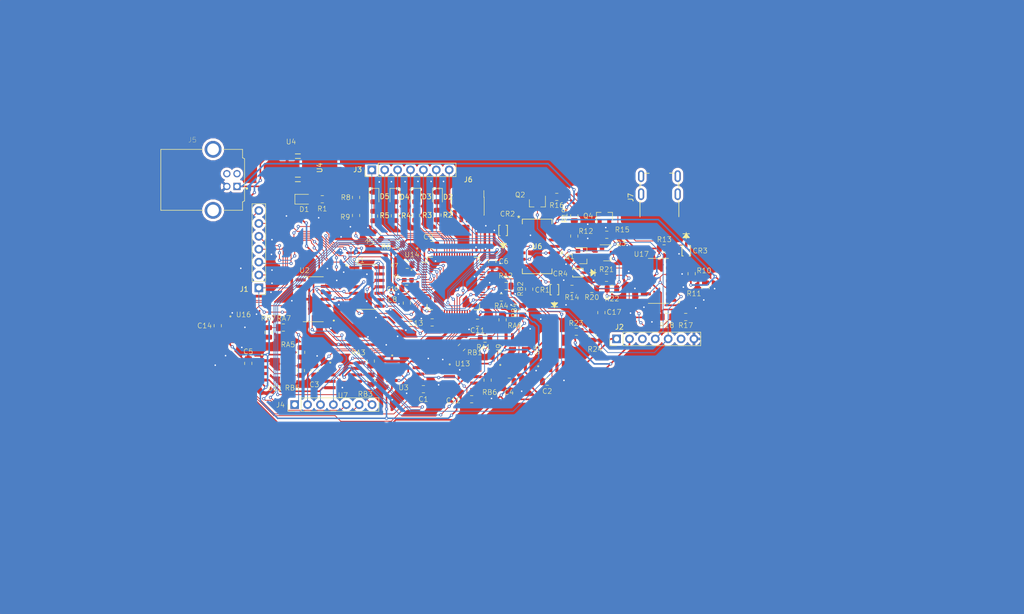
<source format=kicad_pcb>
(kicad_pcb (version 20171130) (host pcbnew "(5.0.1)-4")
  (layers (0 F.Cu signal) (31 B.Cu signal) (34 B.Paste user hide) (35 F.Paste user) (36 B.SilkS user hide) (37 F.SilkS user) (38 B.Mask user hide) (39 F.Mask user) (44 Edge.Cuts user))
  (net 0 "")
  (net 1 "Net-(Q1-Pad3)")
  (net 2 "Net-(D3-Pad2)")
  (net 3 "Net-(D2-Pad2)")
  (net 4 "Net-(Q2-Pad3)")
  (net 5 "Net-(Q3-Pad3)")
  (net 6 GND)
  (net 7 "Net-(C1-Pad2)")
  (net 8 "Net-(C2-Pad2)")
  (net 9 "Net-(C3-Pad2)")
  (net 10 "Net-(C4-Pad2)")
  (net 11 "Net-(C5-Pad2)")
  (net 12 +3V3)
  (net 13 "Net-(C7-Pad1)")
  (net 14 "Net-(C10-Pad1)")
  (net 15 "Net-(C12-Pad2)")
  (net 16 "Net-(C14-Pad2)")
  (net 17 GNDREF)
  (net 18 "Net-(C17-Pad1)")
  (net 19 "Net-(CR1-Pad1)")
  (net 20 "Net-(CR2-Pad2)")
  (net 21 "Net-(CR3-Pad1)")
  (net 22 "Net-(CR3-Pad2)")
  (net 23 "Net-(CR4-Pad2)")
  (net 24 "Net-(CR4-Pad1)")
  (net 25 "Net-(D1-Pad2)")
  (net 26 "Net-(D4-Pad2)")
  (net 27 "Net-(D5-Pad2)")
  (net 28 /T7)
  (net 29 /T8)
  (net 30 /T9)
  (net 31 /T10)
  (net 32 /T11)
  (net 33 /T12)
  (net 34 /T13)
  (net 35 +5V)
  (net 36 /AUDIO_SIGNAL)
  (net 37 /SIGNAL)
  (net 38 /ADSR_OUT)
  (net 39 "Net-(J2-Pad6)")
  (net 40 /L1)
  (net 41 /L2)
  (net 42 /L3)
  (net 43 /L4)
  (net 44 /L5)
  (net 45 /L6)
  (net 46 /L7)
  (net 47 /D13)
  (net 48 /D12)
  (net 49 /D11)
  (net 50 /D10)
  (net 51 /D9)
  (net 52 /D8)
  (net 53 /D7)
  (net 54 /SWDIO)
  (net 55 /SWCLK)
  (net 56 "Net-(J6-Pad6)")
  (net 57 "Net-(J6-Pad7)")
  (net 58 "Net-(J6-Pad8)")
  (net 59 "Net-(J6-Pad9)")
  (net 60 "Net-(J6-Pad10)")
  (net 61 "Net-(Q1-Pad1)")
  (net 62 "Net-(Q2-Pad1)")
  (net 63 "Net-(Q3-Pad1)")
  (net 64 "Net-(Q4-Pad3)")
  (net 65 /LED1)
  (net 66 /LED2)
  (net 67 /LED3)
  (net 68 /LED4)
  (net 69 VCC)
  (net 70 "Net-(R6-Pad2)")
  (net 71 "Net-(R8-Pad2)")
  (net 72 "Net-(R10-Pad2)")
  (net 73 "Net-(R14-Pad1)")
  (net 74 "Net-(R17-Pad2)")
  (net 75 "Net-(RA1-Pad1)")
  (net 76 "Net-(RA2-Pad1)")
  (net 77 "Net-(RA3-Pad1)")
  (net 78 "Net-(RA4-Pad1)")
  (net 79 "Net-(RA5-Pad1)")
  (net 80 "Net-(RA6-Pad1)")
  (net 81 "Net-(RA7-Pad1)")
  (net 82 "Net-(U14-Pad2)")
  (net 83 "Net-(U14-Pad3)")
  (net 84 "Net-(U14-Pad4)")
  (net 85 /AUDIO_SINGAL)
  (net 86 "Net-(U14-Pad37)")
  (net 87 "Net-(U14-Pad38)")
  (net 88 "Net-(U14-Pad39)")
  (net 89 "Net-(U14-Pad40)")
  (net 90 "Net-(U14-Pad41)")
  (net 91 "Net-(U14-Pad42)")
  (net 92 "Net-(U14-Pad44)")
  (net 93 "Net-(U14-Pad45)")
  (net 94 "Net-(U14-Pad50)")
  (net 95 "Net-(U14-Pad51)")
  (net 96 "Net-(U14-Pad52)")
  (net 97 "Net-(U14-Pad53)")
  (net 98 "Net-(U14-Pad54)")
  (net 99 "Net-(U14-Pad55)")
  (net 100 "Net-(U14-Pad61)")
  (net 101 "Net-(U14-Pad62)")
  (net 102 "Net-(U3-Pad5)")
  (net 103 "Net-(U3-Pad3)")
  (net 104 "Net-(U5-Pad3)")
  (net 105 "Net-(U5-Pad5)")
  (net 106 "Net-(U7-Pad3)")
  (net 107 "Net-(U7-Pad5)")
  (net 108 "Net-(U9-Pad3)")
  (net 109 "Net-(U9-Pad5)")
  (net 110 "Net-(U11-Pad5)")
  (net 111 "Net-(U11-Pad3)")
  (net 112 "Net-(U13-Pad3)")
  (net 113 "Net-(U13-Pad5)")
  (net 114 "Net-(U16-Pad5)")
  (net 115 "Net-(U16-Pad3)")
  (net 116 /3A)
  (net 117 /2B)
  (net 118 "Net-(U6-Pad1)")
  (net 119 "Net-(U6-Pad2)")
  (net 120 "Net-(U6-Pad3)")
  (net 121 "Net-(U6-Pad11)")
  (net 122 "Net-(U6-Pad12)")
  (net 123 "Net-(U6-Pad13)")
  (net 124 "Net-(J5-Pad2)")
  (net 125 "Net-(J5-Pad3)")
  (net 126 "Net-(J7-PadSH)")
  (net 127 "Net-(J7-Pad1)")
  (net 128 "Net-(J7-Pad2)")
  (net 129 "Net-(J7-Pad3)")
  (net 130 "Net-(J7-Pad4)")
  (net 131 "Net-(J7-Pad5)")
  (module Package_QFP:LQFP-64_10x10mm_P0.5mm (layer F.Cu) (at 170.18 74.93)
    (fp_text reference U14 (at -8.128 -5.6896) (layer F.SilkS) (effects (font (thickness 0.1))))
    (fp_text value STM32F072RBTx hide)
    (pad 1 smd rect (at -5.7 -3.75) (size 1 0.25) (layers F.Cu F.Paste F.Mask) (net 12 +3V3))
    (pad 2 smd rect (at -5.7 -3.25) (size 1 0.25) (layers F.Cu F.Paste F.Mask) (net 82 "Net-(U14-Pad2)"))
    (pad 3 smd rect (at -5.7 -2.75) (size 1 0.25) (layers F.Cu F.Paste F.Mask) (net 83 "Net-(U14-Pad3)"))
    (pad 4 smd rect (at -5.7 -2.25) (size 1 0.25) (layers F.Cu F.Paste F.Mask) (net 84 "Net-(U14-Pad4)"))
    (pad 5 smd rect (at -5.7 -1.75) (size 1 0.25) (layers F.Cu F.Paste F.Mask) (net 13 "Net-(C7-Pad1)"))
    (pad 6 smd rect (at -5.7 -1.25) (size 1 0.25) (layers F.Cu F.Paste F.Mask) (net 14 "Net-(C10-Pad1)"))
    (pad 7 smd rect (at -5.7 -0.75) (size 1 0.25) (layers F.Cu F.Paste F.Mask) (net 71 "Net-(R8-Pad2)"))
    (pad 8 smd rect (at -5.7 -0.25) (size 1 0.25) (layers F.Cu F.Paste F.Mask) (net 40 /L1))
    (pad 9 smd rect (at -5.7 0.25) (size 1 0.25) (layers F.Cu F.Paste F.Mask) (net 41 /L2))
    (pad 10 smd rect (at -5.7 0.75) (size 1 0.25) (layers F.Cu F.Paste F.Mask) (net 42 /L3))
    (pad 11 smd rect (at -5.7 1.25) (size 1 0.25) (layers F.Cu F.Paste F.Mask) (net 43 /L4))
    (pad 12 smd rect (at -5.7 1.75) (size 1 0.25) (layers F.Cu F.Paste F.Mask) (net 6 GND))
    (pad 13 smd rect (at -5.7 2.25) (size 1 0.25) (layers F.Cu F.Paste F.Mask) (net 12 +3V3))
    (pad 14 smd rect (at -5.7 2.75) (size 1 0.25) (layers F.Cu F.Paste F.Mask) (net 28 /T7))
    (pad 15 smd rect (at -5.7 3.25) (size 1 0.25) (layers F.Cu F.Paste F.Mask) (net 29 /T8))
    (pad 16 smd rect (at -5.7 3.75) (size 1 0.25) (layers F.Cu F.Paste F.Mask) (net 30 /T9))
    (pad 17 smd rect (at -3.75 5.7 90) (size 1 0.25) (layers F.Cu F.Paste F.Mask) (net 31 /T10))
    (pad 18 smd rect (at -3.25 5.7 90) (size 1 0.25) (layers F.Cu F.Paste F.Mask) (net 6 GND))
    (pad 19 smd rect (at -2.75 5.7 90) (size 1 0.25) (layers F.Cu F.Paste F.Mask) (net 12 +3V3))
    (pad 20 smd rect (at -2.25 5.7 90) (size 1 0.25) (layers F.Cu F.Paste F.Mask) (net 85 /AUDIO_SINGAL))
    (pad 21 smd rect (at -1.75 5.7 90) (size 1 0.25) (layers F.Cu F.Paste F.Mask) (net 32 /T11))
    (pad 22 smd rect (at -1.25 5.7 90) (size 1 0.25) (layers F.Cu F.Paste F.Mask) (net 33 /T12))
    (pad 23 smd rect (at -0.75 5.7 90) (size 1 0.25) (layers F.Cu F.Paste F.Mask) (net 34 /T13))
    (pad 24 smd rect (at -0.25 5.7 90) (size 1 0.25) (layers F.Cu F.Paste F.Mask) (net 44 /L5))
    (pad 25 smd rect (at 0.25 5.7 90) (size 1 0.25) (layers F.Cu F.Paste F.Mask) (net 45 /L6))
    (pad 26 smd rect (at 0.75 5.7 90) (size 1 0.25) (layers F.Cu F.Paste F.Mask) (net 38 /ADSR_OUT))
    (pad 27 smd rect (at 1.25 5.7 90) (size 1 0.25) (layers F.Cu F.Paste F.Mask) (net 46 /L7))
    (pad 28 smd rect (at 1.75 5.7 90) (size 1 0.25) (layers F.Cu F.Paste F.Mask) (net 53 /D7))
    (pad 29 smd rect (at 2.25 5.7 90) (size 1 0.25) (layers F.Cu F.Paste F.Mask) (net 52 /D8))
    (pad 30 smd rect (at 2.75 5.7 90) (size 1 0.25) (layers F.Cu F.Paste F.Mask) (net 51 /D9))
    (pad 31 smd rect (at 3.25 5.7 90) (size 1 0.25) (layers F.Cu F.Paste F.Mask) (net 6 GND))
    (pad 32 smd rect (at 3.75 5.7 90) (size 1 0.25) (layers F.Cu F.Paste F.Mask) (net 12 +3V3))
    (pad 33 smd rect (at 5.7 3.75) (size 1 0.25) (layers F.Cu F.Paste F.Mask) (net 50 /D10))
    (pad 34 smd rect (at 5.7 3.25) (size 1 0.25) (layers F.Cu F.Paste F.Mask) (net 49 /D11))
    (pad 35 smd rect (at 5.7 2.75) (size 1 0.25) (layers F.Cu F.Paste F.Mask) (net 48 /D12))
    (pad 36 smd rect (at 5.7 2.25) (size 1 0.25) (layers F.Cu F.Paste F.Mask) (net 47 /D13))
    (pad 37 smd rect (at 5.7 1.75) (size 1 0.25) (layers F.Cu F.Paste F.Mask) (net 86 "Net-(U14-Pad37)"))
    (pad 38 smd rect (at 5.7 1.25) (size 1 0.25) (layers F.Cu F.Paste F.Mask) (net 87 "Net-(U14-Pad38)"))
    (pad 39 smd rect (at 5.7 0.75) (size 1 0.25) (layers F.Cu F.Paste F.Mask) (net 88 "Net-(U14-Pad39)"))
    (pad 40 smd rect (at 5.7 0.25) (size 1 0.25) (layers F.Cu F.Paste F.Mask) (net 89 "Net-(U14-Pad40)"))
    (pad 41 smd rect (at 5.7 -0.25) (size 1 0.25) (layers F.Cu F.Paste F.Mask) (net 90 "Net-(U14-Pad41)"))
    (pad 42 smd rect (at 5.7 -0.75) (size 1 0.25) (layers F.Cu F.Paste F.Mask) (net 91 "Net-(U14-Pad42)"))
    (pad 43 smd rect (at 5.7 -1.25) (size 1 0.25) (layers F.Cu F.Paste F.Mask) (net 37 /SIGNAL))
    (pad 44 smd rect (at 5.7 -1.75) (size 1 0.25) (layers F.Cu F.Paste F.Mask) (net 92 "Net-(U14-Pad44)"))
    (pad 45 smd rect (at 5.7 -2.25) (size 1 0.25) (layers F.Cu F.Paste F.Mask) (net 93 "Net-(U14-Pad45)"))
    (pad 46 smd rect (at 5.7 -2.75) (size 1 0.25) (layers F.Cu F.Paste F.Mask) (net 54 /SWDIO))
    (pad 47 smd rect (at 5.7 -3.25) (size 1 0.25) (layers F.Cu F.Paste F.Mask) (net 6 GND))
    (pad 48 smd rect (at 5.7 -3.75) (size 1 0.25) (layers F.Cu F.Paste F.Mask) (net 12 +3V3))
    (pad 49 smd rect (at 3.75 -5.7 90) (size 1 0.25) (layers F.Cu F.Paste F.Mask) (net 55 /SWCLK))
    (pad 50 smd rect (at 3.25 -5.7 90) (size 1 0.25) (layers F.Cu F.Paste F.Mask) (net 94 "Net-(U14-Pad50)"))
    (pad 51 smd rect (at 2.75 -5.7 90) (size 1 0.25) (layers F.Cu F.Paste F.Mask) (net 95 "Net-(U14-Pad51)"))
    (pad 52 smd rect (at 2.25 -5.7 90) (size 1 0.25) (layers F.Cu F.Paste F.Mask) (net 96 "Net-(U14-Pad52)"))
    (pad 53 smd rect (at 1.75 -5.7 90) (size 1 0.25) (layers F.Cu F.Paste F.Mask) (net 97 "Net-(U14-Pad53)"))
    (pad 54 smd rect (at 1.25 -5.7 90) (size 1 0.25) (layers F.Cu F.Paste F.Mask) (net 98 "Net-(U14-Pad54)"))
    (pad 55 smd rect (at 0.75 -5.7 90) (size 1 0.25) (layers F.Cu F.Paste F.Mask) (net 99 "Net-(U14-Pad55)"))
    (pad 56 smd rect (at 0.25 -5.7 90) (size 1 0.25) (layers F.Cu F.Paste F.Mask) (net 65 /LED1))
    (pad 57 smd rect (at -0.25 -5.7 90) (size 1 0.25) (layers F.Cu F.Paste F.Mask) (net 66 /LED2))
    (pad 58 smd rect (at -0.75 -5.7 90) (size 1 0.25) (layers F.Cu F.Paste F.Mask) (net 67 /LED3))
    (pad 59 smd rect (at -1.25 -5.7 90) (size 1 0.25) (layers F.Cu F.Paste F.Mask) (net 68 /LED4))
    (pad 60 smd rect (at -1.75 -5.7 90) (size 1 0.25) (layers F.Cu F.Paste F.Mask) (net 70 "Net-(R6-Pad2)"))
    (pad 61 smd rect (at -2.25 -5.7 90) (size 1 0.25) (layers F.Cu F.Paste F.Mask) (net 100 "Net-(U14-Pad61)"))
    (pad 62 smd rect (at -2.75 -5.7 90) (size 1 0.25) (layers F.Cu F.Paste F.Mask) (net 101 "Net-(U14-Pad62)"))
    (pad 63 smd rect (at -3.25 -5.7 90) (size 1 0.25) (layers F.Cu F.Paste F.Mask) (net 6 GND))
    (pad 64 smd rect (at -3.75 -5.7 90) (size 1 0.25) (layers F.Cu F.Paste F.Mask) (net 12 +3V3))
  )
  (module Capacitor_SMD:C_0805_2012Metric (layer F.Cu) (at 164.2872 95.758 180)
    (fp_text reference C1 (at 0 -1.9812) (layer F.SilkS) (effects (font (thickness 0.1))))
    (fp_text value C_0.1uF hide)
    (pad 2 smd roundrect (at 0.9375 0 180) (size 0.975 1.4) (layers F.Cu F.Paste F.Mask) (net 7 "Net-(C1-Pad2)"))
    (pad 1 smd roundrect (at -0.9375 0 180) (size 0.975 1.4) (layers F.Cu F.Paste F.Mask) (net 6 GND))
  )
  (module Capacitor_SMD:C_0805_2012Metric (layer F.Cu) (at 188.6712 94.2848)
    (fp_text reference C2 (at 0 1.8796) (layer F.SilkS) (effects (font (thickness 0.1))))
    (fp_text value C_0.1uF hide)
    (pad 1 smd roundrect (at -0.9375 0) (size 0.975 1.4) (layers F.Cu F.Paste F.Mask) (net 6 GND))
    (pad 2 smd roundrect (at 0.9375 0) (size 0.975 1.4) (layers F.Cu F.Paste F.Mask) (net 8 "Net-(C2-Pad2)"))
  )
  (module Capacitor_SMD:C_0805_2012Metric (layer F.Cu) (at 142.9004 92.0496 270)
    (fp_text reference C3 (at 2.794 0.1016) (layer F.SilkS) (effects (font (thickness 0.1))))
    (fp_text value C_0.1uF hide)
    (pad 1 smd roundrect (at -0.9375 0 270) (size 0.975 1.4) (layers F.Cu F.Paste F.Mask) (net 6 GND))
    (pad 2 smd roundrect (at 0.9375 0 270) (size 0.975 1.4) (layers F.Cu F.Paste F.Mask) (net 9 "Net-(C3-Pad2)"))
  )
  (module Capacitor_SMD:C_0805_2012Metric (layer F.Cu) (at 181.2036 94.2848)
    (fp_text reference C4 (at -0.0508 2.0828) (layer F.SilkS) (effects (font (thickness 0.1))))
    (fp_text value C_0.1uF hide)
    (pad 2 smd roundrect (at 0.9375 0) (size 0.975 1.4) (layers F.Cu F.Paste F.Mask) (net 10 "Net-(C4-Pad2)"))
    (pad 1 smd roundrect (at -0.9375 0) (size 0.975 1.4) (layers F.Cu F.Paste F.Mask) (net 6 GND))
  )
  (module Capacitor_SMD:C_0805_2012Metric (layer F.Cu) (at 129.794 90.678 270)
    (fp_text reference C5 (at -2.3368 0 180) (layer F.SilkS) (effects (font (thickness 0.1))))
    (fp_text value C_0.1uF hide)
    (pad 1 smd roundrect (at -0.9375 0 270) (size 0.975 1.4) (layers F.Cu F.Paste F.Mask) (net 6 GND))
    (pad 2 smd roundrect (at 0.9375 0 270) (size 0.975 1.4) (layers F.Cu F.Paste F.Mask) (net 11 "Net-(C5-Pad2)"))
  )
  (module Capacitor_SMD:C_0805_2012Metric (layer F.Cu) (at 177.8508 70.5612 270)
    (fp_text reference C6 (at 0 -2.2352) (layer F.SilkS) (effects (font (thickness 0.1))))
    (fp_text value C_0.1uF hide)
    (pad 2 smd roundrect (at 0.9375 0 270) (size 0.975 1.4) (layers F.Cu F.Paste F.Mask) (net 6 GND))
    (pad 1 smd roundrect (at -0.9375 0 270) (size 0.975 1.4) (layers F.Cu F.Paste F.Mask) (net 12 +3V3))
  )
  (module Capacitor_SMD:C_0805_2012Metric (layer F.Cu) (at 161.1122 71.247 180)
    (fp_text reference C7 (at 2.54 -0.127 180) (layer F.SilkS) (effects (font (size 0.75 0.75) (thickness 0.1))))
    (fp_text value C_22pF hide)
    (pad 2 smd roundrect (at 0.9375 0 180) (size 0.975 1.4) (layers F.Cu F.Paste F.Mask) (net 6 GND))
    (pad 1 smd roundrect (at -0.9375 0 180) (size 0.975 1.4) (layers F.Cu F.Paste F.Mask) (net 13 "Net-(C7-Pad1)"))
  )
  (module Capacitor_SMD:C_0805_2012Metric (layer F.Cu) (at 161.036 78.7908 270)
    (fp_text reference C8 (at -0.7112 2.8956) (layer F.SilkS) (effects (font (thickness 0.1))))
    (fp_text value C_0.1uF hide)
    (pad 2 smd roundrect (at 0.9375 0 270) (size 0.975 1.4) (layers F.Cu F.Paste F.Mask) (net 6 GND))
    (pad 1 smd roundrect (at -0.9375 0 270) (size 0.975 1.4) (layers F.Cu F.Paste F.Mask) (net 12 +3V3))
  )
  (module Capacitor_SMD:C_0805_2012Metric (layer F.Cu) (at 165.9636 67.3608)
    (fp_text reference C9 (at -0.7112 -1.6256) (layer F.SilkS) (effects (font (thickness 0.1))))
    (fp_text value C_0.1uF hide)
    (pad 1 smd roundrect (at -0.9375 0) (size 0.975 1.4) (layers F.Cu F.Paste F.Mask) (net 12 +3V3))
    (pad 2 smd roundrect (at 0.9375 0) (size 0.975 1.4) (layers F.Cu F.Paste F.Mask) (net 6 GND))
  )
  (module Capacitor_SMD:C_0805_2012Metric (layer F.Cu) (at 160.9852 75.946)
    (fp_text reference C10 (at -2.794 0) (layer F.SilkS) (effects (font (size 0.75 0.75) (thickness 0.1))))
    (fp_text value C_22pF hide)
    (pad 1 smd roundrect (at -0.9375 0) (size 0.975 1.4) (layers F.Cu F.Paste F.Mask) (net 14 "Net-(C10-Pad1)"))
    (pad 2 smd roundrect (at 0.9375 0) (size 0.975 1.4) (layers F.Cu F.Paste F.Mask) (net 6 GND))
  )
  (module Capacitor_SMD:C_0805_2012Metric (layer F.Cu) (at 174.9552 82.6516 180)
    (fp_text reference C11 (at 0 -1.524 180) (layer F.SilkS) (effects (font (thickness 0.1))))
    (fp_text value C_0.1uF hide)
    (pad 2 smd roundrect (at 0.9375 0 180) (size 0.975 1.4) (layers F.Cu F.Paste F.Mask) (net 6 GND))
    (pad 1 smd roundrect (at -0.9375 0 180) (size 0.975 1.4) (layers F.Cu F.Paste F.Mask) (net 12 +3V3))
  )
  (module Capacitor_SMD:C_0805_2012Metric (layer F.Cu) (at 173.7868 97.7392 180)
    (fp_text reference C12 (at 3.6068 -0.254) (layer F.SilkS) (effects (font (thickness 0.1))))
    (fp_text value C_0.1uF hide)
    (pad 1 smd roundrect (at -0.9375 0 180) (size 0.975 1.4) (layers F.Cu F.Paste F.Mask) (net 6 GND))
    (pad 2 smd roundrect (at 0.9375 0 180) (size 0.975 1.4) (layers F.Cu F.Paste F.Mask) (net 15 "Net-(C12-Pad2)"))
  )
  (module Capacitor_SMD:C_0805_2012Metric (layer F.Cu) (at 166.0144 82.6008 180)
    (fp_text reference C13 (at 3.2004 -0.1524 180) (layer F.SilkS) (effects (font (thickness 0.1))))
    (fp_text value C_0.1uF hide)
    (pad 1 smd roundrect (at -0.9375 0 180) (size 0.975 1.4) (layers F.Cu F.Paste F.Mask) (net 12 +3V3))
    (pad 2 smd roundrect (at 0.9375 0 180) (size 0.975 1.4) (layers F.Cu F.Paste F.Mask) (net 6 GND))
  )
  (module Capacitor_SMD:C_0805_2012Metric (layer F.Cu) (at 123.784121 83.247924 270)
    (fp_text reference C14 (at 0 2.5908) (layer F.SilkS) (effects (font (thickness 0.1))))
    (fp_text value C_0.1uF hide)
    (pad 2 smd roundrect (at 0.9375 0 270) (size 0.975 1.4) (layers F.Cu F.Paste F.Mask) (net 16 "Net-(C14-Pad2)"))
    (pad 1 smd roundrect (at -0.9375 0 270) (size 0.975 1.4) (layers F.Cu F.Paste F.Mask) (net 6 GND))
  )
  (module Capacitor_SMD:C_0805_2012Metric (layer F.Cu) (at 199.3392 80.6704 270)
    (fp_text reference C17 (at -0.1016 -2.4892) (layer F.SilkS) (effects (font (thickness 0.1))))
    (fp_text value C_2.2uF hide)
    (pad 2 smd roundrect (at 0.9375 0 270) (size 0.975 1.4) (layers F.Cu F.Paste F.Mask) (net 17 GNDREF))
    (pad 1 smd roundrect (at -0.9375 0 270) (size 0.975 1.4) (layers F.Cu F.Paste F.Mask) (net 18 "Net-(C17-Pad1)"))
  )
  (module BAT60JFILM:BAT60JFILM (layer F.Cu) (at 190.0936 76.1492 90)
    (fp_text reference CR1 (at -0.0508 -2.3876 180) (layer F.SilkS) (effects (font (thickness 0.1))))
    (fp_text value BAT60JFILM hide)
    (pad 2 smd rect (at 1.1176 0 90) (size 1.1684 0.4826) (layers F.Cu F.Paste F.Mask) (net 116 /3A))
    (pad 1 smd rect (at -1.1176 0 90) (size 1.1684 0.4826) (layers F.Cu F.Paste F.Mask) (net 19 "Net-(CR1-Pad1)"))
  )
  (module BAT60JFILM:BAT60JFILM (layer F.Cu) (at 179.9844 64.4652 90)
    (fp_text reference CR2 (at 3.2512 0.8636 180) (layer F.SilkS) (effects (font (thickness 0.1))))
    (fp_text value BAT60JFILM hide)
    (pad 1 smd rect (at -1.1176 0 90) (size 1.1684 0.4826) (layers F.Cu F.Paste F.Mask) (net 116 /3A))
    (pad 2 smd rect (at 1.1176 0 90) (size 1.1684 0.4826) (layers F.Cu F.Paste F.Mask) (net 20 "Net-(CR2-Pad2)"))
  )
  (module BAT60JFILM:BAT60JFILM (layer F.Cu) (at 216.0524 68.4784 270)
    (fp_text reference CR3 (at 0 -2.7432) (layer F.SilkS) (effects (font (thickness 0.1))))
    (fp_text value BAT60JFILM hide)
    (pad 1 smd rect (at -1.1176 0 270) (size 1.1684 0.4826) (layers F.Cu F.Paste F.Mask) (net 21 "Net-(CR3-Pad1)"))
    (pad 2 smd rect (at 1.1176 0 270) (size 1.1684 0.4826) (layers F.Cu F.Paste F.Mask) (net 22 "Net-(CR3-Pad2)"))
  )
  (module BAT60JFILM:BAT60JFILM (layer F.Cu) (at 194.7164 72.7964 180)
    (fp_text reference CR4 (at 3.4544 -0.2032 180) (layer F.SilkS) (effects (font (thickness 0.1))))
    (fp_text value BAT60JFILM hide)
    (pad 2 smd rect (at 1.1176 0 180) (size 1.1684 0.4826) (layers F.Cu F.Paste F.Mask) (net 23 "Net-(CR4-Pad2)"))
    (pad 1 smd rect (at -1.1176 0 180) (size 1.1684 0.4826) (layers F.Cu F.Paste F.Mask) (net 24 "Net-(CR4-Pad1)"))
  )
  (module Diode_SMD:D_0805_2012Metric (layer F.Cu) (at 140.6652 58.3184)
    (fp_text reference D1 (at 0.1524 1.9812 180) (layer F.SilkS) (effects (font (thickness 0.1))))
    (fp_text value LED hide)
    (pad 1 smd roundrect (at -0.9375 0) (size 0.975 1.4) (layers F.Cu F.Paste F.Mask) (net 6 GND))
    (pad 2 smd roundrect (at 0.9375 0) (size 0.975 1.4) (layers F.Cu F.Paste F.Mask) (net 25 "Net-(D1-Pad2)"))
  )
  (module Diode_SMD:D_0805_2012Metric (layer F.Cu) (at 167.056056 57.872021 270)
    (fp_text reference D2 (at 0 -2.0828) (layer F.SilkS))
    (fp_text value LED hide)
    (pad 1 smd roundrect (at -0.9375 0 270) (size 0.975 1.4) (layers F.Cu F.Paste F.Mask) (net 6 GND))
    (pad 2 smd roundrect (at 0.9375 0 270) (size 0.975 1.4) (layers F.Cu F.Paste F.Mask) (net 3 "Net-(D2-Pad2)"))
  )
  (module Diode_SMD:D_0805_2012Metric (layer F.Cu) (at 162.800625 57.859576 270)
    (fp_text reference D3 (at -0.038355 -2.121831) (layer F.SilkS))
    (fp_text value LED hide)
    (pad 2 smd roundrect (at 0.9375 0 270) (size 0.975 1.4) (layers F.Cu F.Paste F.Mask) (net 2 "Net-(D3-Pad2)"))
    (pad 1 smd roundrect (at -0.9375 0 270) (size 0.975 1.4) (layers F.Cu F.Paste F.Mask) (net 6 GND))
  )
  (module Diode_SMD:D_0805_2012Metric (layer F.Cu) (at 158.674056 57.872021 270)
    (fp_text reference D4 (at 0 -1.9304) (layer F.SilkS))
    (fp_text value LED hide)
    (pad 1 smd roundrect (at -0.9375 0 270) (size 0.975 1.4) (layers F.Cu F.Paste F.Mask) (net 6 GND))
    (pad 2 smd roundrect (at 0.9375 0 270) (size 0.975 1.4) (layers F.Cu F.Paste F.Mask) (net 26 "Net-(D4-Pad2)"))
  )
  (module Diode_SMD:D_0805_2012Metric (layer F.Cu) (at 154.559256 57.872021 270)
    (fp_text reference D5 (at -0.103056 -2.08398) (layer F.SilkS))
    (fp_text value LED hide)
    (pad 2 smd roundrect (at 0.9375 0 270) (size 0.975 1.4) (layers F.Cu F.Paste F.Mask) (net 27 "Net-(D5-Pad2)"))
    (pad 1 smd roundrect (at -0.9375 0 270) (size 0.975 1.4) (layers F.Cu F.Paste F.Mask) (net 6 GND))
  )
  (module Connector_PinHeader_2.54mm:PinHeader_1x07_P2.54mm_Vertical (layer F.Cu) (at 202.3364 85.852 90)
    (fp_text reference J2 (at 2.3368 0.5588 180) (layer F.SilkS))
    (fp_text value Conn_01x07_Male hide)
    (pad 1 thru_hole rect (at 0 0 90) (size 1.7 1.7) (drill 1) (layers *.Cu *.Mask) (net 35 +5V))
    (pad 2 thru_hole oval (at 0 2.54 90) (size 1.7 1.7) (drill 1) (layers *.Cu *.Mask) (net 12 +3V3))
    (pad 3 thru_hole oval (at 0 5.08 90) (size 1.7 1.7) (drill 1) (layers *.Cu *.Mask) (net 36 /AUDIO_SIGNAL))
    (pad 4 thru_hole oval (at 0 7.62 90) (size 1.7 1.7) (drill 1) (layers *.Cu *.Mask) (net 37 /SIGNAL))
    (pad 5 thru_hole oval (at 0 10.16 90) (size 1.7 1.7) (drill 1) (layers *.Cu *.Mask) (net 38 /ADSR_OUT))
    (pad 6 thru_hole oval (at 0 12.7 90) (size 1.7 1.7) (drill 1) (layers *.Cu *.Mask) (net 39 "Net-(J2-Pad6)"))
    (pad 7 thru_hole oval (at 0 15.24 90) (size 1.7 1.7) (drill 1) (layers *.Cu *.Mask) (net 6 GND))
  )
  (module Connector_PinHeader_2.54mm:PinHeader_1x07_P2.54mm_Vertical (layer F.Cu) (at 154.1272 52.5272 90)
    (fp_text reference J3 (at 0.0508 -2.794 180) (layer F.SilkS))
    (fp_text value Conn_01x07_Male hide)
    (pad 1 thru_hole rect (at 0 0 90) (size 1.7 1.7) (drill 1) (layers *.Cu *.Mask) (net 40 /L1))
    (pad 2 thru_hole oval (at 0 2.54 90) (size 1.7 1.7) (drill 1) (layers *.Cu *.Mask) (net 41 /L2))
    (pad 3 thru_hole oval (at 0 5.08 90) (size 1.7 1.7) (drill 1) (layers *.Cu *.Mask) (net 42 /L3))
    (pad 4 thru_hole oval (at 0 7.62 90) (size 1.7 1.7) (drill 1) (layers *.Cu *.Mask) (net 43 /L4))
    (pad 5 thru_hole oval (at 0 10.16 90) (size 1.7 1.7) (drill 1) (layers *.Cu *.Mask) (net 44 /L5))
    (pad 6 thru_hole oval (at 0 12.7 90) (size 1.7 1.7) (drill 1) (layers *.Cu *.Mask) (net 45 /L6))
    (pad 7 thru_hole oval (at 0 15.24 90) (size 1.7 1.7) (drill 1) (layers *.Cu *.Mask) (net 46 /L7))
  )
  (module Connector_PinHeader_2.54mm:PinHeader_1x07_P2.54mm_Vertical (layer F.Cu) (at 138.938 98.806 90)
    (fp_text reference J4 (at -0.0508 -2.794 180) (layer F.SilkS) (effects (font (thickness 0.1))))
    (fp_text value Conn_01x07_Male hide)
    (pad 7 thru_hole oval (at 0 15.24 90) (size 1.7 1.7) (drill 1) (layers *.Cu *.Mask) (net 47 /D13))
    (pad 6 thru_hole oval (at 0 12.7 90) (size 1.7 1.7) (drill 1) (layers *.Cu *.Mask) (net 48 /D12))
    (pad 5 thru_hole oval (at 0 10.16 90) (size 1.7 1.7) (drill 1) (layers *.Cu *.Mask) (net 49 /D11))
    (pad 4 thru_hole oval (at 0 7.62 90) (size 1.7 1.7) (drill 1) (layers *.Cu *.Mask) (net 50 /D10))
    (pad 3 thru_hole oval (at 0 5.08 90) (size 1.7 1.7) (drill 1) (layers *.Cu *.Mask) (net 51 /D9))
    (pad 2 thru_hole oval (at 0 2.54 90) (size 1.7 1.7) (drill 1) (layers *.Cu *.Mask) (net 52 /D8))
    (pad 1 thru_hole rect (at 0 0 90) (size 1.7 1.7) (drill 1) (layers *.Cu *.Mask) (net 53 /D7))
  )
  (module Connector_PinHeader_1.27mm:PinHeader_2x05_P1.27mm_Vertical_SMD (layer F.Cu) (at 173.0248 59.69 270)
    (fp_text reference J6 (at -5.2324 -0.1016) (layer F.SilkS))
    (fp_text value Conn_ARM_JTAG_SWD_10 hide)
    (pad 1 smd rect (at -1.95 -2.54 270) (size 2.4 0.74) (layers F.Cu F.Paste F.Mask) (net 12 +3V3))
    (pad 2 smd rect (at 1.95 -2.54 270) (size 2.4 0.74) (layers F.Cu F.Paste F.Mask) (net 54 /SWDIO))
    (pad 3 smd rect (at -1.95 -1.27 270) (size 2.4 0.74) (layers F.Cu F.Paste F.Mask) (net 6 GND))
    (pad 4 smd rect (at 1.95 -1.27 270) (size 2.4 0.74) (layers F.Cu F.Paste F.Mask) (net 55 /SWCLK))
    (pad 5 smd rect (at -1.95 0 270) (size 2.4 0.74) (layers F.Cu F.Paste F.Mask) (net 6 GND))
    (pad 6 smd rect (at 1.95 0 270) (size 2.4 0.74) (layers F.Cu F.Paste F.Mask) (net 56 "Net-(J6-Pad6)"))
    (pad 7 smd rect (at -1.95 1.27 270) (size 2.4 0.74) (layers F.Cu F.Paste F.Mask) (net 57 "Net-(J6-Pad7)"))
    (pad 8 smd rect (at 1.95 1.27 270) (size 2.4 0.74) (layers F.Cu F.Paste F.Mask) (net 58 "Net-(J6-Pad8)"))
    (pad 9 smd rect (at -1.95 2.54 270) (size 2.4 0.74) (layers F.Cu F.Paste F.Mask) (net 59 "Net-(J6-Pad9)"))
    (pad 10 smd rect (at 1.95 2.54 270) (size 2.4 0.74) (layers F.Cu F.Paste F.Mask) (net 60 "Net-(J6-Pad10)"))
  )
  (module Resistor_SMD:R_0805_2012Metric (layer F.Cu) (at 144.3736 58.3184 180)
    (fp_text reference R1 (at 0 -1.8796) (layer F.SilkS) (effects (font (thickness 0.1))))
    (fp_text value R_200 hide)
    (pad 2 smd roundrect (at 0.9375 0 180) (size 0.975 1.4) (layers F.Cu F.Paste F.Mask) (net 25 "Net-(D1-Pad2)"))
    (pad 1 smd roundrect (at -0.9375 0 180) (size 0.975 1.4) (layers F.Cu F.Paste F.Mask) (net 12 +3V3))
  )
  (module Resistor_SMD:R_0805_2012Metric (layer F.Cu) (at 167.056056 61.428021 90)
    (fp_text reference R2 (at 0 2.032 -180) (layer F.SilkS))
    (fp_text value R_200 hide)
    (pad 1 smd roundrect (at -0.9375 0 90) (size 0.975 1.4) (layers F.Cu F.Paste F.Mask) (net 65 /LED1))
    (pad 2 smd roundrect (at 0.9375 0 90) (size 0.975 1.4) (layers F.Cu F.Paste F.Mask) (net 3 "Net-(D2-Pad2)"))
  )
  (module Resistor_SMD:R_0805_2012Metric (layer F.Cu) (at 162.800625 61.517176 90)
    (fp_text reference R3 (at 0.038355 2.223431 -180) (layer F.SilkS))
    (fp_text value R_200 hide)
    (pad 2 smd roundrect (at 0.9375 0 90) (size 0.975 1.4) (layers F.Cu F.Paste F.Mask) (net 2 "Net-(D3-Pad2)"))
    (pad 1 smd roundrect (at -0.9375 0 90) (size 0.975 1.4) (layers F.Cu F.Paste F.Mask) (net 66 /LED2))
  )
  (module Resistor_SMD:R_0805_2012Metric (layer F.Cu) (at 158.674056 61.580421 90)
    (fp_text reference R4 (at 0.010821 2.209544 180) (layer F.SilkS))
    (fp_text value R_200 hide)
    (pad 1 smd roundrect (at -0.9375 0 90) (size 0.975 1.4) (layers F.Cu F.Paste F.Mask) (net 67 /LED3))
    (pad 2 smd roundrect (at 0.9375 0 90) (size 0.975 1.4) (layers F.Cu F.Paste F.Mask) (net 26 "Net-(D4-Pad2)"))
  )
  (module Resistor_SMD:R_0805_2012Metric (layer F.Cu) (at 154.558076 61.632677 90)
    (fp_text reference R5 (at 0.103056 2.08398 -180) (layer F.SilkS))
    (fp_text value R_200 hide)
    (pad 2 smd roundrect (at 0.9375 0 90) (size 0.975 1.4) (layers F.Cu F.Paste F.Mask) (net 27 "Net-(D5-Pad2)"))
    (pad 1 smd roundrect (at -0.9375 0 90) (size 0.975 1.4) (layers F.Cu F.Paste F.Mask) (net 68 /LED4))
  )
  (module Resistor_SMD:R_0805_2012Metric (layer F.Cu) (at 159.258 67.1576 180)
    (fp_text reference R6 (at 2.3368 -0.5588 180) (layer F.SilkS) (effects (font (thickness 0.1))))
    (fp_text value R_0 hide)
    (pad 1 smd roundrect (at -0.9375 0 180) (size 0.975 1.4) (layers F.Cu F.Paste F.Mask) (net 12 +3V3))
    (pad 2 smd roundrect (at 0.9375 0 180) (size 0.975 1.4) (layers F.Cu F.Paste F.Mask) (net 70 "Net-(R6-Pad2)"))
  )
  (module Resistor_SMD:R_0805_2012Metric (layer F.Cu) (at 155.194 65.532 135)
    (fp_text reference R7 (at 0.143684 -2.011577 135) (layer F.SilkS) (effects (font (thickness 0.1))))
    (fp_text value R_0 hide)
    (pad 2 smd roundrect (at 0.937501 0 135) (size 0.975 1.4) (layers F.Cu F.Paste F.Mask) (net 6 GND))
    (pad 1 smd roundrect (at -0.937501 0 135) (size 0.975 1.4) (layers F.Cu F.Paste F.Mask) (net 70 "Net-(R6-Pad2)"))
  )
  (module Resistor_SMD:R_0805_2012Metric (layer F.Cu) (at 151.0284 57.9628 270)
    (fp_text reference R8 (at 0 2.032) (layer F.SilkS) (effects (font (thickness 0.1))))
    (fp_text value R_0 hide)
    (pad 1 smd roundrect (at -0.9375 0 270) (size 0.975 1.4) (layers F.Cu F.Paste F.Mask) (net 12 +3V3))
    (pad 2 smd roundrect (at 0.9375 0 270) (size 0.975 1.4) (layers F.Cu F.Paste F.Mask) (net 71 "Net-(R8-Pad2)"))
  )
  (module Resistor_SMD:R_0805_2012Metric (layer F.Cu) (at 151.0284 61.5188 270)
    (fp_text reference R9 (at 0.3048 2.1336) (layer F.SilkS) (effects (font (thickness 0.1))))
    (fp_text value R_0 hide)
    (pad 2 smd roundrect (at 0.9375 0 270) (size 0.975 1.4) (layers F.Cu F.Paste F.Mask) (net 6 GND))
    (pad 1 smd roundrect (at -0.9375 0 270) (size 0.975 1.4) (layers F.Cu F.Paste F.Mask) (net 71 "Net-(R8-Pad2)"))
  )
  (module Resistor_SMD:R_0805_2012Metric (layer F.Cu) (at 217.1192 72.9996 90)
    (fp_text reference R10 (at 0.6096 2.4384 180) (layer F.SilkS) (effects (font (thickness 0.1))))
    (fp_text value R_1K hide)
    (pad 1 smd roundrect (at -0.9375 0 90) (size 0.975 1.4) (layers F.Cu F.Paste F.Mask) (net 69 VCC))
    (pad 2 smd roundrect (at 0.9375 0 90) (size 0.975 1.4) (layers F.Cu F.Paste F.Mask) (net 72 "Net-(R10-Pad2)"))
  )
  (module Resistor_SMD:R_0805_2012Metric (layer F.Cu) (at 219.8624 75.7428 270)
    (fp_text reference R11 (at 1.1684 2.286) (layer F.SilkS) (effects (font (thickness 0.1))))
    (fp_text value R_4K hide)
    (pad 2 smd roundrect (at 0.9375 0 270) (size 0.975 1.4) (layers F.Cu F.Paste F.Mask) (net 17 GNDREF))
    (pad 1 smd roundrect (at -0.9375 0 270) (size 0.975 1.4) (layers F.Cu F.Paste F.Mask) (net 72 "Net-(R10-Pad2)"))
  )
  (module Resistor_SMD:R_0805_2012Metric (layer F.Cu) (at 194.0052 65.5828 90)
    (fp_text reference R12 (at 0.9652 2.286 180) (layer F.SilkS) (effects (font (thickness 0.1))))
    (fp_text value R_200 hide)
    (pad 2 smd roundrect (at 0.9375 0 90) (size 0.975 1.4) (layers F.Cu F.Paste F.Mask) (net 117 /2B))
    (pad 1 smd roundrect (at -0.9375 0 90) (size 0.975 1.4) (layers F.Cu F.Paste F.Mask) (net 61 "Net-(Q1-Pad1)"))
  )
  (module Resistor_SMD:R_0805_2012Metric (layer F.Cu) (at 211.6836 68.0212 180)
    (fp_text reference R13 (at -0.0508 1.778 180) (layer F.SilkS) (effects (font (thickness 0.1))))
    (fp_text value R_499K hide)
    (pad 1 smd roundrect (at -0.9375 0 180) (size 0.975 1.4) (layers F.Cu F.Paste F.Mask) (net 21 "Net-(CR3-Pad1)"))
    (pad 2 smd roundrect (at 0.9375 0 180) (size 0.975 1.4) (layers F.Cu F.Paste F.Mask) (net 17 GNDREF))
  )
  (module Resistor_SMD:R_0805_2012Metric (layer F.Cu) (at 193.548 75.9968 180)
    (fp_text reference R14 (at 0 -1.65 180) (layer F.SilkS) (effects (font (thickness 0.1))))
    (fp_text value R_1K hide)
    (pad 1 smd roundrect (at -0.9375 0 180) (size 0.975 1.4) (layers F.Cu F.Paste F.Mask) (net 73 "Net-(R14-Pad1)"))
    (pad 2 smd roundrect (at 0.9375 0 180) (size 0.975 1.4) (layers F.Cu F.Paste F.Mask) (net 19 "Net-(CR1-Pad1)"))
  )
  (module Resistor_SMD:R_0805_2012Metric (layer F.Cu) (at 200.406 65.3288)
    (fp_text reference R15 (at 3.048 -1.016) (layer F.SilkS) (effects (font (thickness 0.1))))
    (fp_text value R_200 hide)
    (pad 2 smd roundrect (at 0.9375 0) (size 0.975 1.4) (layers F.Cu F.Paste F.Mask) (net 37 /SIGNAL))
    (pad 1 smd roundrect (at -0.9375 0) (size 0.975 1.4) (layers F.Cu F.Paste F.Mask) (net 63 "Net-(Q3-Pad1)"))
  )
  (module Resistor_SMD:R_0805_2012Metric (layer F.Cu) (at 190.5508 57.8612 180)
    (fp_text reference R16 (at 0 -1.65 180) (layer F.SilkS) (effects (font (thickness 0.1))))
    (fp_text value R_200 hide)
    (pad 1 smd roundrect (at -0.9375 0 180) (size 0.975 1.4) (layers F.Cu F.Paste F.Mask) (net 64 "Net-(Q4-Pad3)"))
    (pad 2 smd roundrect (at 0.9375 0 180) (size 0.975 1.4) (layers F.Cu F.Paste F.Mask) (net 62 "Net-(Q2-Pad1)"))
  )
  (module Resistor_SMD:R_0805_2012Metric (layer F.Cu) (at 215.9508 81.534 180)
    (fp_text reference R17 (at 0 -1.65 180) (layer F.SilkS) (effects (font (thickness 0.1))))
    (fp_text value R_20K hide)
    (pad 1 smd roundrect (at -0.9375 0 180) (size 0.975 1.4) (layers F.Cu F.Paste F.Mask) (net 69 VCC))
    (pad 2 smd roundrect (at 0.9375 0 180) (size 0.975 1.4) (layers F.Cu F.Paste F.Mask) (net 74 "Net-(R17-Pad2)"))
  )
  (module Resistor_SMD:R_0805_2012Metric (layer F.Cu) (at 212.2424 81.534 180)
    (fp_text reference R18 (at 0 -1.65 180) (layer F.SilkS) (effects (font (thickness 0.1))))
    (fp_text value R_30K hide)
    (pad 2 smd roundrect (at 0.9375 0 180) (size 0.975 1.4) (layers F.Cu F.Paste F.Mask) (net 17 GNDREF))
    (pad 1 smd roundrect (at -0.9375 0 180) (size 0.975 1.4) (layers F.Cu F.Paste F.Mask) (net 74 "Net-(R17-Pad2)"))
  )
  (module Resistor_SMD:R_0805_2012Metric (layer F.Cu) (at 194.0052 61.6204 270)
    (fp_text reference R19 (at -0.1016 1.8796 270) (layer F.SilkS) (effects (font (thickness 0.1))))
    (fp_text value R_7K hide)
    (pad 1 smd roundrect (at -0.9375 0 270) (size 0.975 1.4) (layers F.Cu F.Paste F.Mask) (net 64 "Net-(Q4-Pad3)"))
    (pad 2 smd roundrect (at 0.9375 0 270) (size 0.975 1.4) (layers F.Cu F.Paste F.Mask) (net 117 /2B))
  )
  (module Resistor_SMD:R_0805_2012Metric (layer F.Cu) (at 197.4596 75.9968 180)
    (fp_text reference R20 (at 0 -1.65 180) (layer F.SilkS) (effects (font (thickness 0.1))))
    (fp_text value R hide)
    (pad 1 smd roundrect (at -0.9375 0 180) (size 0.975 1.4) (layers F.Cu F.Paste F.Mask) (net 18 "Net-(C17-Pad1)"))
    (pad 2 smd roundrect (at 0.9375 0 180) (size 0.975 1.4) (layers F.Cu F.Paste F.Mask) (net 73 "Net-(R14-Pad1)"))
  )
  (module Resistor_SMD:R_0805_2012Metric (layer F.Cu) (at 200.3552 73.8124)
    (fp_text reference R21 (at 0 -1.65) (layer F.SilkS) (effects (font (thickness 0.1))))
    (fp_text value R hide)
    (pad 1 smd roundrect (at -0.9375 0) (size 0.975 1.4) (layers F.Cu F.Paste F.Mask) (net 18 "Net-(C17-Pad1)"))
    (pad 2 smd roundrect (at 0.9375 0) (size 0.975 1.4) (layers F.Cu F.Paste F.Mask) (net 4 "Net-(Q2-Pad3)"))
  )
  (module Resistor_SMD:R_0805_2012Metric (layer F.Cu) (at 201.422 75.9968)
    (fp_text reference R22 (at 0 1.9304) (layer F.SilkS) (effects (font (thickness 0.1))))
    (fp_text value R hide)
    (pad 2 smd roundrect (at 0.9375 0) (size 0.975 1.4) (layers F.Cu F.Paste F.Mask) (net 5 "Net-(Q3-Pad3)"))
    (pad 1 smd roundrect (at -0.9375 0) (size 0.975 1.4) (layers F.Cu F.Paste F.Mask) (net 18 "Net-(C17-Pad1)"))
  )
  (module Resistor_SMD:R_0805_2012Metric (layer F.Cu) (at 194.4116 84.4296)
    (fp_text reference R23 (at -0.0508 -1.6764 -180) (layer F.SilkS) (effects (font (thickness 0.1))))
    (fp_text value R_1K hide)
    (pad 1 smd roundrect (at -0.9375 0) (size 0.975 1.4) (layers F.Cu F.Paste F.Mask) (net 12 +3V3))
    (pad 2 smd roundrect (at 0.9375 0) (size 0.975 1.4) (layers F.Cu F.Paste F.Mask) (net 17 GNDREF))
  )
  (module Resistor_SMD:R_0805_2012Metric (layer F.Cu) (at 197.5612 85.1916 270)
    (fp_text reference R24 (at 2.6924 -0.508) (layer F.SilkS) (effects (font (thickness 0.1))))
    (fp_text value R_3.2K hide)
    (pad 2 smd roundrect (at 0.9375 0 270) (size 0.975 1.4) (layers F.Cu F.Paste F.Mask) (net 6 GND))
    (pad 1 smd roundrect (at -0.9375 0 270) (size 0.975 1.4) (layers F.Cu F.Paste F.Mask) (net 17 GNDREF))
  )
  (module Resistor_SMD:R_0805_2012Metric (layer F.Cu) (at 176.4284 85.8012)
    (fp_text reference RA1 (at -0.3048 1.6764) (layer F.SilkS) (effects (font (thickness 0.1))))
    (fp_text value "28 k" hide)
    (pad 1 smd roundrect (at -0.9375 0) (size 0.975 1.4) (layers F.Cu F.Paste F.Mask) (net 75 "Net-(RA1-Pad1)"))
    (pad 2 smd roundrect (at 0.9375 0) (size 0.975 1.4) (layers F.Cu F.Paste F.Mask) (net 50 /D10))
  )
  (module Resistor_SMD:R_0805_2012Metric (layer F.Cu) (at 180.594 75.438 180)
    (fp_text reference RA2 (at 0.1016 2.032 180) (layer F.SilkS) (effects (font (thickness 0.1))))
    (fp_text value "28 k" hide)
    (pad 2 smd roundrect (at 0.9375 0 180) (size 0.975 1.4) (layers F.Cu F.Paste F.Mask) (net 47 /D13))
    (pad 1 smd roundrect (at -0.9375 0 180) (size 0.975 1.4) (layers F.Cu F.Paste F.Mask) (net 76 "Net-(RA2-Pad1)"))
  )
  (module Resistor_SMD:R_0805_2012Metric (layer F.Cu) (at 153.924 90.2208 90)
    (fp_text reference RA3 (at 1.6764 -2.4384 180) (layer F.SilkS) (effects (font (thickness 0.1))))
    (fp_text value "28 k" hide)
    (pad 2 smd roundrect (at 0.9375 0 90) (size 0.975 1.4) (layers F.Cu F.Paste F.Mask) (net 51 /D9))
    (pad 1 smd roundrect (at -0.9375 0 90) (size 0.975 1.4) (layers F.Cu F.Paste F.Mask) (net 77 "Net-(RA3-Pad1)"))
  )
  (module Resistor_SMD:R_0805_2012Metric (layer F.Cu) (at 179.6288 77.6732 180)
    (fp_text reference RA4 (at 0 -1.65 180) (layer F.SilkS) (effects (font (thickness 0.1))))
    (fp_text value "28 k" hide)
    (pad 1 smd roundrect (at -0.9375 0 180) (size 0.975 1.4) (layers F.Cu F.Paste F.Mask) (net 78 "Net-(RA4-Pad1)"))
    (pad 2 smd roundrect (at 0.9375 0 180) (size 0.975 1.4) (layers F.Cu F.Paste F.Mask) (net 48 /D12))
  )
  (module Resistor_SMD:R_0805_2012Metric (layer F.Cu) (at 140.208 88.4936 90)
    (fp_text reference RA5 (at 1.524 -2.5908 180) (layer F.SilkS) (effects (font (thickness 0.1))))
    (fp_text value "28 k" hide)
    (pad 1 smd roundrect (at -0.9375 0 90) (size 0.975 1.4) (layers F.Cu F.Paste F.Mask) (net 79 "Net-(RA5-Pad1)"))
    (pad 2 smd roundrect (at 0.9375 0 90) (size 0.975 1.4) (layers F.Cu F.Paste F.Mask) (net 52 /D8))
  )
  (module Resistor_SMD:R_0805_2012Metric (layer F.Cu) (at 179.8828 82.0928 90)
    (fp_text reference RA6 (at -1.1176 2.3876 180) (layer F.SilkS) (effects (font (thickness 0.1))))
    (fp_text value "28 k" hide)
    (pad 1 smd roundrect (at -0.9375 0 90) (size 0.975 1.4) (layers F.Cu F.Paste F.Mask) (net 80 "Net-(RA6-Pad1)"))
    (pad 2 smd roundrect (at 0.9375 0 90) (size 0.975 1.4) (layers F.Cu F.Paste F.Mask) (net 49 /D11))
  )
  (module Resistor_SMD:R_0805_2012Metric (layer F.Cu) (at 136.7028 83.6168)
    (fp_text reference RA7 (at 0.1016 -1.8288 180) (layer F.SilkS) (effects (font (thickness 0.1))))
    (fp_text value "28 k" hide)
    (pad 2 smd roundrect (at 0.9375 0) (size 0.975 1.4) (layers F.Cu F.Paste F.Mask) (net 53 /D7))
    (pad 1 smd roundrect (at -0.9375 0) (size 0.975 1.4) (layers F.Cu F.Paste F.Mask) (net 81 "Net-(RA7-Pad1)"))
  )
  (module Resistor_SMD:R_0805_2012Metric (layer F.Cu) (at 171.8056 87.5284 45)
    (fp_text reference RB1 (at 1.113552 2.550393 180) (layer F.SilkS) (effects (font (thickness 0.1))))
    (fp_text value 6.619k hide)
    (pad 2 smd roundrect (at 0.937501 0 45) (size 0.975 1.4) (layers F.Cu F.Paste F.Mask) (net 75 "Net-(RA1-Pad1)"))
    (pad 1 smd roundrect (at -0.937501 0 45) (size 0.975 1.4) (layers F.Cu F.Paste F.Mask) (net 7 "Net-(C1-Pad2)"))
  )
  (module Resistor_SMD:R_0805_2012Metric (layer F.Cu) (at 185.1152 76.0476 90)
    (fp_text reference RB2 (at 0.0508 -1.7272 90) (layer F.SilkS) (effects (font (thickness 0.1))))
    (fp_text value 13.518k hide)
    (pad 2 smd roundrect (at 0.9375 0 90) (size 0.975 1.4) (layers F.Cu F.Paste F.Mask) (net 76 "Net-(RA2-Pad1)"))
    (pad 1 smd roundrect (at -0.9375 0 90) (size 0.975 1.4) (layers F.Cu F.Paste F.Mask) (net 8 "Net-(C2-Pad2)"))
  )
  (module Resistor_SMD:R_0805_2012Metric (layer F.Cu) (at 153.9748 93.9061 90)
    (fp_text reference RB3 (at -2.8171 -1.1176 180) (layer F.SilkS) (effects (font (thickness 0.1))))
    (fp_text value 4.369k hide)
    (pad 1 smd roundrect (at -0.9375 0 90) (size 0.975 1.4) (layers F.Cu F.Paste F.Mask) (net 9 "Net-(C3-Pad2)"))
    (pad 2 smd roundrect (at 0.9375 0 90) (size 0.975 1.4) (layers F.Cu F.Paste F.Mask) (net 77 "Net-(RA3-Pad1)"))
  )
  (module Resistor_SMD:R_0805_2012Metric (layer F.Cu) (at 183.8452 80.2132 90)
    (fp_text reference RB4 (at 0 -1.65 90) (layer F.SilkS) (effects (font (thickness 0.1))))
    (fp_text value 10.522k hide)
    (pad 2 smd roundrect (at 0.9375 0 90) (size 0.975 1.4) (layers F.Cu F.Paste F.Mask) (net 78 "Net-(RA4-Pad1)"))
    (pad 1 smd roundrect (at -0.9375 0 90) (size 0.975 1.4) (layers F.Cu F.Paste F.Mask) (net 10 "Net-(C4-Pad2)"))
  )
  (module Resistor_SMD:R_0805_2012Metric (layer F.Cu) (at 140.1572 92.1004 90)
    (fp_text reference RB5 (at -3.4036 -1.6764 180) (layer F.SilkS) (effects (font (thickness 0.1))))
    (fp_text value 2.362k hide)
    (pad 2 smd roundrect (at 0.9375 0 90) (size 0.975 1.4) (layers F.Cu F.Paste F.Mask) (net 79 "Net-(RA5-Pad1)"))
    (pad 1 smd roundrect (at -0.9375 0 90) (size 0.975 1.4) (layers F.Cu F.Paste F.Mask) (net 11 "Net-(C5-Pad2)"))
  )
  (module Resistor_SMD:R_0805_2012Metric (layer F.Cu) (at 176.9364 93.98 90)
    (fp_text reference RB6 (at -2.3876 0.4064 180) (layer F.SilkS) (effects (font (thickness 0.1))))
    (fp_text value 7.844k hide)
    (pad 2 smd roundrect (at 0.9375 0 90) (size 0.975 1.4) (layers F.Cu F.Paste F.Mask) (net 80 "Net-(RA6-Pad1)"))
    (pad 1 smd roundrect (at -0.9375 0 90) (size 0.975 1.4) (layers F.Cu F.Paste F.Mask) (net 15 "Net-(C12-Pad2)"))
  )
  (module Resistor_SMD:R_0805_2012Metric (layer F.Cu) (at 133.791721 84.568724 90)
    (fp_text reference RB7 (at 2.831524 -0.035321 180) (layer F.SilkS) (effects (font (thickness 0.1))))
    (fp_text value 578 hide)
    (pad 1 smd roundrect (at -0.9375 0 90) (size 0.975 1.4) (layers F.Cu F.Paste F.Mask) (net 16 "Net-(C14-Pad2)"))
    (pad 2 smd roundrect (at 0.9375 0 90) (size 0.975 1.4) (layers F.Cu F.Paste F.Mask) (net 81 "Net-(RA7-Pad1)"))
  )
  (module LM324:SOIC127P600X175-14N (layer F.Cu) (at 153.162 75.5904)
    (fp_text reference U1 (at -1.43 -5.242) (layer F.SilkS) (effects (font (thickness 0.1))))
    (fp_text value LM324 hide)
    (pad 1 smd rect (at -2.475 -3.81) (size 1.97 0.6) (layers F.Cu F.Paste F.Mask) (net 31 /T10))
    (pad 2 smd rect (at -2.475 -2.54) (size 1.97 0.6) (layers F.Cu F.Paste F.Mask) (net 31 /T10))
    (pad 3 smd rect (at -2.475 -1.27) (size 1.97 0.6) (layers F.Cu F.Paste F.Mask) (net 7 "Net-(C1-Pad2)"))
    (pad 4 smd rect (at -2.475 0) (size 1.97 0.6) (layers F.Cu F.Paste F.Mask) (net 69 VCC))
    (pad 5 smd rect (at -2.475 1.27) (size 1.97 0.6) (layers F.Cu F.Paste F.Mask) (net 9 "Net-(C3-Pad2)"))
    (pad 6 smd rect (at -2.475 2.54) (size 1.97 0.6) (layers F.Cu F.Paste F.Mask) (net 30 /T9))
    (pad 7 smd rect (at -2.475 3.81) (size 1.97 0.6) (layers F.Cu F.Paste F.Mask) (net 30 /T9))
    (pad 8 smd rect (at 2.475 3.81) (size 1.97 0.6) (layers F.Cu F.Paste F.Mask) (net 29 /T8))
    (pad 9 smd rect (at 2.475 2.54) (size 1.97 0.6) (layers F.Cu F.Paste F.Mask) (net 29 /T8))
    (pad 10 smd rect (at 2.475 1.27) (size 1.97 0.6) (layers F.Cu F.Paste F.Mask) (net 11 "Net-(C5-Pad2)"))
    (pad 11 smd rect (at 2.475 0) (size 1.97 0.6) (layers F.Cu F.Paste F.Mask) (net 6 GND))
    (pad 12 smd rect (at 2.475 -1.27) (size 1.97 0.6) (layers F.Cu F.Paste F.Mask) (net 10 "Net-(C4-Pad2)"))
    (pad 13 smd rect (at 2.475 -2.54) (size 1.97 0.6) (layers F.Cu F.Paste F.Mask) (net 33 /T12))
    (pad 14 smd rect (at 2.475 -3.81) (size 1.97 0.6) (layers F.Cu F.Paste F.Mask) (net 33 /T12))
  )
  (module LM324:SOIC127P600X175-14N (layer F.Cu) (at 142.5956 78.0288 180)
    (fp_text reference U2 (at 1.7272 5.6896) (layer F.SilkS) (effects (font (thickness 0.1))))
    (fp_text value LM324 hide)
    (pad 14 smd rect (at 2.475 -3.81 180) (size 1.97 0.6) (layers F.Cu F.Paste F.Mask) (net 28 /T7))
    (pad 13 smd rect (at 2.475 -2.54 180) (size 1.97 0.6) (layers F.Cu F.Paste F.Mask) (net 28 /T7))
    (pad 12 smd rect (at 2.475 -1.27 180) (size 1.97 0.6) (layers F.Cu F.Paste F.Mask) (net 16 "Net-(C14-Pad2)"))
    (pad 11 smd rect (at 2.475 0 180) (size 1.97 0.6) (layers F.Cu F.Paste F.Mask) (net 6 GND))
    (pad 10 smd rect (at 2.475 1.27 180) (size 1.97 0.6) (layers F.Cu F.Paste F.Mask))
    (pad 9 smd rect (at 2.475 2.54 180) (size 1.97 0.6) (layers F.Cu F.Paste F.Mask))
    (pad 8 smd rect (at 2.475 3.81 180) (size 1.97 0.6) (layers F.Cu F.Paste F.Mask))
    (pad 7 smd rect (at -2.475 3.81 180) (size 1.97 0.6) (layers F.Cu F.Paste F.Mask) (net 32 /T11))
    (pad 6 smd rect (at -2.475 2.54 180) (size 1.97 0.6) (layers F.Cu F.Paste F.Mask) (net 32 /T11))
    (pad 5 smd rect (at -2.475 1.27 180) (size 1.97 0.6) (layers F.Cu F.Paste F.Mask) (net 15 "Net-(C12-Pad2)"))
    (pad 4 smd rect (at -2.475 0 180) (size 1.97 0.6) (layers F.Cu F.Paste F.Mask) (net 69 VCC))
    (pad 3 smd rect (at -2.475 -1.27 180) (size 1.97 0.6) (layers F.Cu F.Paste F.Mask) (net 8 "Net-(C2-Pad2)"))
    (pad 2 smd rect (at -2.475 -2.54 180) (size 1.97 0.6) (layers F.Cu F.Paste F.Mask) (net 34 /T13))
    (pad 1 smd rect (at -2.475 -3.81 180) (size 1.97 0.6) (layers F.Cu F.Paste F.Mask) (net 34 /T13))
  )
  (module LM324:SOIC127P600X175-14N (layer F.Cu) (at 210.566 74.422 180)
    (fp_text reference U17 (at 3.3528 5.2832) (layer F.SilkS) (effects (font (thickness 0.1))))
    (fp_text value LM324 hide)
    (pad 1 smd rect (at -2.475 -3.81 180) (size 1.97 0.6) (layers F.Cu F.Paste F.Mask) (net 38 /ADSR_OUT))
    (pad 2 smd rect (at -2.475 -2.54 180) (size 1.97 0.6) (layers F.Cu F.Paste F.Mask) (net 38 /ADSR_OUT))
    (pad 3 smd rect (at -2.475 -1.27 180) (size 1.97 0.6) (layers F.Cu F.Paste F.Mask) (net 18 "Net-(C17-Pad1)"))
    (pad 4 smd rect (at -2.475 0 180) (size 1.97 0.6) (layers F.Cu F.Paste F.Mask) (net 69 VCC))
    (pad 5 smd rect (at -2.475 1.27 180) (size 1.97 0.6) (layers F.Cu F.Paste F.Mask) (net 18 "Net-(C17-Pad1)"))
    (pad 6 smd rect (at -2.475 2.54 180) (size 1.97 0.6) (layers F.Cu F.Paste F.Mask) (net 72 "Net-(R10-Pad2)"))
    (pad 7 smd rect (at -2.475 3.81 180) (size 1.97 0.6) (layers F.Cu F.Paste F.Mask) (net 22 "Net-(CR3-Pad2)"))
    (pad 8 smd rect (at 2.475 3.81 180) (size 1.97 0.6) (layers F.Cu F.Paste F.Mask) (net 24 "Net-(CR4-Pad1)"))
    (pad 9 smd rect (at 2.475 2.54 180) (size 1.97 0.6) (layers F.Cu F.Paste F.Mask) (net 24 "Net-(CR4-Pad1)"))
    (pad 10 smd rect (at 2.475 1.27 180) (size 1.97 0.6) (layers F.Cu F.Paste F.Mask) (net 74 "Net-(R17-Pad2)"))
    (pad 11 smd rect (at 2.475 0 180) (size 1.97 0.6) (layers F.Cu F.Paste F.Mask) (net 17 GNDREF))
    (pad 12 smd rect (at 2.475 -1.27 180) (size 1.97 0.6) (layers F.Cu F.Paste F.Mask))
    (pad 13 smd rect (at 2.475 -2.54 180) (size 1.97 0.6) (layers F.Cu F.Paste F.Mask))
    (pad 14 smd rect (at 2.475 -3.81 180) (size 1.97 0.6) (layers F.Cu F.Paste F.Mask))
  )
  (module FA-128_32.0000MF20X-K5:OSCCC200X160X50N (layer F.Cu) (at 161.2392 73.66 270)
    (fp_text reference Y1 (at -0.127 2.286) (layer F.SilkS) (effects (font (size 0.75 0.75) (thickness 0.1))))
    (fp_text value Crystal_32MHz hide)
    (pad 4 smd rect (at 0.565 -0.715 180) (size 0.88 0.78) (layers F.Cu F.Paste F.Mask) (net 6 GND))
    (pad 3 smd rect (at 0.565 0.715 180) (size 0.88 0.78) (layers F.Cu F.Paste F.Mask) (net 14 "Net-(C10-Pad1)"))
    (pad 1 smd rect (at -0.565 -0.715 180) (size 0.88 0.78) (layers F.Cu F.Paste F.Mask) (net 13 "Net-(C7-Pad1)"))
    (pad 2 smd rect (at -0.565 0.715 180) (size 0.88 0.78) (layers F.Cu F.Paste F.Mask) (net 6 GND))
  )
  (module Connector_PinHeader_2.54mm:PinHeader_1x07_P2.54mm_Vertical (layer F.Cu) (at 131.8768 75.7936 180)
    (fp_text reference J1 (at 2.8956 -0.254 180) (layer F.SilkS))
    (fp_text value Conn_01x07_Male hide)
    (pad 1 thru_hole rect (at 0 0 180) (size 1.7 1.7) (drill 1) (layers *.Cu *.Mask) (net 28 /T7))
    (pad 2 thru_hole oval (at 0 2.54 180) (size 1.7 1.7) (drill 1) (layers *.Cu *.Mask) (net 29 /T8))
    (pad 3 thru_hole oval (at 0 5.08 180) (size 1.7 1.7) (drill 1) (layers *.Cu *.Mask) (net 30 /T9))
    (pad 4 thru_hole oval (at 0 7.62 180) (size 1.7 1.7) (drill 1) (layers *.Cu *.Mask) (net 31 /T10))
    (pad 5 thru_hole oval (at 0 10.16 180) (size 1.7 1.7) (drill 1) (layers *.Cu *.Mask) (net 32 /T11))
    (pad 6 thru_hole oval (at 0 12.7 180) (size 1.7 1.7) (drill 1) (layers *.Cu *.Mask) (net 33 /T12))
    (pad 7 thru_hole oval (at 0 15.24 180) (size 1.7 1.7) (drill 1) (layers *.Cu *.Mask) (net 34 /T13))
  )
  (module Package_TO_SOT_SMD:SOT-23 (layer F.Cu) (at 195.7324 69.4436)
    (fp_text reference Q1 (at -2.6416 0.1524) (layer F.SilkS) (effects (font (thickness 0.1))))
    (fp_text value MMBT3904 hide)
    (pad 1 smd rect (at -1 -0.95) (size 0.9 0.8) (layers F.Cu F.Paste F.Mask) (net 61 "Net-(Q1-Pad1)"))
    (pad 2 smd rect (at -1 0.95) (size 0.9 0.8) (layers F.Cu F.Paste F.Mask) (net 23 "Net-(CR4-Pad2)"))
    (pad 3 smd rect (at 1 0) (size 0.9 0.8) (layers F.Cu F.Paste F.Mask) (net 1 "Net-(Q1-Pad3)"))
  )
  (module Package_TO_SOT_SMD:SOT-23 (layer F.Cu) (at 186.7408 59.0804 270)
    (fp_text reference Q2 (at -1.6256 3.4036) (layer F.SilkS) (effects (font (thickness 0.1))))
    (fp_text value MMBT3904 hide)
    (pad 3 smd rect (at 1 0 270) (size 0.9 0.8) (layers F.Cu F.Paste F.Mask) (net 4 "Net-(Q2-Pad3)"))
    (pad 2 smd rect (at -1 0.95 270) (size 0.9 0.8) (layers F.Cu F.Paste F.Mask) (net 20 "Net-(CR2-Pad2)"))
    (pad 1 smd rect (at -1 -0.95 270) (size 0.9 0.8) (layers F.Cu F.Paste F.Mask) (net 62 "Net-(Q2-Pad1)"))
  )
  (module Package_TO_SOT_SMD:SOT-23 (layer F.Cu) (at 200.4568 68.8848)
    (fp_text reference Q3 (at 2.7432 -1.8796) (layer F.SilkS) (effects (font (thickness 0.1))))
    (fp_text value MMBT3904 hide)
    (pad 3 smd rect (at 1 0) (size 0.9 0.8) (layers F.Cu F.Paste F.Mask) (net 5 "Net-(Q3-Pad3)"))
    (pad 2 smd rect (at -1 0.95) (size 0.9 0.8) (layers F.Cu F.Paste F.Mask) (net 1 "Net-(Q1-Pad3)"))
    (pad 1 smd rect (at -1 -0.95) (size 0.9 0.8) (layers F.Cu F.Paste F.Mask) (net 63 "Net-(Q3-Pad1)"))
  )
  (module Package_TO_SOT_SMD:SOT-23 (layer F.Cu) (at 199.9488 61.6712 90)
    (fp_text reference Q4 (at 0.0508 -3.2004 180) (layer F.SilkS) (effects (font (thickness 0.1))))
    (fp_text value MMBT3904 hide)
    (pad 1 smd rect (at -1 -0.95 90) (size 0.9 0.8) (layers F.Cu F.Paste F.Mask) (net 63 "Net-(Q3-Pad1)"))
    (pad 2 smd rect (at -1 0.95 90) (size 0.9 0.8) (layers F.Cu F.Paste F.Mask) (net 17 GNDREF))
    (pad 3 smd rect (at 1 0 90) (size 0.9 0.8) (layers F.Cu F.Paste F.Mask) (net 64 "Net-(Q4-Pad3)"))
  )
  (module NCP1117:NCP1117DT33T5G (layer F.Cu) (at 143.8656 52.1208 270)
    (fp_text reference U4 (at 0 0 270) (layer F.SilkS))
    (fp_text value U4 (at -5.1308 5.6388) (layer F.SilkS) (effects (font (thickness 0.1))))
    (pad 1 smd rect (at -2.290001 6.4135 270) (size 0.9398 2.4892) (layers F.Cu F.Paste F.Mask) (net 6 GND))
    (pad 2 smd rect (at 0 0 270) (size 6.7818 6.9342) (layers F.Cu F.Paste F.Mask) (net 12 +3V3))
    (pad 3 smd rect (at 2.290001 6.4135 270) (size 0.9398 2.4892) (layers F.Cu F.Paste F.Mask) (net 69 VCC))
  )
  (module LM555CM:SO08 (layer F.Cu) (at 160.6804 92.1512)
    (fp_text reference U3 (at -0.3048 3.302) (layer F.SilkS) (effects (font (size 1.00183 1.00183) (thickness 0.1))))
    (fp_text value LM555 hide)
    (pad 5 smd rect (at 2.6 1.905 270) (size 0.6 2.2) (layers F.Cu F.Paste F.Mask) (net 102 "Net-(U3-Pad5)"))
    (pad 6 smd rect (at 2.6 0.635 270) (size 0.6 2.2) (layers F.Cu F.Paste F.Mask) (net 7 "Net-(C1-Pad2)"))
    (pad 8 smd rect (at 2.6 -1.905 270) (size 0.6 2.2) (layers F.Cu F.Paste F.Mask) (net 35 +5V))
    (pad 4 smd rect (at -2.6 1.905 270) (size 0.6 2.2) (layers F.Cu F.Paste F.Mask) (net 35 +5V))
    (pad 3 smd rect (at -2.6 0.635 270) (size 0.6 2.2) (layers F.Cu F.Paste F.Mask) (net 103 "Net-(U3-Pad3)"))
    (pad 1 smd rect (at -2.6 -1.905 270) (size 0.6 2.2) (layers F.Cu F.Paste F.Mask) (net 6 GND))
    (pad 7 smd rect (at 2.6 -0.635 270) (size 0.6 2.2) (layers F.Cu F.Paste F.Mask) (net 75 "Net-(RA1-Pad1)"))
    (pad 2 smd rect (at -2.6 -0.635 270) (size 0.6 2.2) (layers F.Cu F.Paste F.Mask) (net 7 "Net-(C1-Pad2)"))
  )
  (module LM555CM:SO08 (layer F.Cu) (at 189.9412 88.6968 90)
    (fp_text reference U5 (at 0.63617 -3.30802 90) (layer F.SilkS) (effects (font (size 1.00183 1.00183) (thickness 0.1))))
    (fp_text value LM555 hide)
    (pad 2 smd rect (at -2.6 -0.635) (size 0.6 2.2) (layers F.Cu F.Paste F.Mask) (net 8 "Net-(C2-Pad2)"))
    (pad 7 smd rect (at 2.6 -0.635) (size 0.6 2.2) (layers F.Cu F.Paste F.Mask) (net 76 "Net-(RA2-Pad1)"))
    (pad 1 smd rect (at -2.6 -1.905) (size 0.6 2.2) (layers F.Cu F.Paste F.Mask) (net 6 GND))
    (pad 3 smd rect (at -2.6 0.635) (size 0.6 2.2) (layers F.Cu F.Paste F.Mask) (net 104 "Net-(U5-Pad3)"))
    (pad 4 smd rect (at -2.6 1.905) (size 0.6 2.2) (layers F.Cu F.Paste F.Mask) (net 35 +5V))
    (pad 8 smd rect (at 2.6 -1.905) (size 0.6 2.2) (layers F.Cu F.Paste F.Mask) (net 35 +5V))
    (pad 6 smd rect (at 2.6 0.635) (size 0.6 2.2) (layers F.Cu F.Paste F.Mask) (net 8 "Net-(C2-Pad2)"))
    (pad 5 smd rect (at 2.6 1.905) (size 0.6 2.2) (layers F.Cu F.Paste F.Mask) (net 105 "Net-(U5-Pad5)"))
  )
  (module LM555CM:SO08 (layer F.Cu) (at 148.4884 93.5736)
    (fp_text reference U7 (at -0.0508 3.4036) (layer F.SilkS) (effects (font (size 1.00183 1.00183) (thickness 0.1))))
    (fp_text value LM555 hide)
    (pad 2 smd rect (at -2.6 -0.635 270) (size 0.6 2.2) (layers F.Cu F.Paste F.Mask) (net 9 "Net-(C3-Pad2)"))
    (pad 7 smd rect (at 2.6 -0.635 270) (size 0.6 2.2) (layers F.Cu F.Paste F.Mask) (net 77 "Net-(RA3-Pad1)"))
    (pad 1 smd rect (at -2.6 -1.905 270) (size 0.6 2.2) (layers F.Cu F.Paste F.Mask) (net 6 GND))
    (pad 3 smd rect (at -2.6 0.635 270) (size 0.6 2.2) (layers F.Cu F.Paste F.Mask) (net 106 "Net-(U7-Pad3)"))
    (pad 4 smd rect (at -2.6 1.905 270) (size 0.6 2.2) (layers F.Cu F.Paste F.Mask) (net 35 +5V))
    (pad 8 smd rect (at 2.6 -1.905 270) (size 0.6 2.2) (layers F.Cu F.Paste F.Mask) (net 35 +5V))
    (pad 6 smd rect (at 2.6 0.635 270) (size 0.6 2.2) (layers F.Cu F.Paste F.Mask) (net 9 "Net-(C3-Pad2)"))
    (pad 5 smd rect (at 2.6 1.905 270) (size 0.6 2.2) (layers F.Cu F.Paste F.Mask) (net 107 "Net-(U7-Pad5)"))
  )
  (module LM555CM:SO08 (layer F.Cu) (at 182.4736 88.4428 90)
    (fp_text reference U9 (at 0.63617 -3.30802 90) (layer F.SilkS) (effects (font (size 1.00183 1.00183) (thickness 0.1))))
    (fp_text value LM555 hide)
    (pad 2 smd rect (at -2.6 -0.635) (size 0.6 2.2) (layers F.Cu F.Paste F.Mask) (net 10 "Net-(C4-Pad2)"))
    (pad 7 smd rect (at 2.6 -0.635) (size 0.6 2.2) (layers F.Cu F.Paste F.Mask) (net 78 "Net-(RA4-Pad1)"))
    (pad 1 smd rect (at -2.6 -1.905) (size 0.6 2.2) (layers F.Cu F.Paste F.Mask) (net 6 GND))
    (pad 3 smd rect (at -2.6 0.635) (size 0.6 2.2) (layers F.Cu F.Paste F.Mask) (net 108 "Net-(U9-Pad3)"))
    (pad 4 smd rect (at -2.6 1.905) (size 0.6 2.2) (layers F.Cu F.Paste F.Mask) (net 35 +5V))
    (pad 8 smd rect (at 2.6 -1.905) (size 0.6 2.2) (layers F.Cu F.Paste F.Mask) (net 35 +5V))
    (pad 6 smd rect (at 2.6 0.635) (size 0.6 2.2) (layers F.Cu F.Paste F.Mask) (net 10 "Net-(C4-Pad2)"))
    (pad 5 smd rect (at 2.6 1.905) (size 0.6 2.2) (layers F.Cu F.Paste F.Mask) (net 109 "Net-(U9-Pad5)"))
  )
  (module LM555CM:SO08 (layer F.Cu) (at 135.0264 92.0496)
    (fp_text reference U11 (at 0 3.5052) (layer F.SilkS) (effects (font (size 1.00183 1.00183) (thickness 0.1))))
    (fp_text value LM555 hide)
    (pad 5 smd rect (at 2.6 1.905 270) (size 0.6 2.2) (layers F.Cu F.Paste F.Mask) (net 110 "Net-(U11-Pad5)"))
    (pad 6 smd rect (at 2.6 0.635 270) (size 0.6 2.2) (layers F.Cu F.Paste F.Mask) (net 11 "Net-(C5-Pad2)"))
    (pad 8 smd rect (at 2.6 -1.905 270) (size 0.6 2.2) (layers F.Cu F.Paste F.Mask) (net 35 +5V))
    (pad 4 smd rect (at -2.6 1.905 270) (size 0.6 2.2) (layers F.Cu F.Paste F.Mask) (net 35 +5V))
    (pad 3 smd rect (at -2.6 0.635 270) (size 0.6 2.2) (layers F.Cu F.Paste F.Mask) (net 111 "Net-(U11-Pad3)"))
    (pad 1 smd rect (at -2.6 -1.905 270) (size 0.6 2.2) (layers F.Cu F.Paste F.Mask) (net 6 GND))
    (pad 7 smd rect (at 2.6 -0.635 270) (size 0.6 2.2) (layers F.Cu F.Paste F.Mask) (net 79 "Net-(RA5-Pad1)"))
    (pad 2 smd rect (at -2.6 -0.635 270) (size 0.6 2.2) (layers F.Cu F.Paste F.Mask) (net 11 "Net-(C5-Pad2)"))
  )
  (module LM555CM:SO08 (layer F.Cu) (at 172.0088 93.9292)
    (fp_text reference U13 (at 0 -3.2004) (layer F.SilkS) (effects (font (thickness 0.1))))
    (fp_text value LM555 hide)
    (pad 2 smd rect (at -2.6 -0.635 270) (size 0.6 2.2) (layers F.Cu F.Paste F.Mask) (net 15 "Net-(C12-Pad2)"))
    (pad 7 smd rect (at 2.6 -0.635 270) (size 0.6 2.2) (layers F.Cu F.Paste F.Mask) (net 80 "Net-(RA6-Pad1)"))
    (pad 1 smd rect (at -2.6 -1.905 270) (size 0.6 2.2) (layers F.Cu F.Paste F.Mask) (net 6 GND))
    (pad 3 smd rect (at -2.6 0.635 270) (size 0.6 2.2) (layers F.Cu F.Paste F.Mask) (net 112 "Net-(U13-Pad3)"))
    (pad 4 smd rect (at -2.6 1.905 270) (size 0.6 2.2) (layers F.Cu F.Paste F.Mask) (net 35 +5V))
    (pad 8 smd rect (at 2.6 -1.905 270) (size 0.6 2.2) (layers F.Cu F.Paste F.Mask) (net 35 +5V))
    (pad 6 smd rect (at 2.6 0.635 270) (size 0.6 2.2) (layers F.Cu F.Paste F.Mask) (net 15 "Net-(C12-Pad2)"))
    (pad 5 smd rect (at 2.6 1.905 270) (size 0.6 2.2) (layers F.Cu F.Paste F.Mask) (net 113 "Net-(U13-Pad5)"))
  )
  (module LM555CM:SO08 (layer F.Cu) (at 128.813321 84.467124)
    (fp_text reference U16 (at 0.0508 -3.4036) (layer F.SilkS) (effects (font (thickness 0.1))))
    (fp_text value LM555 hide)
    (pad 5 smd rect (at 2.6 1.905 270) (size 0.6 2.2) (layers F.Cu F.Paste F.Mask) (net 114 "Net-(U16-Pad5)"))
    (pad 6 smd rect (at 2.6 0.635 270) (size 0.6 2.2) (layers F.Cu F.Paste F.Mask) (net 16 "Net-(C14-Pad2)"))
    (pad 8 smd rect (at 2.6 -1.905 270) (size 0.6 2.2) (layers F.Cu F.Paste F.Mask) (net 35 +5V))
    (pad 4 smd rect (at -2.6 1.905 270) (size 0.6 2.2) (layers F.Cu F.Paste F.Mask) (net 35 +5V))
    (pad 3 smd rect (at -2.6 0.635 270) (size 0.6 2.2) (layers F.Cu F.Paste F.Mask) (net 115 "Net-(U16-Pad3)"))
    (pad 1 smd rect (at -2.6 -1.905 270) (size 0.6 2.2) (layers F.Cu F.Paste F.Mask) (net 6 GND))
    (pad 7 smd rect (at 2.6 -0.635 270) (size 0.6 2.2) (layers F.Cu F.Paste F.Mask) (net 81 "Net-(RA7-Pad1)"))
    (pad 2 smd rect (at -2.6 -0.635 270) (size 0.6 2.2) (layers F.Cu F.Paste F.Mask) (net 16 "Net-(C14-Pad2)"))
  )
  (module SN74HC02NSR:SN74HC02NSR (layer F.Cu) (at 186.69 67.6148)
    (fp_text reference U6 (at 0 0) (layer F.SilkS))
    (fp_text value SN74HC02NSR hide)
    (fp_text user * (at -3.6322 -5.5118) (layer F.SilkS))
    (pad 1 smd rect (at -3.3782 -3.81) (size 2.159 0.5588) (layers F.Cu F.Paste F.Mask) (net 118 "Net-(U6-Pad1)"))
    (pad 2 smd rect (at -3.3782 -2.54) (size 2.159 0.5588) (layers F.Cu F.Paste F.Mask) (net 119 "Net-(U6-Pad2)"))
    (pad 3 smd rect (at -3.3782 -1.27) (size 2.159 0.5588) (layers F.Cu F.Paste F.Mask) (net 120 "Net-(U6-Pad3)"))
    (pad 4 smd rect (at -3.3782 0) (size 2.159 0.5588) (layers F.Cu F.Paste F.Mask) (net 116 /3A))
    (pad 5 smd rect (at -3.3782 1.27) (size 2.159 0.5588) (layers F.Cu F.Paste F.Mask) (net 21 "Net-(CR3-Pad1)"))
    (pad 6 smd rect (at -3.3782 2.54) (size 2.159 0.5588) (layers F.Cu F.Paste F.Mask) (net 117 /2B))
    (pad 7 smd rect (at -3.3782 3.81) (size 2.159 0.5588) (layers F.Cu F.Paste F.Mask) (net 6 GND))
    (pad 8 smd rect (at 3.3782 3.81) (size 2.159 0.5588) (layers F.Cu F.Paste F.Mask) (net 116 /3A))
    (pad 9 smd rect (at 3.3782 2.54) (size 2.159 0.5588) (layers F.Cu F.Paste F.Mask) (net 37 /SIGNAL))
    (pad 10 smd rect (at 3.3782 1.27) (size 2.159 0.5588) (layers F.Cu F.Paste F.Mask) (net 117 /2B))
    (pad 11 smd rect (at 3.3782 0) (size 2.159 0.5588) (layers F.Cu F.Paste F.Mask) (net 121 "Net-(U6-Pad11)"))
    (pad 12 smd rect (at 3.3782 -1.27) (size 2.159 0.5588) (layers F.Cu F.Paste F.Mask) (net 122 "Net-(U6-Pad12)"))
    (pad 13 smd rect (at 3.3782 -2.54) (size 2.159 0.5588) (layers F.Cu F.Paste F.Mask) (net 123 "Net-(U6-Pad13)"))
    (pad 14 smd rect (at 3.3782 -3.81) (size 2.159 0.5588) (layers F.Cu F.Paste F.Mask) (net 69 VCC))
  )
  (module AU-Y1007:ASSMANN_AU-Y1007 (layer F.Cu) (at 120.8176 54.4992 270)
    (fp_text reference J5 (at -7.874 2.032) (layer F.SilkS) (effects (font (thickness 0.05))))
    (fp_text value USB_B hide)
    (pad 1 thru_hole rect (at 1.29 -6.76 270) (size 1.428 1.428) (drill 0.92) (layers *.Cu *.Mask) (net 69 VCC))
    (pad 2 thru_hole circle (at -1.21 -6.76 270) (size 1.428 1.428) (drill 0.92) (layers *.Cu *.Mask) (net 124 "Net-(J5-Pad2)"))
    (pad 3 thru_hole circle (at -1.21 -4.76 270) (size 1.428 1.428) (drill 0.92) (layers *.Cu *.Mask) (net 125 "Net-(J5-Pad3)"))
    (pad 4 thru_hole circle (at 1.29 -4.76 270) (size 1.428 1.428) (drill 0.92) (layers *.Cu *.Mask) (net 6 GND))
    (pad S1 thru_hole circle (at -6.02 -2.05 270) (size 3.316 3.316) (drill 2.3) (layers *.Cu *.Mask))
    (pad S2 thru_hole circle (at 6.02 -2.05 270) (size 3.316 3.316) (drill 2.3) (layers *.Cu *.Mask))
  )
  (module digikey-footprints:USB_Micro_B_Male_UJ2-MIBH-4-SMT-TR (layer F.Cu) (at 210.7692 61.976 90)
    (fp_text reference J7 (at 4.01 -5.64 90) (layer F.SilkS))
    (fp_text value UJ2-MIBH-4-SMT-TR hide)
    (pad SH smd rect (at 3.65 -1.15 90) (size 3.9 1.8) (layers F.Cu F.Paste F.Mask) (net 126 "Net-(J7-PadSH)"))
    (pad SH smd rect (at 3.65 1.15 90) (size 3.9 1.8) (layers F.Cu F.Paste F.Mask) (net 126 "Net-(J7-PadSH)"))
    (pad SH thru_hole oval (at 4.65 -3.6 90) (size 2.3 1.2) (drill oval 1.7 0.6) (layers *.Cu *.Mask) (net 126 "Net-(J7-PadSH)"))
    (pad SH thru_hole oval (at 8.2 -3.6 90) (size 2.3 1.2) (drill oval 1.7 0.6) (layers *.Cu *.Mask) (net 126 "Net-(J7-PadSH)"))
    (pad SH thru_hole oval (at 4.65 3.6 90) (size 2.3 1.2) (drill oval 1.7 0.6) (layers *.Cu *.Mask) (net 126 "Net-(J7-PadSH)"))
    (pad SH thru_hole oval (at 8.2 3.6 90) (size 2.3 1.2) (drill oval 1.7 0.6) (layers *.Cu *.Mask) (net 126 "Net-(J7-PadSH)"))
    (pad 1 smd rect (at 7.85 -1.3 90) (size 1.7 0.25) (layers F.Cu F.Paste F.Mask) (net 127 "Net-(J7-Pad1)"))
    (pad 2 smd rect (at 7.85 -0.65 90) (size 1.7 0.25) (layers F.Cu F.Paste F.Mask) (net 128 "Net-(J7-Pad2)"))
    (pad 3 smd rect (at 7.85 0 90) (size 1.7 0.25) (layers F.Cu F.Paste F.Mask) (net 129 "Net-(J7-Pad3)"))
    (pad 4 smd rect (at 7.85 0.65 90) (size 1.7 0.25) (layers F.Cu F.Paste F.Mask) (net 130 "Net-(J7-Pad4)"))
    (pad 5 smd rect (at 7.85 1.3 90) (size 1.7 0.25) (layers F.Cu F.Paste F.Mask) (net 131 "Net-(J7-Pad5)"))
  )
  (gr_text * (at 163.068 68.326) (layer F.SilkS) (effects (font (size 1 1) (thickness 0.1)) (justify mirror)))
  (segment (start 199.0656 69.4436) (end 199.4568 69.8348) (width 0.1524) (layer F.Cu) (net 1))
  (segment (start 196.7324 69.4436) (end 199.0656 69.4436) (width 0.1524) (layer F.Cu) (net 1))
  (segment (start 162.800625 60.579676) (end 162.800625 58.797076) (width 0.1524) (layer F.Cu) (net 2))
  (segment (start 167.056056 60.490521) (end 167.056056 58.809521) (width 0.1524) (layer F.Cu) (net 3))
  (segment (start 201.8802 73.8124) (end 202.3882 73.3044) (width 0.1524) (layer F.Cu) (net 4))
  (segment (start 201.2927 73.8124) (end 201.8802 73.8124) (width 0.1524) (layer F.Cu) (net 4))
  (segment (start 202.3882 73.3044) (end 204.216 73.3044) (width 0.1524) (layer F.Cu) (net 4))
  (segment (start 204.216 73.3044) (end 204.7748 73.8632) (width 0.1524) (layer F.Cu) (net 4))
  (via (at 204.7748 73.8632) (size 0.6096) (drill 0.3048) (layers F.Cu B.Cu) (net 4))
  (via (at 186.7408 61.4172) (size 0.6096) (drill 0.3048) (layers F.Cu B.Cu) (net 4))
  (segment (start 186.7408 61.4172) (end 186.7408 60.0804) (width 0.1524) (layer F.Cu) (net 4))
  (segment (start 186.7408 64.105882) (end 198.530118 75.8952) (width 0.1524) (layer B.Cu) (net 4))
  (segment (start 186.7408 61.4172) (end 186.7408 64.105882) (width 0.1524) (layer B.Cu) (net 4))
  (segment (start 202.7428 75.8952) (end 204.7748 73.8632) (width 0.1524) (layer B.Cu) (net 4))
  (segment (start 198.530118 75.8952) (end 202.7428 75.8952) (width 0.1524) (layer B.Cu) (net 4))
  (via (at 201.7268 70.0024) (size 0.6096) (drill 0.3048) (layers F.Cu B.Cu) (net 5))
  (via (at 202.8444 74.6252) (size 0.6096) (drill 0.3048) (layers F.Cu B.Cu) (net 5))
  (segment (start 202.3595 75.1101) (end 202.8444 74.6252) (width 0.1524) (layer F.Cu) (net 5))
  (segment (start 202.3595 75.9968) (end 202.3595 75.1101) (width 0.1524) (layer F.Cu) (net 5))
  (segment (start 201.7268 69.1548) (end 201.4568 68.8848) (width 0.1524) (layer F.Cu) (net 5))
  (segment (start 201.7268 70.0024) (end 201.7268 69.1548) (width 0.1524) (layer F.Cu) (net 5))
  (segment (start 202.8444 71.12) (end 201.7268 70.0024) (width 0.1524) (layer B.Cu) (net 5))
  (segment (start 202.8444 74.6252) (end 202.8444 71.12) (width 0.1524) (layer B.Cu) (net 5))
  (via (at 147.2184 74.3204) (size 0.6096) (drill 0.3048) (layers F.Cu B.Cu) (net 6))
  (via (at 134.2644 76.6572) (size 0.6096) (drill 0.3048) (layers F.Cu B.Cu) (net 6))
  (via (at 204.4192 67.4116) (size 0.6096) (drill 0.3048) (layers F.Cu B.Cu) (net 6))
  (segment (start 160.1747 72.7455) (end 160.5242 73.095) (width 0.1524) (layer F.Cu) (net 6))
  (segment (start 160.1747 71.247) (end 160.1747 72.7455) (width 0.1524) (layer F.Cu) (net 6))
  (segment (start 166.9011 69.2011) (end 166.93 69.23) (width 0.1524) (layer F.Cu) (net 6))
  (segment (start 166.9011 67.3608) (end 166.9011 69.2011) (width 0.1524) (layer F.Cu) (net 6))
  (segment (start 176.5324 71.68) (end 175.88 71.68) (width 0.1524) (layer F.Cu) (net 6))
  (segment (start 176.8695 71.68) (end 176.5324 71.68) (width 0.1524) (layer F.Cu) (net 6))
  (segment (start 177.0508 71.4987) (end 176.8695 71.68) (width 0.1524) (layer F.Cu) (net 6))
  (segment (start 177.8508 71.4987) (end 177.0508 71.4987) (width 0.1524) (layer F.Cu) (net 6))
  (segment (start 173.43 82.0639) (end 173.43 80.63) (width 0.1524) (layer F.Cu) (net 6))
  (segment (start 174.0177 82.6516) (end 173.43 82.0639) (width 0.1524) (layer F.Cu) (net 6))
  (segment (start 165.633137 82.044563) (end 165.0769 82.6008) (width 0.1524) (layer F.Cu) (net 6))
  (segment (start 166.271499 81.406201) (end 165.633137 82.044563) (width 0.1524) (layer F.Cu) (net 6))
  (segment (start 166.775961 81.406201) (end 166.271499 81.406201) (width 0.1524) (layer F.Cu) (net 6))
  (segment (start 166.93 81.252162) (end 166.775961 81.406201) (width 0.1524) (layer F.Cu) (net 6))
  (segment (start 166.93 80.63) (end 166.93 81.252162) (width 0.1524) (layer F.Cu) (net 6))
  (segment (start 92.497852 69.87) (end 91.44 68.812148) (width 0.3048) (layer F.Cu) (net 6))
  (segment (start 119.7483 53.539199) (end 121.2977 53.539199) (width 0.3048) (layer F.Cu) (net 6))
  (segment (start 91.44 68.812148) (end 91.44 67.859326) (width 0.3048) (layer F.Cu) (net 6))
  (via (at 196.6468 66.04) (size 0.6096) (drill 0.3048) (layers F.Cu B.Cu) (net 6))
  (via (at 196.6468 63.246) (size 0.6096) (drill 0.3048) (layers F.Cu B.Cu) (net 6))
  (via (at 215.4936 75.6412) (size 0.6096) (drill 0.3048) (layers F.Cu B.Cu) (net 6))
  (via (at 215.2396 73.0504) (size 0.6096) (drill 0.3048) (layers F.Cu B.Cu) (net 6))
  (via (at 204.724 72.5424) (size 0.6096) (drill 0.3048) (layers F.Cu B.Cu) (net 6))
  (via (at 205.0796 80.772) (size 0.6096) (drill 0.3048) (layers F.Cu B.Cu) (net 6))
  (via (at 191.9224 74.2696) (size 0.6096) (drill 0.3048) (layers F.Cu B.Cu) (net 6))
  (via (at 197.8152 74.3204) (size 0.6096) (drill 0.3048) (layers F.Cu B.Cu) (net 6))
  (via (at 192.3796 71.12) (size 0.6096) (drill 0.3048) (layers F.Cu B.Cu) (net 6))
  (via (at 205.9432 75.8952) (size 0.6096) (drill 0.3048) (layers F.Cu B.Cu) (net 6))
  (via (at 207.7212 79.6036) (size 0.6096) (drill 0.3048) (layers F.Cu B.Cu) (net 6))
  (via (at 209.296 82.4992) (size 0.6096) (drill 0.3048) (layers F.Cu B.Cu) (net 6))
  (via (at 217.932 79.756) (size 0.6096) (drill 0.3048) (layers F.Cu B.Cu) (net 6))
  (via (at 219.5068 78.1812) (size 0.6096) (drill 0.3048) (layers F.Cu B.Cu) (net 6))
  (via (at 221.6404 75.946) (size 0.6096) (drill 0.3048) (layers F.Cu B.Cu) (net 6))
  (via (at 200.2028 63.9064) (size 0.6096) (drill 0.3048) (layers F.Cu B.Cu) (net 6))
  (via (at 214.63 69.088) (size 0.6096) (drill 0.3048) (layers F.Cu B.Cu) (net 6))
  (via (at 174.7012 64.5668) (size 0.6096) (drill 0.3048) (layers F.Cu B.Cu) (net 6))
  (via (at 174.6504 67.7672) (size 0.6096) (drill 0.3048) (layers F.Cu B.Cu) (net 6))
  (via (at 176.5808 63.5508) (size 0.6096) (drill 0.3048) (layers F.Cu B.Cu) (net 6))
  (via (at 176.53 68.072) (size 0.6096) (drill 0.3048) (layers F.Cu B.Cu) (net 6))
  (via (at 178.2572 64.4652) (size 0.6096) (drill 0.3048) (layers F.Cu B.Cu) (net 6))
  (via (at 177.3428 74.7776) (size 0.6096) (drill 0.3048) (layers F.Cu B.Cu) (net 6))
  (via (at 182.372 76.962) (size 0.6096) (drill 0.3048) (layers F.Cu B.Cu) (net 6))
  (via (at 192.3796 79.1464) (size 0.6096) (drill 0.3048) (layers F.Cu B.Cu) (net 6))
  (via (at 168.0972 89.916) (size 0.6096) (drill 0.3048) (layers F.Cu B.Cu) (net 6))
  (via (at 181.5592 79.1464) (size 0.6096) (drill 0.3048) (layers F.Cu B.Cu) (net 6))
  (via (at 129.1336 83.566) (size 0.6096) (drill 0.3048) (layers F.Cu B.Cu) (net 6))
  (via (at 157.8356 80.1116) (size 0.6096) (drill 0.3048) (layers F.Cu B.Cu) (net 6))
  (via (at 160.8328 84.1248) (size 0.6096) (drill 0.3048) (layers F.Cu B.Cu) (net 6))
  (via (at 159.2072 85.344) (size 0.6096) (drill 0.3048) (layers F.Cu B.Cu) (net 6))
  (via (at 153.3652 85.4456) (size 0.6096) (drill 0.3048) (layers F.Cu B.Cu) (net 6))
  (via (at 146.05 83.7184) (size 0.6096) (drill 0.3048) (layers F.Cu B.Cu) (net 6))
  (via (at 154.94 81.6356) (size 0.6096) (drill 0.3048) (layers F.Cu B.Cu) (net 6))
  (via (at 147.574 86.9188) (size 0.6096) (drill 0.3048) (layers F.Cu B.Cu) (net 6))
  (via (at 156.972 87.0204) (size 0.6096) (drill 0.3048) (layers F.Cu B.Cu) (net 6))
  (via (at 153.1112 78.4352) (size 0.6096) (drill 0.3048) (layers F.Cu B.Cu) (net 6))
  (via (at 148.336 95.4532) (size 0.6096) (drill 0.3048) (layers F.Cu B.Cu) (net 6))
  (via (at 158.1404 97.8408) (size 0.6096) (drill 0.3048) (layers F.Cu B.Cu) (net 6))
  (via (at 185.3184 83.8708) (size 0.6096) (drill 0.3048) (layers F.Cu B.Cu) (net 6))
  (via (at 191.9732 94.0308) (size 0.6096) (drill 0.3048) (layers F.Cu B.Cu) (net 6))
  (segment (start 174.0177 83.4516) (end 173.4969 83.9724) (width 0.1524) (layer F.Cu) (net 6))
  (segment (start 174.0177 82.6516) (end 174.0177 83.4516) (width 0.1524) (layer F.Cu) (net 6))
  (via (at 173.2788 83.9724) (size 0.6096) (drill 0.3048) (layers F.Cu B.Cu) (net 6))
  (segment (start 173.4969 83.9724) (end 173.2788 83.9724) (width 0.1524) (layer F.Cu) (net 6))
  (segment (start 173.709852 83.9724) (end 175.843452 81.8388) (width 0.1524) (layer B.Cu) (net 6))
  (segment (start 173.2788 83.9724) (end 173.709852 83.9724) (width 0.1524) (layer B.Cu) (net 6))
  (segment (start 175.843452 81.8388) (end 184.5056 81.8388) (width 0.1524) (layer B.Cu) (net 6))
  (segment (start 187.7337 91.5993) (end 188.0362 91.2968) (width 0.3048) (layer F.Cu) (net 6))
  (segment (start 187.7337 94.2848) (end 187.7337 91.5993) (width 0.3048) (layer F.Cu) (net 6))
  (via (at 166.6748 70.5104) (size 0.6096) (drill 0.3048) (layers F.Cu B.Cu) (net 6))
  (segment (start 173.508148 70.7136) (end 173.9392 70.7136) (width 0.3048) (layer F.Cu) (net 6))
  (segment (start 167.6088 70.7136) (end 172.7708 70.7136) (width 0.3048) (layer F.Cu) (net 6))
  (segment (start 166.93 70.0348) (end 167.6088 70.7136) (width 0.3048) (layer F.Cu) (net 6))
  (segment (start 166.93 69.23) (end 166.93 70.0348) (width 0.3048) (layer F.Cu) (net 6))
  (via (at 192.9892 58.3184) (size 0.6096) (drill 0.3048) (layers F.Cu B.Cu) (net 6))
  (segment (start 161.9227 74.2565) (end 161.9542 74.225) (width 0.3048) (layer F.Cu) (net 6))
  (segment (start 161.9227 75.946) (end 161.9227 74.2565) (width 0.3048) (layer F.Cu) (net 6))
  (segment (start 161.9227 75.946) (end 160.85531 77.01339) (width 0.3048) (layer F.Cu) (net 6))
  (segment (start 160.85531 77.01339) (end 160.33281 77.01339) (width 0.3048) (layer F.Cu) (net 6))
  (via (at 170.942 76.0984) (size 0.6096) (drill 0.3048) (layers F.Cu B.Cu) (net 6))
  (segment (start 162.6567 76.68) (end 161.9227 75.946) (width 0.1524) (layer F.Cu) (net 6))
  (segment (start 164.48 76.68) (end 162.6567 76.68) (width 0.1524) (layer F.Cu) (net 6))
  (via (at 155.6004 54.9148) (size 0.6096) (drill 0.3048) (layers F.Cu B.Cu) (net 6))
  (via (at 157.988 54.864) (size 0.6096) (drill 0.3048) (layers F.Cu B.Cu) (net 6))
  (via (at 160.6804 54.864) (size 0.6096) (drill 0.3048) (layers F.Cu B.Cu) (net 6))
  (via (at 163.2204 54.8132) (size 0.6096) (drill 0.3048) (layers F.Cu B.Cu) (net 6))
  (via (at 165.8112 54.8132) (size 0.6096) (drill 0.3048) (layers F.Cu B.Cu) (net 6))
  (via (at 168.2496 54.8132) (size 0.6096) (drill 0.3048) (layers F.Cu B.Cu) (net 6))
  (via (at 147.9804 68.4276) (size 0.6096) (drill 0.3048) (layers F.Cu B.Cu) (net 6))
  (via (at 158.9024 69.342) (size 0.6096) (drill 0.3048) (layers F.Cu B.Cu) (net 6))
  (via (at 177.6984 97.5868) (size 0.6096) (drill 0.3048) (layers F.Cu B.Cu) (net 6))
  (via (at 183.642 96.1644) (size 0.6096) (drill 0.3048) (layers F.Cu B.Cu) (net 6))
  (via (at 186.4868 92.1004) (size 0.6096) (drill 0.3048) (layers F.Cu B.Cu) (net 6))
  (via (at 187.4012 81.9404) (size 0.6096) (drill 0.3048) (layers F.Cu B.Cu) (net 6))
  (segment (start 185.013601 83.566001) (end 185.3184 83.8708) (width 0.1524) (layer B.Cu) (net 6))
  (segment (start 185.0136 82.3468) (end 185.013601 83.566001) (width 0.1524) (layer B.Cu) (net 6))
  (segment (start 184.5056 81.8388) (end 185.0136 82.3468) (width 0.1524) (layer B.Cu) (net 6))
  (segment (start 156.311601 96.164401) (end 156.6164 96.4692) (width 0.3048) (layer F.Cu) (net 6))
  (segment (start 156.278201 96.131001) (end 156.311601 96.164401) (width 0.3048) (layer F.Cu) (net 6))
  (segment (start 149.013801 96.131001) (end 156.278201 96.131001) (width 0.3048) (layer F.Cu) (net 6))
  (segment (start 148.336 95.4532) (end 149.013801 96.131001) (width 0.3048) (layer F.Cu) (net 6))
  (via (at 131.4196 80.9752) (size 0.6096) (drill 0.3048) (layers F.Cu B.Cu) (net 6))
  (via (at 163.8808 81.8388) (size 0.6096) (drill 0.3048) (layers F.Cu B.Cu) (net 6))
  (via (at 137.3124 61.6204) (size 0.6096) (drill 0.3048) (layers F.Cu B.Cu) (net 6))
  (via (at 143.6624 61.976) (size 0.6096) (drill 0.3048) (layers F.Cu B.Cu) (net 6))
  (segment (start 125.961621 82.310424) (end 126.213321 82.562124) (width 0.1524) (layer F.Cu) (net 6))
  (segment (start 123.784121 82.310424) (end 125.961621 82.310424) (width 0.1524) (layer F.Cu) (net 6))
  (via (at 126.6444 80.7212) (size 0.6096) (drill 0.3048) (layers F.Cu B.Cu) (net 6))
  (via (at 128.524 87.5284) (size 0.6096) (drill 0.3048) (layers F.Cu B.Cu) (net 6))
  (via (at 148.59 72.6948) (size 0.6096) (drill 0.3048) (layers F.Cu B.Cu) (net 6))
  (via (at 160.9852 96.5708) (size 0.6096) (drill 0.3048) (layers F.Cu B.Cu) (net 6))
  (via (at 171.45 91.948) (size 0.6096) (drill 0.3048) (layers F.Cu B.Cu) (net 6))
  (segment (start 170.1292 91.948) (end 168.0972 89.916) (width 0.3048) (layer B.Cu) (net 6))
  (segment (start 171.45 91.948) (end 170.1292 91.948) (width 0.3048) (layer B.Cu) (net 6))
  (segment (start 128.524 84.1756) (end 129.1336 83.566) (width 0.3048) (layer B.Cu) (net 6))
  (segment (start 128.524 87.5284) (end 128.524 84.1756) (width 0.3048) (layer B.Cu) (net 6))
  (segment (start 126.6444 81.0768) (end 126.6444 80.7212) (width 0.3048) (layer B.Cu) (net 6))
  (segment (start 129.1336 83.566) (end 126.6444 81.0768) (width 0.3048) (layer B.Cu) (net 6))
  (segment (start 126.6444 80.7212) (end 126.6444 85.1916) (width 0.3048) (layer B.Cu) (net 6))
  (segment (start 129.794 88.7984) (end 128.524 87.5284) (width 0.3048) (layer F.Cu) (net 6))
  (segment (start 129.794 89.7405) (end 129.794 88.7984) (width 0.3048) (layer F.Cu) (net 6))
  (via (at 125.3236 89.154) (size 0.6096) (drill 0.3048) (layers F.Cu B.Cu) (net 6))
  (via (at 143.3576 89.2048) (size 0.6096) (drill 0.3048) (layers F.Cu B.Cu) (net 6))
  (segment (start 153.1112 78.004148) (end 153.1112 78.4352) (width 0.3048) (layer F.Cu) (net 6))
  (segment (start 153.1112 77.4312) (end 153.1112 78.004148) (width 0.3048) (layer F.Cu) (net 6))
  (segment (start 154.952 75.5904) (end 153.1112 77.4312) (width 0.3048) (layer F.Cu) (net 6))
  (segment (start 155.637 75.5904) (end 154.952 75.5904) (width 0.3048) (layer F.Cu) (net 6))
  (via (at 148.082 65.7352) (size 0.6096) (drill 0.3048) (layers F.Cu B.Cu) (net 6))
  (via (at 145.3896 71.9836) (size 0.6096) (drill 0.3048) (layers F.Cu B.Cu) (net 6))
  (via (at 151.0284 68.7324) (size 0.6096) (drill 0.3048) (layers F.Cu B.Cu) (net 6))
  (segment (start 145.3896 71.552548) (end 145.3896 71.9836) (width 0.1524) (layer B.Cu) (net 6))
  (segment (start 145.3896 70.587348) (end 145.3896 71.552548) (width 0.1524) (layer B.Cu) (net 6))
  (segment (start 147.549348 68.4276) (end 145.3896 70.587348) (width 0.1524) (layer B.Cu) (net 6))
  (segment (start 147.9804 68.4276) (end 147.549348 68.4276) (width 0.1524) (layer B.Cu) (net 6))
  (segment (start 148.158948 72.6948) (end 148.59 72.6948) (width 0.1524) (layer B.Cu) (net 6))
  (segment (start 145.669748 72.6948) (end 148.158948 72.6948) (width 0.1524) (layer B.Cu) (net 6))
  (segment (start 145.3896 72.414652) (end 145.669748 72.6948) (width 0.1524) (layer B.Cu) (net 6))
  (segment (start 145.3896 71.9836) (end 145.3896 72.414652) (width 0.1524) (layer B.Cu) (net 6))
  (via (at 138.3792 78.3336) (size 0.6096) (drill 0.3048) (layers F.Cu B.Cu) (net 6))
  (via (at 134.4676 74.8792) (size 0.6096) (drill 0.3048) (layers F.Cu B.Cu) (net 6))
  (via (at 134.4676 72.2884) (size 0.6096) (drill 0.3048) (layers F.Cu B.Cu) (net 6))
  (via (at 134.4676 66.294) (size 0.6096) (drill 0.3048) (layers F.Cu B.Cu) (net 6))
  (via (at 134.366 69.1896) (size 0.6096) (drill 0.3048) (layers F.Cu B.Cu) (net 6))
  (segment (start 134.366 66.3956) (end 134.4676 66.294) (width 0.1524) (layer B.Cu) (net 6))
  (segment (start 134.366 69.1896) (end 134.366 66.3956) (width 0.1524) (layer B.Cu) (net 6))
  (segment (start 134.4676 74.8792) (end 134.4676 72.2884) (width 0.1524) (layer B.Cu) (net 6))
  (segment (start 137.3124 63.4492) (end 137.3124 61.6204) (width 0.3048) (layer B.Cu) (net 6))
  (segment (start 134.4676 66.294) (end 137.3124 63.4492) (width 0.3048) (layer B.Cu) (net 6))
  (segment (start 134.2644 75.0824) (end 134.4676 74.8792) (width 0.1524) (layer F.Cu) (net 6))
  (segment (start 134.2644 76.6572) (end 134.2644 75.0824) (width 0.1524) (layer F.Cu) (net 6))
  (via (at 123.2916 91.0336) (size 0.6096) (drill 0.3048) (layers F.Cu B.Cu) (net 6))
  (segment (start 123.444 91.0336) (end 125.3236 89.154) (width 0.3048) (layer B.Cu) (net 6))
  (segment (start 123.2916 91.0336) (end 123.444 91.0336) (width 0.3048) (layer B.Cu) (net 6))
  (via (at 128.3208 71.9328) (size 0.6096) (drill 0.3048) (layers F.Cu B.Cu) (net 6))
  (via (at 147.6248 79.0956) (size 0.6096) (drill 0.3048) (layers F.Cu B.Cu) (net 6))
  (via (at 153.3652 63.9064) (size 0.6096) (drill 0.3048) (layers F.Cu B.Cu) (net 6))
  (segment (start 154.327887 64.869087) (end 153.3652 63.9064) (width 0.3048) (layer F.Cu) (net 6))
  (segment (start 154.531087 64.869087) (end 154.327887 64.869087) (width 0.3048) (layer F.Cu) (net 6))
  (via (at 149.9108 63.754) (size 0.6096) (drill 0.3048) (layers F.Cu B.Cu) (net 6))
  (segment (start 150.0632 63.9064) (end 149.9108 63.754) (width 0.3048) (layer B.Cu) (net 6))
  (segment (start 153.3652 63.9064) (end 150.0632 63.9064) (width 0.3048) (layer B.Cu) (net 6))
  (via (at 153.162 73.1012) (size 0.6096) (drill 0.3048) (layers F.Cu B.Cu) (net 6))
  (segment (start 152.806401 78.130401) (end 153.1112 78.4352) (width 0.3048) (layer B.Cu) (net 6))
  (segment (start 152.555599 77.879599) (end 152.806401 78.130401) (width 0.3048) (layer B.Cu) (net 6))
  (segment (start 152.555599 75.744143) (end 152.555599 77.879599) (width 0.3048) (layer B.Cu) (net 6))
  (segment (start 153.209601 75.090141) (end 152.555599 75.744143) (width 0.3048) (layer B.Cu) (net 6))
  (segment (start 153.209601 73.148801) (end 153.209601 75.090141) (width 0.3048) (layer B.Cu) (net 6))
  (segment (start 153.162 73.1012) (end 153.209601 73.148801) (width 0.3048) (layer B.Cu) (net 6))
  (segment (start 166.93 70.2552) (end 166.93 69.23) (width 0.3048) (layer F.Cu) (net 6))
  (segment (start 166.6748 70.5104) (end 166.93 70.2552) (width 0.3048) (layer F.Cu) (net 6))
  (via (at 179.3748 70.9676) (size 0.6096) (drill 0.3048) (layers F.Cu B.Cu) (net 6))
  (segment (start 160.33281 77.01339) (end 159.35901 77.01339) (width 0.3048) (layer F.Cu) (net 6))
  (segment (start 159.35901 77.01339) (end 159.35901 77.01339) (width 0.3048) (layer F.Cu) (net 6))
  (via (at 159.35901 77.01339) (size 0.6096) (drill 0.3048) (layers F.Cu B.Cu) (net 6))
  (via (at 159.4612 78.9432) (size 0.6096) (drill 0.3048) (layers F.Cu B.Cu) (net 6))
  (segment (start 160.2463 79.7283) (end 159.4612 78.9432) (width 0.3048) (layer F.Cu) (net 6))
  (segment (start 161.036 79.7283) (end 160.2463 79.7283) (width 0.3048) (layer F.Cu) (net 6))
  (segment (start 159.4612 77.11558) (end 159.35901 77.01339) (width 0.3048) (layer B.Cu) (net 6))
  (segment (start 159.4612 78.9432) (end 159.4612 77.11558) (width 0.3048) (layer B.Cu) (net 6))
  (via (at 185.3692 65.4304) (size 0.6096) (drill 0.3048) (layers F.Cu B.Cu) (net 6))
  (segment (start 184.912 65.4304) (end 185.3692 65.4304) (width 0.3048) (layer B.Cu) (net 6))
  (segment (start 179.3748 70.9676) (end 184.912 65.4304) (width 0.3048) (layer B.Cu) (net 6))
  (segment (start 172.7708 70.7136) (end 173.508148 70.7136) (width 0.3048) (layer F.Cu) (net 6))
  (via (at 174.3456 73.5584) (size 0.6096) (drill 0.3048) (layers F.Cu B.Cu) (net 6))
  (segment (start 176.9364 70.9676) (end 174.3456 73.5584) (width 0.3048) (layer B.Cu) (net 6))
  (segment (start 179.3748 70.9676) (end 176.9364 70.9676) (width 0.3048) (layer B.Cu) (net 6))
  (via (at 165.2524 89.7128) (size 0.6096) (drill 0.3048) (layers F.Cu B.Cu) (net 6))
  (via (at 167.2844 94.8944) (size 0.6096) (drill 0.3048) (layers F.Cu B.Cu) (net 6))
  (via (at 179.6288 76.7588) (size 0.6096) (drill 0.3048) (layers F.Cu B.Cu) (net 6))
  (segment (start 179.933599 76.454001) (end 179.6288 76.7588) (width 0.1524) (layer F.Cu) (net 6))
  (segment (start 181.432949 76.454001) (end 179.933599 76.454001) (width 0.1524) (layer F.Cu) (net 6))
  (segment (start 181.940948 76.962) (end 181.432949 76.454001) (width 0.1524) (layer F.Cu) (net 6))
  (segment (start 182.372 76.962) (end 181.940948 76.962) (width 0.1524) (layer F.Cu) (net 6))
  (segment (start 159.054211 76.708591) (end 159.35901 77.01339) (width 0.3048) (layer F.Cu) (net 6))
  (segment (start 158.594401 76.248781) (end 159.054211 76.708591) (width 0.3048) (layer F.Cu) (net 6))
  (segment (start 158.594401 70.081051) (end 158.594401 76.248781) (width 0.3048) (layer F.Cu) (net 6))
  (segment (start 158.9024 69.773052) (end 158.594401 70.081051) (width 0.3048) (layer F.Cu) (net 6))
  (segment (start 158.9024 69.342) (end 158.9024 69.773052) (width 0.3048) (layer F.Cu) (net 6))
  (via (at 147.1676 71.6788) (size 0.6096) (drill 0.3048) (layers F.Cu B.Cu) (net 7))
  (segment (start 166.5478 92.7862) (end 163.2804 92.7862) (width 0.1524) (layer F.Cu) (net 7))
  (segment (start 171.142687 88.191313) (end 166.5478 92.7862) (width 0.1524) (layer F.Cu) (net 7))
  (segment (start 162.4804 92.7862) (end 161.6964 93.5702) (width 0.1524) (layer F.Cu) (net 7))
  (segment (start 163.2804 92.7862) (end 162.4804 92.7862) (width 0.1524) (layer F.Cu) (net 7))
  (segment (start 162.7622 95.758) (end 163.3497 95.758) (width 0.1524) (layer F.Cu) (net 7))
  (segment (start 161.6964 93.5702) (end 161.6964 94.6922) (width 0.1524) (layer F.Cu) (net 7))
  (segment (start 158.8804 91.5162) (end 159.6644 92.3002) (width 0.1524) (layer F.Cu) (net 7))
  (segment (start 158.0804 91.5162) (end 158.8804 91.5162) (width 0.1524) (layer F.Cu) (net 7))
  (segment (start 159.6644 92.3002) (end 159.6644 92.6592) (width 0.1524) (layer F.Cu) (net 7))
  (segment (start 162.051 95.0458) (end 162.051 95.0468) (width 0.1524) (layer F.Cu) (net 7))
  (segment (start 159.6644 92.6592) (end 162.051 95.0458) (width 0.1524) (layer F.Cu) (net 7))
  (segment (start 161.6964 94.6922) (end 162.051 95.0468) (width 0.1524) (layer F.Cu) (net 7))
  (segment (start 162.051 95.0468) (end 162.7622 95.758) (width 0.1524) (layer F.Cu) (net 7))
  (segment (start 158.0804 91.5162) (end 157.2804 91.5162) (width 0.1524) (layer F.Cu) (net 7))
  (segment (start 122.455501 81.705325) (end 125.878026 78.2828) (width 0.1524) (layer F.Cu) (net 7))
  (segment (start 122.455501 88.110983) (end 122.455501 81.705325) (width 0.1524) (layer F.Cu) (net 7))
  (segment (start 134.981538 100.63702) (end 122.455501 88.110983) (width 0.1524) (layer F.Cu) (net 7))
  (segment (start 163.3497 95.758) (end 158.47068 100.63702) (width 0.1524) (layer F.Cu) (net 7))
  (segment (start 158.47068 100.63702) (end 134.981538 100.63702) (width 0.1524) (layer F.Cu) (net 7))
  (segment (start 125.878026 78.2828) (end 133.4008 78.2828) (width 0.1524) (layer F.Cu) (net 7))
  (segment (start 133.7564 78.2828) (end 136.5504 75.4888) (width 0.1524) (layer F.Cu) (net 7))
  (segment (start 133.4008 78.2828) (end 133.7564 78.2828) (width 0.1524) (layer F.Cu) (net 7))
  (segment (start 136.5504 75.4888) (end 137.16319 74.87601) (width 0.1524) (layer F.Cu) (net 7))
  (segment (start 137.16319 74.87601) (end 137.16 74.87282) (width 0.1524) (layer F.Cu) (net 7))
  (segment (start 140.163627 65.38279) (end 143.05599 65.38279) (width 0.1524) (layer F.Cu) (net 7))
  (segment (start 137.16 74.87282) (end 137.16 68.386418) (width 0.1524) (layer F.Cu) (net 7))
  (segment (start 137.16 68.386418) (end 140.163627 65.38279) (width 0.1524) (layer F.Cu) (net 7))
  (segment (start 143.05599 65.38279) (end 147.1676 69.4944) (width 0.1524) (layer F.Cu) (net 7))
  (segment (start 147.1676 69.4944) (end 147.1676 69.85) (width 0.1524) (layer F.Cu) (net 7))
  (via (at 147.1676 69.85) (size 0.6096) (drill 0.3048) (layers F.Cu B.Cu) (net 7))
  (segment (start 147.1676 71.6788) (end 147.1676 69.85) (width 0.1524) (layer B.Cu) (net 7))
  (segment (start 147.1676 72.9996) (end 148.4884 74.3204) (width 0.1524) (layer F.Cu) (net 7))
  (segment (start 147.1676 71.6788) (end 147.1676 72.9996) (width 0.1524) (layer F.Cu) (net 7))
  (segment (start 148.4884 74.3204) (end 150.687 74.3204) (width 0.1524) (layer F.Cu) (net 7))
  (segment (start 190.5762 82.4461) (end 190.5762 86.0968) (width 0.1524) (layer F.Cu) (net 8))
  (segment (start 189.3062 90.0444) (end 189.3062 91.2968) (width 0.1524) (layer F.Cu) (net 8))
  (segment (start 189.3062 88.1668) (end 189.3062 90.0444) (width 0.1524) (layer F.Cu) (net 8))
  (segment (start 190.5762 86.8968) (end 189.3062 88.1668) (width 0.1524) (layer F.Cu) (net 8))
  (segment (start 190.5762 86.0968) (end 190.5762 86.8968) (width 0.1524) (layer F.Cu) (net 8))
  (segment (start 189.6087 91.5993) (end 189.3062 91.2968) (width 0.1524) (layer F.Cu) (net 8))
  (segment (start 189.6087 94.2848) (end 189.6087 91.5993) (width 0.1524) (layer F.Cu) (net 8))
  (segment (start 188.6204 80.4903) (end 191.0311 80.4903) (width 0.1524) (layer F.Cu) (net 8))
  (segment (start 188.6204 80.4903) (end 190.5762 82.4461) (width 0.1524) (layer F.Cu) (net 8))
  (segment (start 185.1152 76.9851) (end 188.6204 80.4903) (width 0.1524) (layer F.Cu) (net 8))
  (segment (start 191.0311 80.4903) (end 191.516 80.9752) (width 0.1524) (layer F.Cu) (net 8))
  (via (at 191.516 80.9752) (size 0.6096) (drill 0.3048) (layers F.Cu B.Cu) (net 8))
  (segment (start 144.3856 79.2988) (end 142.3924 81.292) (width 0.1524) (layer F.Cu) (net 8))
  (segment (start 145.0706 79.2988) (end 144.3856 79.2988) (width 0.1524) (layer F.Cu) (net 8))
  (segment (start 142.3924 81.292) (end 142.3924 84.0232) (width 0.1524) (layer F.Cu) (net 8))
  (via (at 142.3924 84.0232) (size 0.6096) (drill 0.3048) (layers F.Cu B.Cu) (net 8))
  (segment (start 191.516 80.9752) (end 191.516 81.406252) (width 0.1524) (layer B.Cu) (net 8))
  (segment (start 191.516 90.5764) (end 191.516 80.9752) (width 0.1524) (layer B.Cu) (net 8))
  (segment (start 142.697199 84.327999) (end 145.893881 84.327999) (width 0.1524) (layer B.Cu) (net 8))
  (segment (start 142.3924 84.0232) (end 142.697199 84.327999) (width 0.1524) (layer B.Cu) (net 8))
  (segment (start 145.893881 84.327999) (end 157.295283 95.729401) (width 0.1524) (layer B.Cu) (net 8))
  (segment (start 157.295283 95.729401) (end 157.299001 95.729401) (width 0.1524) (layer B.Cu) (net 8))
  (segment (start 157.299001 95.729401) (end 161.6964 100.1268) (width 0.1524) (layer B.Cu) (net 8))
  (segment (start 182.0672 100.0252) (end 191.516 90.5764) (width 0.1524) (layer B.Cu) (net 8))
  (segment (start 182.0672 100.0252) (end 181.9656 100.1268) (width 0.1524) (layer B.Cu) (net 8))
  (segment (start 161.6964 100.1268) (end 181.9656 100.1268) (width 0.1524) (layer B.Cu) (net 8))
  (via (at 148.6408 76.5048) (size 0.6096) (drill 0.3048) (layers F.Cu B.Cu) (net 9))
  (segment (start 145.8399 92.9871) (end 145.8884 92.9386) (width 0.1524) (layer F.Cu) (net 9))
  (segment (start 142.9004 92.9871) (end 145.8399 92.9871) (width 0.1524) (layer F.Cu) (net 9))
  (segment (start 149.836 94.2086) (end 151.0884 94.2086) (width 0.1524) (layer F.Cu) (net 9))
  (segment (start 147.9584 94.2086) (end 149.836 94.2086) (width 0.1524) (layer F.Cu) (net 9))
  (segment (start 146.6884 92.9386) (end 147.9584 94.2086) (width 0.1524) (layer F.Cu) (net 9))
  (segment (start 153.3398 94.2086) (end 151.0884 94.2086) (width 0.1524) (layer F.Cu) (net 9))
  (segment (start 153.9748 94.8436) (end 153.3398 94.2086) (width 0.1524) (layer F.Cu) (net 9))
  (segment (start 146.6884 92.9386) (end 147.0186 93.2688) (width 0.1524) (layer F.Cu) (net 9))
  (via (at 147.828 91.2876) (size 0.6096) (drill 0.3048) (layers F.Cu B.Cu) (net 9))
  (segment (start 143.027919 75.517399) (end 144.910199 75.517399) (width 0.1524) (layer B.Cu) (net 9))
  (segment (start 141.811399 76.733919) (end 143.027919 75.517399) (width 0.1524) (layer B.Cu) (net 9))
  (segment (start 141.811399 84.484347) (end 141.811399 76.733919) (width 0.1524) (layer B.Cu) (net 9))
  (segment (start 148.9964 76.8604) (end 148.6408 76.5048) (width 0.1524) (layer F.Cu) (net 9))
  (segment (start 150.687 76.8604) (end 148.9964 76.8604) (width 0.1524) (layer F.Cu) (net 9))
  (segment (start 145.8976 76.5048) (end 144.910199 75.517399) (width 0.1524) (layer B.Cu) (net 9))
  (segment (start 148.6408 76.5048) (end 145.8976 76.5048) (width 0.1524) (layer B.Cu) (net 9))
  (segment (start 149.101718 89.3064) (end 144.732918 84.9376) (width 0.1524) (layer B.Cu) (net 9))
  (segment (start 142.264652 84.9376) (end 141.811399 84.484347) (width 0.1524) (layer B.Cu) (net 9))
  (segment (start 144.732918 84.9376) (end 142.264652 84.9376) (width 0.1524) (layer B.Cu) (net 9))
  (segment (start 148.132799 90.982801) (end 148.386799 90.982801) (width 0.1524) (layer B.Cu) (net 9))
  (segment (start 147.828 91.2876) (end 148.132799 90.982801) (width 0.1524) (layer B.Cu) (net 9))
  (segment (start 149.101718 90.267882) (end 149.101718 89.3064) (width 0.1524) (layer B.Cu) (net 9))
  (segment (start 148.386799 90.982801) (end 149.101718 90.267882) (width 0.1524) (layer B.Cu) (net 9))
  (segment (start 146.6884 92.9386) (end 145.8884 92.9386) (width 0.1524) (layer F.Cu) (net 9))
  (segment (start 147.828 91.799) (end 146.6884 92.9386) (width 0.1524) (layer F.Cu) (net 9))
  (segment (start 147.828 91.2876) (end 147.828 91.799) (width 0.1524) (layer F.Cu) (net 9))
  (segment (start 183.1086 87.0952) (end 183.1086 85.8428) (width 0.1524) (layer F.Cu) (net 10))
  (segment (start 183.1086 88.5204) (end 183.1086 87.0952) (width 0.1524) (layer F.Cu) (net 10))
  (segment (start 181.8386 89.7904) (end 183.1086 88.5204) (width 0.1524) (layer F.Cu) (net 10))
  (segment (start 181.8386 91.0428) (end 181.8386 89.7904) (width 0.1524) (layer F.Cu) (net 10))
  (segment (start 182.1411 91.3453) (end 181.8386 91.0428) (width 0.1524) (layer F.Cu) (net 10))
  (segment (start 182.1411 94.2848) (end 182.1411 91.3453) (width 0.1524) (layer F.Cu) (net 10))
  (segment (start 183.1086 84.5904) (end 183.1086 85.8428) (width 0.1524) (layer F.Cu) (net 10))
  (segment (start 183.1086 82.4748) (end 183.1086 84.5904) (width 0.1524) (layer F.Cu) (net 10))
  (segment (start 183.8452 81.7382) (end 183.1086 82.4748) (width 0.1524) (layer F.Cu) (net 10))
  (segment (start 183.8452 81.1507) (end 183.8452 81.7382) (width 0.1524) (layer F.Cu) (net 10))
  (segment (start 183.8452 81.7382) (end 183.8452 82.3976) (width 0.1524) (layer F.Cu) (net 10))
  (segment (start 183.8452 82.3976) (end 184.2008 82.7532) (width 0.1524) (layer F.Cu) (net 10))
  (via (at 184.2008 82.7532) (size 0.6096) (drill 0.3048) (layers F.Cu B.Cu) (net 10))
  (segment (start 155.637 74.3204) (end 154.952 74.3204) (width 0.1524) (layer F.Cu) (net 10))
  (segment (start 154.952 74.3204) (end 153.2128 76.0596) (width 0.1524) (layer F.Cu) (net 10))
  (segment (start 153.2128 76.0596) (end 153.2128 76.0596) (width 0.1524) (layer F.Cu) (net 10))
  (via (at 153.2128 76.0596) (size 0.6096) (drill 0.3048) (layers F.Cu B.Cu) (net 10))
  (segment (start 183.896001 83.057999) (end 184.2008 82.7532) (width 0.1524) (layer B.Cu) (net 10))
  (segment (start 181.587799 85.366201) (end 183.896001 83.057999) (width 0.1524) (layer B.Cu) (net 10))
  (segment (start 160.902083 85.366201) (end 181.587799 85.366201) (width 0.1524) (layer B.Cu) (net 10))
  (segment (start 153.2128 77.676918) (end 160.902083 85.366201) (width 0.1524) (layer B.Cu) (net 10))
  (segment (start 153.2128 76.0596) (end 153.2128 77.676918) (width 0.1524) (layer B.Cu) (net 10))
  (segment (start 137.9797 93.0379) (end 137.6264 92.6846) (width 0.1524) (layer F.Cu) (net 11))
  (segment (start 140.1572 93.0379) (end 137.9797 93.0379) (width 0.1524) (layer F.Cu) (net 11))
  (segment (start 132.2255 91.6155) (end 132.4264 91.4146) (width 0.1524) (layer F.Cu) (net 11))
  (segment (start 129.794 91.6155) (end 132.2255 91.6155) (width 0.1524) (layer F.Cu) (net 11))
  (segment (start 136.374 92.6846) (end 137.6264 92.6846) (width 0.1524) (layer F.Cu) (net 11))
  (segment (start 134.9488 92.6846) (end 136.374 92.6846) (width 0.1524) (layer F.Cu) (net 11))
  (segment (start 133.6788 91.4146) (end 134.9488 92.6846) (width 0.1524) (layer F.Cu) (net 11))
  (segment (start 132.4264 91.4146) (end 133.6788 91.4146) (width 0.1524) (layer F.Cu) (net 11))
  (segment (start 122.807911 81.851298) (end 126.020809 78.6384) (width 0.1524) (layer F.Cu) (net 11))
  (segment (start 122.807911 84.863876) (end 122.807911 81.851298) (width 0.1524) (layer F.Cu) (net 11))
  (segment (start 129.003298 91.059263) (end 122.807911 84.863876) (width 0.1524) (layer F.Cu) (net 11))
  (segment (start 129.794 91.6155) (end 129.237763 91.059263) (width 0.1524) (layer F.Cu) (net 11))
  (segment (start 129.237763 91.059263) (end 129.003298 91.059263) (width 0.1524) (layer F.Cu) (net 11))
  (segment (start 133.918838 78.6384) (end 137.5156 75.041638) (width 0.1524) (layer F.Cu) (net 11))
  (segment (start 126.020809 78.6384) (end 133.918838 78.6384) (width 0.1524) (layer F.Cu) (net 11))
  (segment (start 137.5156 75.041638) (end 137.5156 68.5292) (width 0.1524) (layer F.Cu) (net 11))
  (segment (start 137.5156 68.5292) (end 140.3096 65.7352) (width 0.1524) (layer F.Cu) (net 11))
  (segment (start 140.3096 65.7352) (end 142.9004 65.7352) (width 0.1524) (layer F.Cu) (net 11))
  (segment (start 142.9004 65.7352) (end 145.2372 68.072) (width 0.1524) (layer F.Cu) (net 11))
  (segment (start 156.322 76.8604) (end 157.48 75.7024) (width 0.1524) (layer F.Cu) (net 11))
  (segment (start 155.637 76.8604) (end 156.322 76.8604) (width 0.1524) (layer F.Cu) (net 11))
  (segment (start 157.48 75.7024) (end 157.48 71.2724) (width 0.1524) (layer F.Cu) (net 11))
  (segment (start 155.882999 69.675399) (end 149.780601 69.675399) (width 0.1524) (layer F.Cu) (net 11))
  (segment (start 157.48 71.2724) (end 155.882999 69.675399) (width 0.1524) (layer F.Cu) (net 11))
  (segment (start 145.2372 69.947882) (end 145.2372 69.85) (width 0.1524) (layer F.Cu) (net 11))
  (segment (start 146.002918 70.7136) (end 145.2372 69.947882) (width 0.1524) (layer F.Cu) (net 11))
  (segment (start 148.7424 70.7136) (end 146.002918 70.7136) (width 0.1524) (layer F.Cu) (net 11))
  (segment (start 149.780601 69.675399) (end 148.7424 70.7136) (width 0.1524) (layer F.Cu) (net 11))
  (segment (start 145.2372 68.072) (end 145.2372 69.85) (width 0.1524) (layer F.Cu) (net 11))
  (via (at 131.0132 56.9976) (size 0.6096) (drill 0.3048) (layers F.Cu B.Cu) (net 12))
  (via (at 175.5648 80.5688) (size 0.6096) (drill 0.3048) (layers F.Cu B.Cu) (net 12))
  (via (at 165.4048 68.7832) (size 0.6096) (drill 0.3048) (layers F.Cu B.Cu) (net 12))
  (segment (start 165.582337 67.917037) (end 165.0261 67.3608) (width 0.1524) (layer F.Cu) (net 12))
  (segment (start 166.43 68.7647) (end 165.582337 67.917037) (width 0.1524) (layer F.Cu) (net 12))
  (segment (start 166.43 69.23) (end 166.43 68.7647) (width 0.1524) (layer F.Cu) (net 12))
  (segment (start 177.8113 69.6237) (end 177.8508 69.6237) (width 0.1524) (layer F.Cu) (net 12))
  (segment (start 176.255 71.18) (end 177.8113 69.6237) (width 0.1524) (layer F.Cu) (net 12))
  (segment (start 175.88 71.18) (end 176.255 71.18) (width 0.1524) (layer F.Cu) (net 12))
  (segment (start 167.43 81.2824) (end 167.43 80.63) (width 0.1524) (layer F.Cu) (net 12))
  (segment (start 167.43 81.3227) (end 167.43 81.2824) (width 0.1524) (layer F.Cu) (net 12))
  (segment (start 166.9519 81.8008) (end 167.43 81.3227) (width 0.1524) (layer F.Cu) (net 12))
  (segment (start 166.9519 82.6008) (end 166.9519 81.8008) (width 0.1524) (layer F.Cu) (net 12))
  (segment (start 177.294563 69.067463) (end 177.8508 69.6237) (width 0.3048) (layer F.Cu) (net 12))
  (segment (start 177.294563 60.974563) (end 177.294563 69.067463) (width 0.3048) (layer F.Cu) (net 12))
  (segment (start 175.5648 59.2448) (end 177.294563 60.974563) (width 0.3048) (layer F.Cu) (net 12))
  (segment (start 175.5648 57.74) (end 175.5648 59.2448) (width 0.3048) (layer F.Cu) (net 12))
  (segment (start 164.48 67.9069) (end 165.0261 67.3608) (width 0.3048) (layer F.Cu) (net 12))
  (segment (start 164.48 71.18) (end 164.48 67.9069) (width 0.3048) (layer F.Cu) (net 12))
  (segment (start 177.8508 69.6237) (end 178.816 68.6585) (width 0.3048) (layer F.Cu) (net 12))
  (segment (start 178.816 68.6585) (end 178.816 68.2752) (width 0.3048) (layer F.Cu) (net 12))
  (via (at 178.816 68.2752) (size 0.6096) (drill 0.3048) (layers F.Cu B.Cu) (net 12))
  (segment (start 165.4048 67.7395) (end 165.0261 67.3608) (width 0.3048) (layer F.Cu) (net 12))
  (segment (start 165.4048 68.7832) (end 165.4048 67.7395) (width 0.3048) (layer F.Cu) (net 12))
  (segment (start 178.308 68.7832) (end 178.816 68.2752) (width 0.3048) (layer B.Cu) (net 12))
  (segment (start 165.4048 68.7832) (end 178.308 68.7832) (width 0.3048) (layer B.Cu) (net 12))
  (segment (start 167.43 79.870678) (end 166.908922 79.3496) (width 0.3048) (layer F.Cu) (net 12))
  (segment (start 167.43 80.63) (end 167.43 79.870678) (width 0.3048) (layer F.Cu) (net 12))
  (segment (start 166.908922 79.3496) (end 166.116 79.3496) (width 0.3048) (layer F.Cu) (net 12))
  (segment (start 166.116 79.3496) (end 165.7096 78.9432) (width 0.3048) (layer F.Cu) (net 12))
  (segment (start 165.2848 77.18) (end 164.48 77.18) (width 0.3048) (layer F.Cu) (net 12))
  (segment (start 165.7096 77.6048) (end 165.2848 77.18) (width 0.3048) (layer F.Cu) (net 12))
  (segment (start 165.7096 78.9432) (end 165.7096 77.6048) (width 0.3048) (layer F.Cu) (net 12))
  (segment (start 164.48 77.18) (end 163.4596 77.18) (width 0.3048) (layer F.Cu) (net 12))
  (segment (start 162.7863 77.8533) (end 161.036 77.8533) (width 0.3048) (layer F.Cu) (net 12))
  (segment (start 163.4596 77.18) (end 162.7863 77.8533) (width 0.3048) (layer F.Cu) (net 12))
  (segment (start 160.1955 67.1576) (end 161.0591 66.294) (width 0.3048) (layer F.Cu) (net 12))
  (segment (start 163.9593 66.294) (end 165.0261 67.3608) (width 0.3048) (layer F.Cu) (net 12))
  (segment (start 161.0591 66.294) (end 163.9593 66.294) (width 0.3048) (layer F.Cu) (net 12))
  (segment (start 159.639263 67.713837) (end 160.1955 67.1576) (width 0.3048) (layer F.Cu) (net 12))
  (segment (start 159.14309 68.21001) (end 159.639263 67.713837) (width 0.3048) (layer F.Cu) (net 12))
  (segment (start 152.433219 64.259553) (end 156.383676 68.21001) (width 0.3048) (layer F.Cu) (net 12))
  (segment (start 152.433219 58.430119) (end 152.433219 64.259553) (width 0.3048) (layer F.Cu) (net 12))
  (segment (start 151.0284 57.0253) (end 152.433219 58.430119) (width 0.3048) (layer F.Cu) (net 12))
  (segment (start 175.5648 80.999852) (end 175.155352 81.4093) (width 0.3048) (layer F.Cu) (net 12))
  (segment (start 175.5648 80.5688) (end 175.5648 80.999852) (width 0.3048) (layer F.Cu) (net 12))
  (segment (start 173.93 80.63) (end 173.93 80.6889) (width 0.3048) (layer F.Cu) (net 12))
  (segment (start 174.6504 81.4093) (end 174.5211 81.28) (width 0.3048) (layer F.Cu) (net 12))
  (segment (start 175.155352 81.4093) (end 174.6504 81.4093) (width 0.3048) (layer F.Cu) (net 12))
  (segment (start 173.93 80.6889) (end 174.5211 81.28) (width 0.3048) (layer F.Cu) (net 12))
  (segment (start 174.5211 81.28) (end 175.8927 82.6516) (width 0.3048) (layer F.Cu) (net 12))
  (segment (start 175.5648 80.5688) (end 180.2892 80.5688) (width 0.3048) (layer B.Cu) (net 12))
  (segment (start 180.543208 80.822808) (end 184.095754 80.822808) (width 0.3048) (layer B.Cu) (net 12))
  (segment (start 180.2892 80.5688) (end 180.543208 80.822808) (width 0.3048) (layer B.Cu) (net 12))
  (segment (start 184.095754 80.822808) (end 184.683137 81.410191) (width 0.3048) (layer B.Cu) (net 12))
  (segment (start 184.683137 81.410191) (end 185.773873 82.500927) (width 0.3048) (layer B.Cu) (net 12))
  (segment (start 186.991601 83.352143) (end 186.991601 89.563599) (width 0.3048) (layer B.Cu) (net 12))
  (segment (start 185.773873 82.500927) (end 186.140385 82.500927) (width 0.3048) (layer B.Cu) (net 12))
  (segment (start 186.140385 82.500927) (end 186.991601 83.352143) (width 0.3048) (layer B.Cu) (net 12))
  (segment (start 186.991601 89.563599) (end 179.6288 96.9264) (width 0.3048) (layer B.Cu) (net 12))
  (segment (start 179.6288 96.9264) (end 179.6288 96.9264) (width 0.3048) (layer B.Cu) (net 12))
  (via (at 179.6288 96.9264) (size 0.6096) (drill 0.3048) (layers F.Cu B.Cu) (net 12))
  (segment (start 204.8764 85.852) (end 204.8764 87.054081) (width 0.3048) (layer F.Cu) (net 12))
  (segment (start 179.6288 97.357452) (end 180.0352 97.763852) (width 0.3048) (layer F.Cu) (net 12))
  (segment (start 179.6288 96.9264) (end 179.6288 97.357452) (width 0.3048) (layer F.Cu) (net 12))
  (segment (start 194.166629 97.763852) (end 195.2244 96.706081) (width 0.3048) (layer F.Cu) (net 12))
  (segment (start 180.0352 97.763852) (end 194.166629 97.763852) (width 0.3048) (layer F.Cu) (net 12))
  (segment (start 204.8764 87.054081) (end 195.2244 96.706081) (width 0.3048) (layer F.Cu) (net 12))
  (segment (start 195.2244 96.706081) (end 195.004081 96.9264) (width 0.3048) (layer F.Cu) (net 12))
  (segment (start 193.4741 85.2296) (end 194.2084 85.9639) (width 0.3048) (layer F.Cu) (net 12))
  (segment (start 193.4741 84.4296) (end 193.4741 85.2296) (width 0.3048) (layer F.Cu) (net 12))
  (segment (start 194.2084 85.9639) (end 194.2084 86.614) (width 0.3048) (layer F.Cu) (net 12))
  (via (at 194.2084 86.614) (size 0.6096) (drill 0.3048) (layers F.Cu B.Cu) (net 12))
  (segment (start 194.2084 87.045052) (end 197.942948 90.7796) (width 0.3048) (layer B.Cu) (net 12))
  (segment (start 194.2084 86.614) (end 194.2084 87.045052) (width 0.3048) (layer B.Cu) (net 12))
  (segment (start 197.942948 90.7796) (end 201.168 90.7796) (width 0.3048) (layer B.Cu) (net 12))
  (via (at 201.168 90.7796) (size 0.6096) (drill 0.3048) (layers F.Cu B.Cu) (net 12))
  (segment (start 145.3111 53.5663) (end 143.8656 52.1208) (width 0.3048) (layer F.Cu) (net 12))
  (segment (start 145.3111 58.3184) (end 145.3111 53.5663) (width 0.3048) (layer F.Cu) (net 12))
  (segment (start 151.0284 57.0253) (end 151.0284 55.118) (width 0.3048) (layer F.Cu) (net 12))
  (segment (start 148.0312 52.1208) (end 143.8656 52.1208) (width 0.3048) (layer F.Cu) (net 12))
  (segment (start 151.0284 55.118) (end 148.0312 52.1208) (width 0.3048) (layer F.Cu) (net 12))
  (via (at 157.9372 76.708) (size 0.6096) (drill 0.3048) (layers F.Cu B.Cu) (net 12))
  (segment (start 157.9372 75.851346) (end 157.9372 68.21001) (width 0.3048) (layer F.Cu) (net 12))
  (segment (start 156.383676 68.21001) (end 157.9372 68.21001) (width 0.3048) (layer F.Cu) (net 12))
  (segment (start 157.9372 68.21001) (end 159.14309 68.21001) (width 0.3048) (layer F.Cu) (net 12))
  (segment (start 157.9372 76.708) (end 157.9372 75.851346) (width 0.3048) (layer F.Cu) (net 12))
  (segment (start 159.0825 77.8533) (end 157.9372 76.708) (width 0.3048) (layer F.Cu) (net 12))
  (segment (start 161.036 77.8533) (end 159.0825 77.8533) (width 0.3048) (layer F.Cu) (net 12))
  (segment (start 179.6288 96.9264) (end 174.752 101.8032) (width 0.3048) (layer F.Cu) (net 12))
  (segment (start 158.143335 102.508011) (end 147.669211 102.508011) (width 0.3048) (layer F.Cu) (net 12))
  (segment (start 174.752 101.8032) (end 158.848146 101.8032) (width 0.3048) (layer F.Cu) (net 12))
  (segment (start 158.848146 101.8032) (end 158.143335 102.508011) (width 0.3048) (layer F.Cu) (net 12))
  (segment (start 147.669211 102.508011) (end 135.734665 102.508011) (width 0.3048) (layer F.Cu) (net 12))
  (segment (start 143.8656 48.4251) (end 142.4305 46.99) (width 0.3048) (layer F.Cu) (net 12))
  (segment (start 143.8656 52.1208) (end 143.8656 48.4251) (width 0.3048) (layer F.Cu) (net 12))
  (segment (start 142.4305 46.99) (end 136.4996 46.99) (width 0.3048) (layer F.Cu) (net 12))
  (segment (start 136.4996 46.99) (end 132.1816 51.308) (width 0.3048) (layer F.Cu) (net 12))
  (segment (start 132.1816 51.308) (end 132.1816 54.61) (width 0.3048) (layer F.Cu) (net 12))
  (via (at 132.1816 54.61) (size 0.6096) (drill 0.3048) (layers F.Cu B.Cu) (net 12))
  (segment (start 131.0132 55.7784) (end 132.1816 54.61) (width 0.3048) (layer B.Cu) (net 12))
  (segment (start 131.0132 56.9976) (end 131.0132 55.7784) (width 0.3048) (layer B.Cu) (net 12))
  (segment (start 121.469189 88.242535) (end 122.4788 89.252146) (width 0.3048) (layer F.Cu) (net 12))
  (segment (start 122.4788 89.252146) (end 122.380654 89.154) (width 0.3048) (layer F.Cu) (net 12))
  (segment (start 135.734665 102.508011) (end 122.4788 89.252146) (width 0.3048) (layer F.Cu) (net 12))
  (segment (start 131.0132 56.9976) (end 125.1204 62.8904) (width 0.3048) (layer F.Cu) (net 12))
  (segment (start 125.1204 62.8904) (end 125.1204 77.9272) (width 0.3048) (layer F.Cu) (net 12))
  (segment (start 125.1204 77.9272) (end 121.469189 81.578411) (width 0.3048) (layer F.Cu) (net 12))
  (segment (start 121.469189 81.578411) (end 121.469189 88.242535) (width 0.3048) (layer F.Cu) (net 12))
  (segment (start 164.395 73.095) (end 164.48 73.18) (width 0.1524) (layer F.Cu) (net 13))
  (segment (start 163.8276 73.18) (end 164.48 73.18) (width 0.1524) (layer F.Cu) (net 13))
  (segment (start 163.726599 73.078999) (end 163.8276 73.18) (width 0.1524) (layer F.Cu) (net 13))
  (segment (start 162.562601 73.078999) (end 163.726599 73.078999) (width 0.1524) (layer F.Cu) (net 13))
  (segment (start 162.5466 73.095) (end 162.562601 73.078999) (width 0.1524) (layer F.Cu) (net 13))
  (segment (start 161.9542 73.095) (end 162.5466 73.095) (width 0.1524) (layer F.Cu) (net 13))
  (segment (start 161.9542 71.3425) (end 162.0497 71.247) (width 0.1524) (layer F.Cu) (net 13))
  (segment (start 161.9542 73.095) (end 161.9542 71.3425) (width 0.1524) (layer F.Cu) (net 13))
  (via (at 163.4236 73.66) (size 0.6096) (drill 0.3048) (layers F.Cu B.Cu) (net 14))
  (segment (start 160.0477 74.7015) (end 160.5242 74.225) (width 0.1524) (layer F.Cu) (net 14))
  (segment (start 160.0477 75.946) (end 160.0477 74.7015) (width 0.1524) (layer F.Cu) (net 14))
  (via (at 159.3088 74.168) (size 0.6096) (drill 0.3048) (layers F.Cu B.Cu) (net 14))
  (segment (start 164.46 73.66) (end 164.48 73.68) (width 0.1524) (layer F.Cu) (net 14))
  (segment (start 163.4236 73.66) (end 164.46 73.66) (width 0.1524) (layer F.Cu) (net 14))
  (segment (start 160.4672 74.168) (end 160.5242 74.225) (width 0.1524) (layer F.Cu) (net 14))
  (segment (start 159.3088 74.168) (end 160.4672 74.168) (width 0.1524) (layer F.Cu) (net 14))
  (segment (start 162.9156 74.168) (end 163.4236 73.66) (width 0.1524) (layer B.Cu) (net 14))
  (segment (start 159.3088 74.168) (end 162.9156 74.168) (width 0.1524) (layer B.Cu) (net 14))
  (via (at 172.3136 95.1484) (size 0.6096) (drill 0.3048) (layers F.Cu B.Cu) (net 15))
  (segment (start 174.9621 94.9175) (end 174.6088 94.5642) (width 0.1524) (layer F.Cu) (net 15))
  (segment (start 176.9364 94.9175) (end 174.9621 94.9175) (width 0.1524) (layer F.Cu) (net 15))
  (segment (start 169.1571 93.5459) (end 169.4088 93.2942) (width 0.1524) (layer F.Cu) (net 15))
  (segment (start 172.8493 96.9392) (end 172.8493 97.7392) (width 0.1524) (layer F.Cu) (net 15))
  (segment (start 173.8088 94.5642) (end 172.8493 95.5237) (width 0.1524) (layer F.Cu) (net 15))
  (segment (start 174.6088 94.5642) (end 173.8088 94.5642) (width 0.1524) (layer F.Cu) (net 15))
  (segment (start 172.8493 95.6841) (end 172.3136 95.1484) (width 0.1524) (layer F.Cu) (net 15))
  (segment (start 172.8493 95.8596) (end 172.8493 95.6841) (width 0.1524) (layer F.Cu) (net 15))
  (segment (start 172.8493 95.8596) (end 172.8493 96.9392) (width 0.1524) (layer F.Cu) (net 15))
  (segment (start 172.8493 95.5237) (end 172.8493 95.8596) (width 0.1524) (layer F.Cu) (net 15))
  (via (at 143.3068 76.0984) (size 0.6096) (drill 0.3048) (layers F.Cu B.Cu) (net 15))
  (segment (start 170.5864 93.4212) (end 172.3136 95.1484) (width 0.1524) (layer B.Cu) (net 15))
  (segment (start 166.4716 93.4212) (end 167.2844 93.4212) (width 0.1524) (layer B.Cu) (net 15))
  (segment (start 167.2844 93.4212) (end 170.5864 93.4212) (width 0.1524) (layer B.Cu) (net 15))
  (segment (start 167.2844 93.4212) (end 164.5412 93.4212) (width 0.1524) (layer B.Cu) (net 15))
  (segment (start 168.1564 93.2942) (end 167.9786 93.472) (width 0.1524) (layer F.Cu) (net 15))
  (segment (start 169.4088 93.2942) (end 168.1564 93.2942) (width 0.1524) (layer F.Cu) (net 15))
  (segment (start 167.9786 93.472) (end 167.2844 93.472) (width 0.1524) (layer F.Cu) (net 15))
  (via (at 167.2844 93.472) (size 0.6096) (drill 0.3048) (layers F.Cu B.Cu) (net 15))
  (segment (start 143.7252 76.0984) (end 143.3068 76.0984) (width 0.1524) (layer F.Cu) (net 15))
  (segment (start 144.3856 76.7588) (end 143.7252 76.0984) (width 0.1524) (layer F.Cu) (net 15))
  (segment (start 145.0706 76.7588) (end 144.3856 76.7588) (width 0.1524) (layer F.Cu) (net 15))
  (segment (start 143.3068 76.529452) (end 156.794948 90.0176) (width 0.1524) (layer B.Cu) (net 15))
  (segment (start 143.3068 76.0984) (end 143.3068 76.529452) (width 0.1524) (layer B.Cu) (net 15))
  (segment (start 161.1376 90.0176) (end 163.1696 92.0496) (width 0.1524) (layer B.Cu) (net 15))
  (segment (start 156.794948 90.0176) (end 161.1376 90.0176) (width 0.1524) (layer B.Cu) (net 15))
  (segment (start 163.1696 92.0496) (end 164.5412 93.4212) (width 0.1524) (layer B.Cu) (net 15))
  (segment (start 131.817421 85.506224) (end 131.413321 85.102124) (width 0.1524) (layer F.Cu) (net 16))
  (segment (start 133.791721 85.506224) (end 131.817421 85.506224) (width 0.1524) (layer F.Cu) (net 16))
  (segment (start 125.860021 84.185424) (end 126.213321 83.832124) (width 0.1524) (layer F.Cu) (net 16))
  (segment (start 123.784121 84.185424) (end 125.860021 84.185424) (width 0.1524) (layer F.Cu) (net 16))
  (segment (start 130.160921 85.102124) (end 131.413321 85.102124) (width 0.1524) (layer F.Cu) (net 16))
  (segment (start 128.735721 85.102124) (end 130.160921 85.102124) (width 0.1524) (layer F.Cu) (net 16))
  (segment (start 127.465721 83.832124) (end 128.735721 85.102124) (width 0.1524) (layer F.Cu) (net 16))
  (segment (start 138.9832 79.2988) (end 140.1206 79.2988) (width 0.1524) (layer F.Cu) (net 16))
  (segment (start 131.999045 79.2988) (end 138.9832 79.2988) (width 0.1524) (layer F.Cu) (net 16))
  (segment (start 127.465721 83.832124) (end 131.999045 79.2988) (width 0.1524) (layer F.Cu) (net 16))
  (segment (start 126.213321 83.832124) (end 127.465721 83.832124) (width 0.1524) (layer F.Cu) (net 16))
  (segment (start 200.8988 62.6712) (end 200.8988 62.7212) (width 0.1524) (layer F.Cu) (net 17))
  (segment (start 206.001458 68.0212) (end 206.6036 68.0212) (width 0.3048) (layer F.Cu) (net 17))
  (segment (start 200.8988 62.918542) (end 206.001458 68.0212) (width 0.3048) (layer F.Cu) (net 17))
  (segment (start 200.8988 62.6712) (end 200.8988 62.918542) (width 0.3048) (layer F.Cu) (net 17))
  (segment (start 206.3004 68.0212) (end 206.6036 68.0212) (width 0.3048) (layer F.Cu) (net 17))
  (segment (start 206.6036 68.0212) (end 210.7461 68.0212) (width 0.3048) (layer F.Cu) (net 17))
  (segment (start 208.776 74.422) (end 208.091 74.422) (width 0.3048) (layer F.Cu) (net 17))
  (segment (start 211.1017 76.7477) (end 208.776 74.422) (width 0.3048) (layer F.Cu) (net 17))
  (segment (start 197.5612 83.3859) (end 199.3392 81.6079) (width 0.3048) (layer F.Cu) (net 17))
  (segment (start 197.5612 84.2541) (end 197.5612 83.3859) (width 0.3048) (layer F.Cu) (net 17))
  (segment (start 197.3857 84.4296) (end 197.5612 84.2541) (width 0.3048) (layer F.Cu) (net 17))
  (segment (start 195.3491 84.4296) (end 197.3857 84.4296) (width 0.3048) (layer F.Cu) (net 17))
  (segment (start 211.231 81.6079) (end 211.3049 81.534) (width 0.3048) (layer F.Cu) (net 17))
  (segment (start 199.3392 81.6079) (end 211.231 81.6079) (width 0.3048) (layer F.Cu) (net 17))
  (segment (start 211.1017 80.5308) (end 211.1017 76.7477) (width 0.3048) (layer F.Cu) (net 17))
  (segment (start 211.3049 80.734) (end 211.1017 80.5308) (width 0.3048) (layer F.Cu) (net 17))
  (segment (start 211.3049 81.534) (end 211.3049 80.734) (width 0.3048) (layer F.Cu) (net 17))
  (segment (start 219.306163 77.236537) (end 219.8624 76.6803) (width 0.3048) (layer F.Cu) (net 17))
  (segment (start 216.4819 80.0608) (end 219.306163 77.236537) (width 0.3048) (layer F.Cu) (net 17))
  (segment (start 211.5717 80.0608) (end 216.4819 80.0608) (width 0.3048) (layer F.Cu) (net 17))
  (segment (start 211.1017 80.5308) (end 211.5717 80.0608) (width 0.3048) (layer F.Cu) (net 17))
  (segment (start 208.776 74.422) (end 210.2612 72.9368) (width 0.3048) (layer F.Cu) (net 17))
  (via (at 210.2612 72.9368) (size 0.6096) (drill 0.3048) (layers F.Cu B.Cu) (net 17))
  (segment (start 210.7461 68.8212) (end 210.7184 68.8489) (width 0.3048) (layer F.Cu) (net 17))
  (segment (start 210.7461 68.0212) (end 210.7461 68.8212) (width 0.3048) (layer F.Cu) (net 17))
  (segment (start 210.7184 68.8489) (end 210.7184 69.3928) (width 0.3048) (layer F.Cu) (net 17))
  (via (at 210.7184 69.3928) (size 0.6096) (drill 0.3048) (layers F.Cu B.Cu) (net 17))
  (segment (start 210.2612 69.85) (end 210.7184 69.3928) (width 0.3048) (layer B.Cu) (net 17))
  (segment (start 210.2612 72.9368) (end 210.2612 69.85) (width 0.3048) (layer B.Cu) (net 17))
  (via (at 200.4568 77.3684) (size 0.6096) (drill 0.3048) (layers F.Cu B.Cu) (net 18))
  (segment (start 211.4296 73.152) (end 213.041 73.152) (width 0.1524) (layer F.Cu) (net 18))
  (segment (start 210.9216 73.66) (end 211.4296 73.152) (width 0.1524) (layer F.Cu) (net 18))
  (segment (start 210.9216 74.71) (end 210.9216 74.71) (width 0.1524) (layer F.Cu) (net 18))
  (segment (start 213.041 75.692) (end 211.9036 75.692) (width 0.1524) (layer F.Cu) (net 18))
  (segment (start 211.9036 75.692) (end 210.9216 74.71) (width 0.1524) (layer F.Cu) (net 18))
  (segment (start 199.4177 74.9762) (end 199.4177 73.8124) (width 0.1524) (layer F.Cu) (net 18))
  (segment (start 198.3971 75.9968) (end 199.4177 74.9762) (width 0.1524) (layer F.Cu) (net 18))
  (segment (start 198.3971 78.7908) (end 199.3392 79.7329) (width 0.1524) (layer F.Cu) (net 18))
  (segment (start 198.3971 75.9968) (end 198.3971 78.7908) (width 0.1524) (layer F.Cu) (net 18))
  (segment (start 198.9846 75.9968) (end 200.4845 75.9968) (width 0.1524) (layer F.Cu) (net 18))
  (segment (start 198.3971 75.9968) (end 198.9846 75.9968) (width 0.1524) (layer F.Cu) (net 18))
  (segment (start 210.9216 74.71) (end 210.9216 73.66) (width 0.1524) (layer F.Cu) (net 18))
  (via (at 210.9216 74.71) (size 0.6096) (drill 0.3048) (layers F.Cu B.Cu) (net 18))
  (segment (start 200.4568 76.0245) (end 200.4845 75.9968) (width 0.1524) (layer F.Cu) (net 18))
  (segment (start 200.4568 77.3684) (end 200.4568 76.0245) (width 0.1524) (layer F.Cu) (net 18))
  (segment (start 208.2632 77.3684) (end 210.9216 74.71) (width 0.1524) (layer B.Cu) (net 18))
  (segment (start 200.4568 77.3684) (end 208.2632 77.3684) (width 0.1524) (layer B.Cu) (net 18))
  (segment (start 191.3405 77.2668) (end 192.6105 75.9968) (width 0.1524) (layer F.Cu) (net 19))
  (segment (start 190.0936 77.2668) (end 191.3405 77.2668) (width 0.1524) (layer F.Cu) (net 19))
  (segment (start 185.2384 58.0804) (end 185.7908 58.0804) (width 0.1524) (layer F.Cu) (net 20))
  (segment (start 184.9087 58.0804) (end 185.2384 58.0804) (width 0.1524) (layer F.Cu) (net 20))
  (segment (start 179.9844 63.0047) (end 184.9087 58.0804) (width 0.1524) (layer F.Cu) (net 20))
  (segment (start 179.9844 63.3476) (end 179.9844 63.0047) (width 0.1524) (layer F.Cu) (net 20))
  (segment (start 212.6211 68.0212) (end 213.868 68.0212) (width 0.1524) (layer F.Cu) (net 21))
  (segment (start 214.5284 67.3608) (end 216.0524 67.3608) (width 0.1524) (layer F.Cu) (net 21))
  (segment (start 213.868 68.0212) (end 214.5284 67.3608) (width 0.1524) (layer F.Cu) (net 21))
  (segment (start 202.5904 61.3156) (end 202.5904 63.0428) (width 0.1524) (layer F.Cu) (net 21))
  (segment (start 200.7616 59.4868) (end 202.5904 61.3156) (width 0.1524) (layer F.Cu) (net 21))
  (segment (start 181.963738 68.8848) (end 179.07 65.991062) (width 0.1524) (layer F.Cu) (net 21))
  (segment (start 195.4276 59.4868) (end 200.7616 59.4868) (width 0.1524) (layer F.Cu) (net 21))
  (segment (start 183.3118 68.8848) (end 181.963738 68.8848) (width 0.1524) (layer F.Cu) (net 21))
  (segment (start 179.07 65.991062) (end 179.07 62.939338) (width 0.1524) (layer F.Cu) (net 21))
  (segment (start 179.07 62.939338) (end 185.519738 56.4896) (width 0.1524) (layer F.Cu) (net 21))
  (segment (start 185.519738 56.4896) (end 192.4304 56.4896) (width 0.1524) (layer F.Cu) (net 21))
  (segment (start 192.4304 56.4896) (end 195.4276 59.4868) (width 0.1524) (layer F.Cu) (net 21))
  (segment (start 211.1479 66.548) (end 206.0956 66.548) (width 0.1524) (layer F.Cu) (net 21))
  (segment (start 212.6211 68.0212) (end 211.1479 66.548) (width 0.1524) (layer F.Cu) (net 21))
  (segment (start 206.0956 66.548) (end 205.8924 66.3448) (width 0.1524) (layer F.Cu) (net 21))
  (segment (start 202.5904 63.0428) (end 205.8924 66.3448) (width 0.1524) (layer F.Cu) (net 21))
  (segment (start 216.0524 69.9389) (end 216.0524 69.596) (width 0.1524) (layer F.Cu) (net 22))
  (segment (start 215.3793 70.612) (end 216.0524 69.9389) (width 0.1524) (layer F.Cu) (net 22))
  (segment (start 213.041 70.612) (end 215.3793 70.612) (width 0.1524) (layer F.Cu) (net 22))
  (segment (start 194.6824 70.3936) (end 194.7324 70.3936) (width 0.1524) (layer F.Cu) (net 23))
  (segment (start 193.5988 71.4772) (end 194.6824 70.3936) (width 0.1524) (layer F.Cu) (net 23))
  (segment (start 193.5988 72.7964) (end 193.5988 71.4772) (width 0.1524) (layer F.Cu) (net 23))
  (segment (start 206.9536 71.882) (end 208.091 71.882) (width 0.1524) (layer F.Cu) (net 24))
  (segment (start 197.0913 71.882) (end 206.9536 71.882) (width 0.1524) (layer F.Cu) (net 24))
  (segment (start 196.1769 72.7964) (end 197.0913 71.882) (width 0.1524) (layer F.Cu) (net 24))
  (segment (start 195.834 72.7964) (end 196.1769 72.7964) (width 0.1524) (layer F.Cu) (net 24))
  (segment (start 208.091 71.882) (end 208.091 70.612) (width 0.1524) (layer F.Cu) (net 24))
  (segment (start 142.1902 58.3184) (end 143.4361 58.3184) (width 0.1524) (layer F.Cu) (net 25))
  (segment (start 141.6027 58.3184) (end 142.1902 58.3184) (width 0.1524) (layer F.Cu) (net 25))
  (segment (start 158.674056 60.642921) (end 158.674056 58.809521) (width 0.1524) (layer F.Cu) (net 26))
  (segment (start 154.558076 58.810701) (end 154.559256 58.809521) (width 0.1524) (layer F.Cu) (net 27))
  (segment (start 154.558076 60.695177) (end 154.558076 58.810701) (width 0.1524) (layer F.Cu) (net 27))
  (segment (start 164.48 77.68) (end 163.8276 77.68) (width 0.1524) (layer F.Cu) (net 28))
  (segment (start 163.8276 77.68) (end 162.4076 79.1) (width 0.1524) (layer F.Cu) (net 28))
  (segment (start 162.4076 79.1) (end 162.4076 80.518) (width 0.1524) (layer F.Cu) (net 28))
  (segment (start 162.4076 80.518) (end 161.8996 81.026) (width 0.1524) (layer F.Cu) (net 28))
  (segment (start 161.8996 81.026) (end 161.8996 81.026) (width 0.1524) (layer F.Cu) (net 28))
  (segment (start 140.1206 81.8388) (end 140.1206 80.5688) (width 0.1524) (layer F.Cu) (net 28))
  (segment (start 140.1206 80.5688) (end 136.4996 80.5688) (width 0.1524) (layer F.Cu) (net 28))
  (segment (start 136.4996 80.5688) (end 136.4996 80.5688) (width 0.1524) (layer F.Cu) (net 28))
  (via (at 136.4996 80.5688) (size 0.6096) (drill 0.3048) (layers F.Cu B.Cu) (net 28))
  (segment (start 136.4996 80.5688) (end 132.9436 80.5688) (width 0.1524) (layer F.Cu) (net 28))
  (via (at 132.9436 80.5688) (size 0.6096) (drill 0.3048) (layers F.Cu B.Cu) (net 28))
  (via (at 161.8996 81.026) (size 0.6096) (drill 0.3048) (layers F.Cu B.Cu) (net 28))
  (segment (start 131.8768 79.502) (end 132.9436 80.5688) (width 0.1524) (layer B.Cu) (net 28))
  (segment (start 131.8768 75.7936) (end 131.8768 79.502) (width 0.1524) (layer B.Cu) (net 28))
  (via (at 150.0124 67.8688) (size 0.6096) (drill 0.3048) (layers F.Cu B.Cu) (net 28))
  (segment (start 160.416782 81.026) (end 161.8996 81.026) (width 0.1524) (layer B.Cu) (net 28))
  (segment (start 156.3624 76.971618) (end 160.416782 81.026) (width 0.1524) (layer B.Cu) (net 28))
  (segment (start 150.0124 67.8688) (end 150.0124 70.455882) (width 0.1524) (layer B.Cu) (net 28))
  (segment (start 156.3624 71.072918) (end 156.3624 76.971618) (width 0.1524) (layer B.Cu) (net 28))
  (segment (start 150.0124 70.455882) (end 150.393919 70.837401) (width 0.1524) (layer B.Cu) (net 28))
  (segment (start 150.393919 70.837401) (end 151.310999 70.837401) (width 0.1524) (layer B.Cu) (net 28))
  (segment (start 151.310999 70.837401) (end 151.761801 70.386599) (width 0.1524) (layer B.Cu) (net 28))
  (segment (start 151.761801 70.386599) (end 155.676081 70.386599) (width 0.1524) (layer B.Cu) (net 28))
  (segment (start 155.676081 70.386599) (end 156.3624 71.072918) (width 0.1524) (layer B.Cu) (net 28))
  (segment (start 150.0124 67.8688) (end 149.493427 67.349827) (width 0.1524) (layer F.Cu) (net 28))
  (segment (start 149.493427 67.349827) (end 146.518173 67.349827) (width 0.1524) (layer F.Cu) (net 28))
  (segment (start 146.518173 67.349827) (end 145.0848 65.916454) (width 0.1524) (layer F.Cu) (net 28))
  (segment (start 145.0848 65.916454) (end 145.0848 65.532) (width 0.1524) (layer F.Cu) (net 28))
  (via (at 145.0848 65.532) (size 0.6096) (drill 0.3048) (layers F.Cu B.Cu) (net 28))
  (segment (start 145.0848 67.4624) (end 145.0848 65.532) (width 0.1524) (layer B.Cu) (net 28))
  (segment (start 145.0848 68.2752) (end 145.0848 67.4624) (width 0.1524) (layer B.Cu) (net 28))
  (segment (start 137.5664 75.7936) (end 145.0848 68.2752) (width 0.1524) (layer B.Cu) (net 28))
  (segment (start 131.8768 75.7936) (end 137.5664 75.7936) (width 0.1524) (layer B.Cu) (net 28))
  (segment (start 155.637 79.4004) (end 155.637 78.1304) (width 0.1524) (layer F.Cu) (net 29))
  (segment (start 163.8276 78.18) (end 164.48 78.18) (width 0.1524) (layer F.Cu) (net 29))
  (segment (start 158.8008 79.4004) (end 161.4424 82.042) (width 0.1524) (layer F.Cu) (net 29))
  (segment (start 161.4424 82.042) (end 162.00439 82.042) (width 0.1524) (layer F.Cu) (net 29))
  (segment (start 162.00439 82.042) (end 162.81719 81.2292) (width 0.1524) (layer F.Cu) (net 29))
  (segment (start 155.637 79.4004) (end 157.0736 79.4004) (width 0.1524) (layer F.Cu) (net 29))
  (segment (start 162.81719 81.2292) (end 162.81719 79.19041) (width 0.1524) (layer F.Cu) (net 29))
  (segment (start 162.81719 79.19041) (end 163.8276 78.18) (width 0.1524) (layer F.Cu) (net 29))
  (segment (start 157.0736 79.4004) (end 158.8008 79.4004) (width 0.1524) (layer F.Cu) (net 29))
  (via (at 157.0736 79.4004) (size 0.6096) (drill 0.3048) (layers F.Cu B.Cu) (net 29))
  (segment (start 157.0736 78.969348) (end 155.0416 76.937348) (width 0.1524) (layer B.Cu) (net 29))
  (segment (start 157.0736 79.4004) (end 157.0736 78.969348) (width 0.1524) (layer B.Cu) (net 29))
  (via (at 148.7932 69.7484) (size 0.6096) (drill 0.3048) (layers F.Cu B.Cu) (net 29))
  (segment (start 140.017654 65.03038) (end 136.652 68.396034) (width 0.1524) (layer F.Cu) (net 29))
  (segment (start 143.201963 65.03038) (end 140.017654 65.03038) (width 0.1524) (layer F.Cu) (net 29))
  (segment (start 147.615183 69.443601) (end 143.201963 65.03038) (width 0.1524) (layer F.Cu) (net 29))
  (segment (start 148.7932 69.7484) (end 148.488401 69.443601) (width 0.1524) (layer F.Cu) (net 29))
  (segment (start 148.488401 69.443601) (end 147.615183 69.443601) (width 0.1524) (layer F.Cu) (net 29))
  (segment (start 136.652 68.396034) (end 136.652 72.3392) (width 0.1524) (layer F.Cu) (net 29))
  (segment (start 135.7376 73.2536) (end 131.8768 73.2536) (width 0.1524) (layer F.Cu) (net 29))
  (segment (start 136.652 72.3392) (end 135.7376 73.2536) (width 0.1524) (layer F.Cu) (net 29))
  (segment (start 155.0416 72.2884) (end 154.295421 71.542221) (width 0.1524) (layer B.Cu) (net 29))
  (segment (start 155.0416 76.937348) (end 155.0416 72.2884) (width 0.1524) (layer B.Cu) (net 29))
  (segment (start 148.7932 70.179452) (end 148.7932 69.7484) (width 0.1524) (layer B.Cu) (net 29))
  (segment (start 148.7932 70.233448) (end 148.7932 70.179452) (width 0.1524) (layer B.Cu) (net 29))
  (segment (start 150.101973 71.542221) (end 148.7932 70.233448) (width 0.1524) (layer B.Cu) (net 29))
  (segment (start 154.295421 71.542221) (end 150.101973 71.542221) (width 0.1524) (layer B.Cu) (net 29))
  (segment (start 164.48 78.68) (end 164.105 78.68) (width 0.1524) (layer F.Cu) (net 30))
  (segment (start 150.687 79.4004) (end 150.687 78.1304) (width 0.1524) (layer F.Cu) (net 30))
  (segment (start 150.687 79.8528) (end 150.895 80.0608) (width 0.1524) (layer F.Cu) (net 30))
  (segment (start 150.687 79.4004) (end 150.687 79.8528) (width 0.1524) (layer F.Cu) (net 30))
  (segment (start 151.657 80.8228) (end 151.657 80.8228) (width 0.1524) (layer F.Cu) (net 30))
  (segment (start 163.8276 78.68) (end 163.1696 79.338) (width 0.1524) (layer F.Cu) (net 30))
  (segment (start 164.48 78.68) (end 163.8276 78.68) (width 0.1524) (layer F.Cu) (net 30))
  (segment (start 163.1696 81.375173) (end 162.147173 82.3976) (width 0.1524) (layer F.Cu) (net 30))
  (segment (start 157.7848 80.8228) (end 151.657 80.8228) (width 0.1524) (layer F.Cu) (net 30))
  (segment (start 162.147173 82.3976) (end 159.3596 82.3976) (width 0.1524) (layer F.Cu) (net 30))
  (segment (start 163.1696 79.338) (end 163.1696 81.375173) (width 0.1524) (layer F.Cu) (net 30))
  (segment (start 159.3596 82.3976) (end 157.7848 80.8228) (width 0.1524) (layer F.Cu) (net 30))
  (segment (start 151.657 80.8228) (end 150.687 79.8528) (width 0.1524) (layer F.Cu) (net 30))
  (via (at 151.657 80.8228) (size 0.6096) (drill 0.3048) (layers F.Cu B.Cu) (net 30))
  (segment (start 148.895582 78.1304) (end 148.840809 78.075627) (width 0.1524) (layer F.Cu) (net 30))
  (segment (start 150.687 78.1304) (end 148.895582 78.1304) (width 0.1524) (layer F.Cu) (net 30))
  (segment (start 146.331801 71.540865) (end 144.6784 69.887464) (width 0.1524) (layer F.Cu) (net 30))
  (segment (start 148.840809 78.075627) (end 146.331801 75.566619) (width 0.1524) (layer F.Cu) (net 30))
  (segment (start 146.331801 75.566619) (end 146.331801 71.540865) (width 0.1524) (layer F.Cu) (net 30))
  (segment (start 144.6784 69.887464) (end 144.6784 68.5292) (width 0.1524) (layer F.Cu) (net 30))
  (segment (start 144.6784 68.5292) (end 142.8496 66.7004) (width 0.1524) (layer F.Cu) (net 30))
  (segment (start 142.8496 66.7004) (end 142.8496 66.7004) (width 0.1524) (layer F.Cu) (net 30))
  (via (at 142.8496 66.7004) (size 0.6096) (drill 0.3048) (layers F.Cu B.Cu) (net 30))
  (via (at 138.2268 70.9676) (size 0.6096) (drill 0.3048) (layers F.Cu B.Cu) (net 30))
  (segment (start 139.9032 66.6496) (end 140.46519 66.08761) (width 0.1524) (layer F.Cu) (net 30))
  (segment (start 142.23681 66.08761) (end 142.8496 66.7004) (width 0.1524) (layer F.Cu) (net 30))
  (segment (start 140.46519 66.08761) (end 142.23681 66.08761) (width 0.1524) (layer F.Cu) (net 30))
  (segment (start 139.9032 66.6496) (end 139.893582 66.6496) (width 0.1524) (layer F.Cu) (net 30))
  (segment (start 138.2268 68.316382) (end 138.2268 68.7832) (width 0.1524) (layer F.Cu) (net 30))
  (segment (start 139.893582 66.6496) (end 138.2268 68.316382) (width 0.1524) (layer F.Cu) (net 30))
  (segment (start 138.2268 68.3768) (end 138.2268 68.7832) (width 0.1524) (layer F.Cu) (net 30))
  (segment (start 138.2268 68.7832) (end 138.2268 70.9676) (width 0.1524) (layer F.Cu) (net 30))
  (segment (start 132.1308 70.9676) (end 131.8768 70.7136) (width 0.1524) (layer B.Cu) (net 30))
  (segment (start 138.2268 70.9676) (end 132.1308 70.9676) (width 0.1524) (layer B.Cu) (net 30))
  (segment (start 150.687 71.7804) (end 150.687 73.0504) (width 0.1524) (layer F.Cu) (net 31))
  (segment (start 166.1526 80.63) (end 165.9898 80.4672) (width 0.1524) (layer F.Cu) (net 31))
  (segment (start 166.43 80.63) (end 166.1526 80.63) (width 0.1524) (layer F.Cu) (net 31))
  (segment (start 165.9898 80.4672) (end 165.1 80.4672) (width 0.1524) (layer F.Cu) (net 31))
  (segment (start 165.1 80.4672) (end 164.9476 80.3148) (width 0.1524) (layer F.Cu) (net 31))
  (via (at 164.9476 80.3148) (size 0.6096) (drill 0.3048) (layers F.Cu B.Cu) (net 31))
  (segment (start 150.687 71.328) (end 150.6728 71.3138) (width 0.1524) (layer F.Cu) (net 31))
  (segment (start 150.687 71.7804) (end 150.687 71.328) (width 0.1524) (layer F.Cu) (net 31))
  (via (at 150.6728 70.2564) (size 0.6096) (drill 0.3048) (layers F.Cu B.Cu) (net 31))
  (segment (start 164.516548 80.3148) (end 164.9476 80.3148) (width 0.1524) (layer B.Cu) (net 31))
  (segment (start 158.496 74.294252) (end 164.516548 80.3148) (width 0.1524) (layer B.Cu) (net 31))
  (segment (start 158.496 70.2056) (end 158.496 74.294252) (width 0.1524) (layer B.Cu) (net 31))
  (segment (start 157.3276 69.0372) (end 158.496 70.2056) (width 0.1524) (layer B.Cu) (net 31))
  (segment (start 151.892 69.0372) (end 157.3276 69.0372) (width 0.1524) (layer B.Cu) (net 31))
  (segment (start 150.6728 70.2564) (end 151.892 69.0372) (width 0.1524) (layer B.Cu) (net 31))
  (via (at 152.0952 67.9704) (size 0.6096) (drill 0.3048) (layers F.Cu B.Cu) (net 31))
  (segment (start 152.0952 68.834) (end 152.0952 67.9704) (width 0.1524) (layer B.Cu) (net 31))
  (segment (start 151.892 69.0372) (end 152.0952 68.834) (width 0.1524) (layer B.Cu) (net 31))
  (segment (start 150.6728 71.3138) (end 150.6728 70.2564) (width 0.1524) (layer F.Cu) (net 31))
  (segment (start 149.957882 66.9544) (end 146.621128 66.9544) (width 0.1524) (layer F.Cu) (net 31))
  (segment (start 152.0952 67.9704) (end 150.973882 67.9704) (width 0.1524) (layer F.Cu) (net 31))
  (segment (start 150.973882 67.9704) (end 149.957882 66.9544) (width 0.1524) (layer F.Cu) (net 31))
  (segment (start 146.621128 66.9544) (end 146.621128 66.915928) (width 0.1524) (layer F.Cu) (net 31))
  (segment (start 145.665801 65.253119) (end 144.115882 63.7032) (width 0.1524) (layer F.Cu) (net 31))
  (segment (start 146.621128 66.915928) (end 145.665801 65.960601) (width 0.1524) (layer F.Cu) (net 31))
  (segment (start 145.665801 65.960601) (end 145.665801 65.253119) (width 0.1524) (layer F.Cu) (net 31))
  (segment (start 144.115882 63.7032) (end 139.6492 63.7032) (width 0.1524) (layer F.Cu) (net 31))
  (via (at 139.6492 63.7032) (size 0.6096) (drill 0.3048) (layers F.Cu B.Cu) (net 31))
  (via (at 138.7856 64.9732) (size 0.6096) (drill 0.3048) (layers F.Cu B.Cu) (net 31))
  (segment (start 139.6492 64.1096) (end 139.6492 63.7032) (width 0.1524) (layer B.Cu) (net 31))
  (segment (start 138.7856 64.9732) (end 139.6492 64.1096) (width 0.1524) (layer B.Cu) (net 31))
  (segment (start 138.7856 65.7352) (end 138.7856 64.9732) (width 0.1524) (layer F.Cu) (net 31))
  (segment (start 131.8768 68.1736) (end 136.3472 68.1736) (width 0.1524) (layer F.Cu) (net 31))
  (segment (start 136.3472 68.1736) (end 138.7856 65.7352) (width 0.1524) (layer F.Cu) (net 31))
  (via (at 135.9408 67.4624) (size 0.6096) (drill 0.3048) (layers F.Cu B.Cu) (net 32))
  (via (at 135.9408 70.358) (size 0.6096) (drill 0.3048) (layers F.Cu B.Cu) (net 32))
  (segment (start 145.0706 75.4888) (end 145.0706 74.2188) (width 0.1524) (layer F.Cu) (net 32))
  (segment (start 145.0706 75.4888) (end 145.7556 75.4888) (width 0.1524) (layer F.Cu) (net 32))
  (segment (start 145.7556 75.4888) (end 148.4884 78.2216) (width 0.1524) (layer F.Cu) (net 32))
  (segment (start 148.4884 78.2216) (end 148.4884 80.1624) (width 0.1524) (layer F.Cu) (net 32))
  (segment (start 150.3172 81.9912) (end 148.4884 80.1624) (width 0.1524) (layer F.Cu) (net 32))
  (segment (start 150.5204 82.1944) (end 150.3172 81.9912) (width 0.1524) (layer F.Cu) (net 32))
  (segment (start 157.1244 82.3468) (end 150.6728 82.3468) (width 0.1524) (layer F.Cu) (net 32))
  (segment (start 150.6728 82.3468) (end 150.3172 81.9912) (width 0.1524) (layer F.Cu) (net 32))
  (segment (start 158.1912 83.4136) (end 157.1244 82.3468) (width 0.1524) (layer F.Cu) (net 32))
  (segment (start 168.43 81.2824) (end 167.9752 81.7372) (width 0.1524) (layer F.Cu) (net 32))
  (segment (start 168.43 80.63) (end 168.43 81.2824) (width 0.1524) (layer F.Cu) (net 32))
  (segment (start 167.9752 81.7372) (end 167.9752 83.3832) (width 0.1524) (layer F.Cu) (net 32))
  (segment (start 162.6108 83.4136) (end 158.1912 83.4136) (width 0.1524) (layer F.Cu) (net 32))
  (segment (start 162.9156 83.7184) (end 162.7124 83.5152) (width 0.1524) (layer F.Cu) (net 32))
  (segment (start 167.64 83.7184) (end 162.9156 83.7184) (width 0.1524) (layer F.Cu) (net 32))
  (segment (start 162.7124 83.5152) (end 162.6108 83.4136) (width 0.1524) (layer F.Cu) (net 32))
  (segment (start 167.9752 83.3832) (end 167.64 83.7184) (width 0.1524) (layer F.Cu) (net 32))
  (segment (start 144.32599 73.02179) (end 144.32599 69.44679) (width 0.1524) (layer F.Cu) (net 32))
  (segment (start 145.0706 74.2188) (end 145.0706 73.7664) (width 0.1524) (layer F.Cu) (net 32))
  (segment (start 145.0706 73.7664) (end 144.32599 73.02179) (width 0.1524) (layer F.Cu) (net 32))
  (segment (start 144.32599 69.44679) (end 142.7988 67.9196) (width 0.1524) (layer F.Cu) (net 32))
  (segment (start 142.7988 67.9196) (end 142.7988 67.9196) (width 0.1524) (layer F.Cu) (net 32))
  (via (at 142.7988 67.9196) (size 0.6096) (drill 0.3048) (layers F.Cu B.Cu) (net 32))
  (segment (start 138.938 68.163982) (end 138.938 69.4944) (width 0.1524) (layer F.Cu) (net 32))
  (via (at 138.938 69.4944) (size 0.6096) (drill 0.3048) (layers F.Cu B.Cu) (net 32))
  (segment (start 142.7988 67.488548) (end 142.24 66.929748) (width 0.1524) (layer F.Cu) (net 32))
  (segment (start 142.7988 67.9196) (end 142.7988 67.488548) (width 0.1524) (layer F.Cu) (net 32))
  (segment (start 142.24 66.5988) (end 142.08122 66.44002) (width 0.1524) (layer F.Cu) (net 32))
  (segment (start 142.24 66.929748) (end 142.24 66.5988) (width 0.1524) (layer F.Cu) (net 32))
  (segment (start 140.661962 66.44002) (end 140.045982 67.056) (width 0.1524) (layer F.Cu) (net 32))
  (segment (start 142.08122 66.44002) (end 140.661962 66.44002) (width 0.1524) (layer F.Cu) (net 32))
  (segment (start 140.049172 67.05281) (end 140.045982 67.056) (width 0.1524) (layer F.Cu) (net 32))
  (segment (start 140.045982 67.056) (end 138.938 68.163982) (width 0.1524) (layer F.Cu) (net 32))
  (segment (start 138.0744 70.358) (end 138.938 69.4944) (width 0.1524) (layer B.Cu) (net 32))
  (segment (start 135.9408 70.358) (end 138.0744 70.358) (width 0.1524) (layer B.Cu) (net 32))
  (segment (start 135.9408 70.358) (end 135.9408 69.926948) (width 0.1524) (layer F.Cu) (net 32))
  (segment (start 135.9408 69.926948) (end 135.9408 68.8848) (width 0.1524) (layer F.Cu) (net 32))
  (via (at 135.9408 68.8848) (size 0.6096) (drill 0.3048) (layers F.Cu B.Cu) (net 32))
  (segment (start 135.9408 68.8848) (end 135.9408 67.4624) (width 0.1524) (layer B.Cu) (net 32))
  (segment (start 133.7056 67.4624) (end 131.8768 65.6336) (width 0.1524) (layer F.Cu) (net 32))
  (segment (start 135.9408 67.4624) (end 133.7056 67.4624) (width 0.1524) (layer F.Cu) (net 32))
  (segment (start 155.637 71.7804) (end 155.637 73.0504) (width 0.1524) (layer F.Cu) (net 33))
  (segment (start 168.93 80.63) (end 168.93 81.297601) (width 0.1524) (layer F.Cu) (net 33))
  (segment (start 168.913182 81.297601) (end 168.575972 81.63481) (width 0.1524) (layer F.Cu) (net 33))
  (segment (start 168.93 81.297601) (end 168.913182 81.297601) (width 0.1524) (layer F.Cu) (net 33))
  (segment (start 168.575972 81.63481) (end 168.32761 81.883172) (width 0.1524) (layer F.Cu) (net 33))
  (segment (start 168.32761 81.883172) (end 168.32761 83.529173) (width 0.1524) (layer F.Cu) (net 33))
  (segment (start 167.785973 84.070809) (end 167.744791 84.070809) (width 0.1524) (layer F.Cu) (net 33))
  (segment (start 168.32761 83.529173) (end 167.785973 84.070809) (width 0.1524) (layer F.Cu) (net 33))
  (segment (start 167.744791 84.070809) (end 167.64 84.1756) (width 0.1524) (layer F.Cu) (net 33))
  (segment (start 167.64 84.1756) (end 164.2872 84.1756) (width 0.1524) (layer F.Cu) (net 33))
  (segment (start 164.2872 84.1756) (end 163.6776 84.7852) (width 0.1524) (layer F.Cu) (net 33))
  (segment (start 163.6776 84.7852) (end 163.6776 84.7852) (width 0.1524) (layer F.Cu) (net 33))
  (via (at 163.6776 84.7852) (size 0.6096) (drill 0.3048) (layers F.Cu B.Cu) (net 33))
  (segment (start 155.637 71.7804) (end 155.637 71.328) (width 0.1524) (layer F.Cu) (net 33))
  (via (at 155.3972 70.9676) (size 0.6096) (drill 0.3048) (layers F.Cu B.Cu) (net 33))
  (segment (start 155.3972 71.0882) (end 155.637 71.328) (width 0.1524) (layer F.Cu) (net 33))
  (segment (start 155.3972 70.9676) (end 155.3972 71.0882) (width 0.1524) (layer F.Cu) (net 33))
  (segment (start 155.3972 76.5048) (end 156.464 77.5716) (width 0.1524) (layer B.Cu) (net 33))
  (segment (start 155.3972 70.9676) (end 155.3972 76.5048) (width 0.1524) (layer B.Cu) (net 33))
  (segment (start 156.1084 77.216) (end 156.464 77.5716) (width 0.1524) (layer B.Cu) (net 33))
  (segment (start 156.464 77.5716) (end 163.6776 84.7852) (width 0.1524) (layer B.Cu) (net 33))
  (via (at 148.7932 68.0212) (size 0.6096) (drill 0.3048) (layers F.Cu B.Cu) (net 33))
  (segment (start 150.247946 71.189811) (end 149.6568 70.598665) (width 0.1524) (layer B.Cu) (net 33))
  (segment (start 154.743937 71.189811) (end 150.247946 71.189811) (width 0.1524) (layer B.Cu) (net 33))
  (segment (start 155.3972 70.9676) (end 154.966148 70.9676) (width 0.1524) (layer B.Cu) (net 33))
  (segment (start 154.966148 70.9676) (end 154.743937 71.189811) (width 0.1524) (layer B.Cu) (net 33))
  (segment (start 149.6568 68.8848) (end 148.7932 68.0212) (width 0.1524) (layer B.Cu) (net 33))
  (segment (start 149.6568 70.598665) (end 149.6568 68.8848) (width 0.1524) (layer B.Cu) (net 33))
  (segment (start 148.7932 68.0212) (end 148.488401 67.716401) (width 0.1524) (layer F.Cu) (net 33))
  (segment (start 148.488401 67.716401) (end 146.386365 67.716401) (width 0.1524) (layer F.Cu) (net 33))
  (segment (start 131.8768 63.0936) (end 137.8712 63.0936) (width 0.1524) (layer F.Cu) (net 33))
  (segment (start 137.8712 63.0936) (end 139.446 64.6684) (width 0.1524) (layer F.Cu) (net 33))
  (segment (start 143.6624 64.992434) (end 143.6624 64.992436) (width 0.1524) (layer F.Cu) (net 33))
  (segment (start 143.338366 64.6684) (end 143.6624 64.992434) (width 0.1524) (layer F.Cu) (net 33))
  (segment (start 139.446 64.6684) (end 143.338366 64.6684) (width 0.1524) (layer F.Cu) (net 33))
  (segment (start 146.386365 67.716401) (end 143.6624 64.992436) (width 0.1524) (layer F.Cu) (net 33))
  (segment (start 143.6624 64.992436) (end 143.500381 64.830417) (width 0.1524) (layer F.Cu) (net 33))
  (segment (start 145.0706 81.8388) (end 145.0706 80.5688) (width 0.1524) (layer F.Cu) (net 34))
  (segment (start 145.0706 82.2912) (end 145.0848 82.3054) (width 0.1524) (layer F.Cu) (net 34))
  (segment (start 145.0706 81.8388) (end 145.0706 82.2912) (width 0.1524) (layer F.Cu) (net 34))
  (segment (start 145.0848 82.3054) (end 145.0848 84.0232) (width 0.1524) (layer F.Cu) (net 34))
  (segment (start 163.576 86.1568) (end 161.3408 86.1568) (width 0.1524) (layer F.Cu) (net 34))
  (segment (start 165.004781 84.728019) (end 163.576 86.1568) (width 0.1524) (layer F.Cu) (net 34))
  (segment (start 167.627146 84.728019) (end 165.004781 84.728019) (width 0.1524) (layer F.Cu) (net 34))
  (segment (start 168.128765 84.2264) (end 167.627146 84.728019) (width 0.1524) (layer F.Cu) (net 34))
  (segment (start 147.2184 86.1568) (end 161.3408 86.1568) (width 0.1524) (layer F.Cu) (net 34))
  (segment (start 161.3408 86.1568) (end 161.6456 86.1568) (width 0.1524) (layer F.Cu) (net 34))
  (segment (start 169.43 80.63) (end 169.43 81.295983) (width 0.1524) (layer F.Cu) (net 34))
  (segment (start 169.43 81.295983) (end 168.68002 82.045963) (width 0.1524) (layer F.Cu) (net 34))
  (segment (start 168.68002 82.045963) (end 168.68002 83.675146) (width 0.1524) (layer F.Cu) (net 34))
  (segment (start 168.68002 83.675146) (end 168.128765 84.2264) (width 0.1524) (layer F.Cu) (net 34))
  (segment (start 146.4564 85.3948) (end 147.9296 85.3948) (width 0.1524) (layer F.Cu) (net 34))
  (segment (start 146.4564 85.3948) (end 147.2184 86.1568) (width 0.1524) (layer F.Cu) (net 34))
  (segment (start 145.0848 84.0232) (end 146.4564 85.3948) (width 0.1524) (layer F.Cu) (net 34))
  (segment (start 147.9296 85.3948) (end 148.2344 85.09) (width 0.1524) (layer F.Cu) (net 34))
  (via (at 148.2344 85.09) (size 0.6096) (drill 0.3048) (layers F.Cu B.Cu) (net 34))
  (segment (start 148.2344 85.09) (end 148.2344 86.170136) (width 0.1524) (layer B.Cu) (net 34))
  (segment (start 148.2344 86.170136) (end 150.361332 88.297068) (width 0.1524) (layer B.Cu) (net 34))
  (segment (start 150.361332 88.297068) (end 153.231532 91.167268) (width 0.1524) (layer B.Cu) (net 34))
  (segment (start 153.231532 91.167268) (end 155.314332 93.250068) (width 0.1524) (layer B.Cu) (net 34))
  (segment (start 155.31805 93.250068) (end 157.444974 95.376992) (width 0.1524) (layer B.Cu) (net 34))
  (segment (start 155.314332 93.250068) (end 155.31805 93.250068) (width 0.1524) (layer B.Cu) (net 34))
  (segment (start 157.444974 95.376992) (end 161.818591 99.750609) (width 0.1524) (layer B.Cu) (net 34))
  (segment (start 161.818591 99.750609) (end 161.839182 99.7712) (width 0.1524) (layer B.Cu) (net 34))
  (segment (start 161.839182 99.7712) (end 163.576 99.7712) (width 0.1524) (layer B.Cu) (net 34))
  (segment (start 163.576 99.7712) (end 164.084 99.2632) (width 0.1524) (layer B.Cu) (net 34))
  (via (at 164.084 99.2632) (size 0.6096) (drill 0.3048) (layers F.Cu B.Cu) (net 34))
  (segment (start 125.786044 66.644356) (end 131.8768 60.5536) (width 0.1524) (layer F.Cu) (net 34))
  (segment (start 121.897799 81.764645) (end 125.786044 77.8764) (width 0.1524) (layer F.Cu) (net 34))
  (segment (start 125.786044 77.8764) (end 125.786044 66.644356) (width 0.1524) (layer F.Cu) (net 34))
  (segment (start 164.084 99.2632) (end 160.782 99.2632) (width 0.1524) (layer F.Cu) (net 34))
  (segment (start 157.965799 102.079401) (end 148.002601 102.079401) (width 0.1524) (layer F.Cu) (net 34))
  (segment (start 160.782 99.2632) (end 157.965799 102.079401) (width 0.1524) (layer F.Cu) (net 34))
  (segment (start 148.002601 102.079401) (end 146.91263 100.98943) (width 0.1524) (layer F.Cu) (net 34))
  (segment (start 146.91263 100.98943) (end 134.82223 100.98943) (width 0.1524) (layer F.Cu) (net 34))
  (segment (start 121.897799 88.051664) (end 121.897799 87.0204) (width 0.1524) (layer F.Cu) (net 34))
  (segment (start 134.82223 100.976095) (end 121.897799 88.051664) (width 0.1524) (layer F.Cu) (net 34))
  (segment (start 134.82223 100.98943) (end 134.82223 100.976095) (width 0.1524) (layer F.Cu) (net 34))
  (segment (start 121.897799 87.0204) (end 121.897799 81.764645) (width 0.1524) (layer F.Cu) (net 34))
  (via (at 157.0228 101.4984) (size 0.6096) (drill 0.3048) (layers F.Cu B.Cu) (net 35))
  (via (at 133.9088 81.8896) (size 0.6096) (drill 0.3048) (layers F.Cu B.Cu) (net 35))
  (via (at 148.6916 93.4212) (size 0.6096) (drill 0.3048) (layers F.Cu B.Cu) (net 35))
  (segment (start 170.2088 95.8342) (end 172.466 93.577) (width 0.3048) (layer F.Cu) (net 35))
  (segment (start 169.4088 95.8342) (end 170.2088 95.8342) (width 0.3048) (layer F.Cu) (net 35))
  (segment (start 173.8088 92.0242) (end 174.6088 92.0242) (width 0.3048) (layer F.Cu) (net 35))
  (segment (start 172.466 93.367) (end 173.8088 92.0242) (width 0.3048) (layer F.Cu) (net 35))
  (segment (start 172.466 93.577) (end 172.466 93.367) (width 0.3048) (layer F.Cu) (net 35))
  (segment (start 159.4852 94.0562) (end 159.4852 94.0562) (width 0.3048) (layer F.Cu) (net 35))
  (segment (start 163.2804 90.2462) (end 161.8756 90.2462) (width 0.3048) (layer F.Cu) (net 35))
  (via (at 161.29 92.71) (size 0.6096) (drill 0.3048) (layers F.Cu B.Cu) (net 35))
  (segment (start 159.4852 94.0562) (end 158.0804 94.0562) (width 0.3048) (layer F.Cu) (net 35))
  (via (at 159.4852 94.0562) (size 0.6096) (drill 0.3048) (layers F.Cu B.Cu) (net 35))
  (segment (start 161.29 90.8318) (end 161.29 92.71) (width 0.3048) (layer F.Cu) (net 35))
  (segment (start 161.8756 90.2462) (end 161.29 90.8318) (width 0.3048) (layer F.Cu) (net 35))
  (segment (start 159.9438 94.0562) (end 161.29 92.71) (width 0.3048) (layer B.Cu) (net 35))
  (segment (start 159.4852 94.0562) (end 159.9438 94.0562) (width 0.3048) (layer B.Cu) (net 35))
  (segment (start 174.6088 91.4194) (end 175.2994 90.7288) (width 0.3048) (layer F.Cu) (net 35))
  (segment (start 174.6088 92.0242) (end 174.6088 91.4194) (width 0.3048) (layer F.Cu) (net 35))
  (segment (start 175.2994 90.7288) (end 177.3936 90.7288) (width 0.3048) (layer F.Cu) (net 35))
  (via (at 177.3936 90.7288) (size 0.6096) (drill 0.3048) (layers F.Cu B.Cu) (net 35))
  (segment (start 180.5686 87.2476) (end 180.2892 87.527) (width 0.3048) (layer F.Cu) (net 35))
  (segment (start 180.5686 85.8428) (end 180.5686 87.2476) (width 0.3048) (layer F.Cu) (net 35))
  (segment (start 180.2892 87.527) (end 180.2892 87.9856) (width 0.3048) (layer F.Cu) (net 35))
  (via (at 180.2892 87.9856) (size 0.6096) (drill 0.3048) (layers F.Cu B.Cu) (net 35))
  (segment (start 180.1368 87.9856) (end 180.2892 87.9856) (width 0.3048) (layer B.Cu) (net 35))
  (segment (start 177.3936 90.7288) (end 180.1368 87.9856) (width 0.3048) (layer B.Cu) (net 35))
  (segment (start 184.3786 89.638) (end 185.269 88.7476) (width 0.3048) (layer F.Cu) (net 35))
  (segment (start 184.3786 91.0428) (end 184.3786 89.638) (width 0.3048) (layer F.Cu) (net 35))
  (segment (start 185.269 88.7476) (end 185.5216 88.7476) (width 0.3048) (layer F.Cu) (net 35))
  (via (at 185.5216 88.7476) (size 0.6096) (drill 0.3048) (layers F.Cu B.Cu) (net 35))
  (segment (start 184.7596 87.9856) (end 185.5216 88.7476) (width 0.3048) (layer B.Cu) (net 35))
  (segment (start 180.2892 87.9856) (end 184.7596 87.9856) (width 0.3048) (layer B.Cu) (net 35))
  (segment (start 188.0362 86.233) (end 188.0362 86.0968) (width 0.3048) (layer F.Cu) (net 35))
  (segment (start 185.5216 88.7476) (end 188.0362 86.233) (width 0.3048) (layer F.Cu) (net 35))
  (segment (start 194.1068 91.948) (end 193.4556 91.2968) (width 0.3048) (layer F.Cu) (net 35))
  (segment (start 194.1068 94.0816) (end 194.1068 91.948) (width 0.3048) (layer F.Cu) (net 35))
  (segment (start 184.3786 91.0428) (end 184.3786 92.4476) (width 0.3048) (layer F.Cu) (net 35))
  (segment (start 184.3786 92.4476) (end 185.8264 93.8954) (width 0.3048) (layer F.Cu) (net 35))
  (segment (start 185.8264 93.8954) (end 185.8264 95.5548) (width 0.3048) (layer F.Cu) (net 35))
  (segment (start 185.8264 95.5548) (end 186.6392 96.3676) (width 0.3048) (layer F.Cu) (net 35))
  (segment (start 186.6392 96.3676) (end 191.8208 96.3676) (width 0.3048) (layer F.Cu) (net 35))
  (segment (start 191.8208 96.3676) (end 194.1068 94.0816) (width 0.3048) (layer F.Cu) (net 35))
  (segment (start 195.7368 91.2968) (end 193.1416 91.2968) (width 0.3048) (layer F.Cu) (net 35))
  (segment (start 201.1816 85.852) (end 195.7368 91.2968) (width 0.3048) (layer F.Cu) (net 35))
  (segment (start 202.3364 85.852) (end 201.1816 85.852) (width 0.3048) (layer F.Cu) (net 35))
  (segment (start 193.4556 91.2968) (end 193.1416 91.2968) (width 0.3048) (layer F.Cu) (net 35))
  (segment (start 193.1416 91.2968) (end 191.8462 91.2968) (width 0.3048) (layer F.Cu) (net 35))
  (segment (start 148.6916 93.2654) (end 148.6916 93.4212) (width 0.3048) (layer F.Cu) (net 35))
  (segment (start 150.2884 91.6686) (end 148.6916 93.2654) (width 0.3048) (layer F.Cu) (net 35))
  (segment (start 151.0884 91.6686) (end 150.2884 91.6686) (width 0.3048) (layer F.Cu) (net 35))
  (segment (start 148.386801 93.116401) (end 148.386801 92.747727) (width 0.3048) (layer B.Cu) (net 35))
  (segment (start 148.6916 93.4212) (end 148.386801 93.116401) (width 0.3048) (layer B.Cu) (net 35))
  (segment (start 148.386801 92.747727) (end 149.570718 91.56381) (width 0.3048) (layer B.Cu) (net 35))
  (segment (start 149.83141 91.56381) (end 153.8732 95.6056) (width 0.3048) (layer B.Cu) (net 35))
  (segment (start 149.570718 91.56381) (end 149.83141 91.56381) (width 0.3048) (layer B.Cu) (net 35))
  (segment (start 153.416 95.1484) (end 153.8732 95.6056) (width 0.3048) (layer B.Cu) (net 35))
  (segment (start 133.236276 82.562124) (end 133.9088 81.8896) (width 0.3048) (layer F.Cu) (net 35))
  (segment (start 131.413321 82.562124) (end 133.236276 82.562124) (width 0.3048) (layer F.Cu) (net 35))
  (segment (start 126.213321 86.976924) (end 126.6444 87.408003) (width 0.3048) (layer F.Cu) (net 35))
  (segment (start 126.213321 86.372124) (end 126.213321 86.976924) (width 0.3048) (layer F.Cu) (net 35))
  (via (at 126.6444 87.408003) (size 0.6096) (drill 0.3048) (layers F.Cu B.Cu) (net 35))
  (segment (start 137.6264 89.5398) (end 137.0374 88.9508) (width 0.3048) (layer F.Cu) (net 35))
  (segment (start 137.6264 90.1446) (end 137.6264 89.5398) (width 0.3048) (layer F.Cu) (net 35))
  (segment (start 137.0374 88.9508) (end 133.604 88.9508) (width 0.3048) (layer F.Cu) (net 35))
  (via (at 133.604 88.9508) (size 0.6096) (drill 0.3048) (layers F.Cu B.Cu) (net 35))
  (segment (start 133.908799 88.646001) (end 133.604 88.9508) (width 0.3048) (layer B.Cu) (net 35))
  (segment (start 133.9088 81.8896) (end 133.908799 88.646001) (width 0.3048) (layer B.Cu) (net 35))
  (segment (start 128.187197 88.9508) (end 126.6444 87.408003) (width 0.3048) (layer B.Cu) (net 35))
  (segment (start 133.604 88.9508) (end 128.187197 88.9508) (width 0.3048) (layer B.Cu) (net 35))
  (segment (start 157.0228 99.6696) (end 157.0228 99.6696) (width 0.3048) (layer F.Cu) (net 35))
  (via (at 157.0228 99.6696) (size 0.6096) (drill 0.3048) (layers F.Cu B.Cu) (net 35))
  (segment (start 157.0228 101.4984) (end 157.0228 99.6696) (width 0.3048) (layer B.Cu) (net 35))
  (segment (start 157.0228 98.7552) (end 156.3624 98.0948) (width 0.3048) (layer B.Cu) (net 35))
  (segment (start 157.0228 99.6696) (end 157.0228 98.7552) (width 0.3048) (layer B.Cu) (net 35))
  (segment (start 153.8732 95.6056) (end 156.3624 98.0948) (width 0.3048) (layer B.Cu) (net 35))
  (segment (start 156.3624 98.0948) (end 156.5656 98.298) (width 0.3048) (layer B.Cu) (net 35))
  (segment (start 157.0228 99.238548) (end 157.0228 99.6696) (width 0.3048) (layer F.Cu) (net 35))
  (segment (start 157.0228 96.776708) (end 157.0228 99.238548) (width 0.3048) (layer F.Cu) (net 35))
  (segment (start 158.0804 95.719108) (end 157.0228 96.776708) (width 0.3048) (layer F.Cu) (net 35))
  (segment (start 158.0804 94.0562) (end 158.0804 95.719108) (width 0.3048) (layer F.Cu) (net 35))
  (segment (start 169.4088 96.439) (end 170.8404 97.8706) (width 0.3048) (layer F.Cu) (net 35))
  (segment (start 169.4088 95.8342) (end 169.4088 96.439) (width 0.3048) (layer F.Cu) (net 35))
  (segment (start 170.8404 97.8706) (end 170.8404 99.8728) (width 0.3048) (layer F.Cu) (net 35))
  (segment (start 170.8404 99.8728) (end 169.8244 100.8888) (width 0.3048) (layer F.Cu) (net 35))
  (via (at 169.8244 100.8888) (size 0.6096) (drill 0.3048) (layers F.Cu B.Cu) (net 35))
  (segment (start 169.2148 101.4984) (end 157.226 101.4984) (width 0.3048) (layer B.Cu) (net 35))
  (segment (start 169.8244 100.8888) (end 169.2148 101.4984) (width 0.3048) (layer B.Cu) (net 35))
  (segment (start 157.226 101.4984) (end 157.0228 101.4984) (width 0.3048) (layer B.Cu) (net 35))
  (segment (start 144.4836 95.4786) (end 145.8884 95.4786) (width 0.3048) (layer F.Cu) (net 35))
  (segment (start 143.794601 96.167599) (end 144.4836 95.4786) (width 0.3048) (layer F.Cu) (net 35))
  (segment (start 136.096399 96.167599) (end 143.794601 96.167599) (width 0.3048) (layer F.Cu) (net 35))
  (segment (start 132.4264 93.9546) (end 133.8834 93.9546) (width 0.3048) (layer F.Cu) (net 35))
  (segment (start 133.8834 93.9546) (end 136.096399 96.167599) (width 0.3048) (layer F.Cu) (net 35))
  (segment (start 132.4264 94.5594) (end 133.2484 95.3814) (width 0.3048) (layer F.Cu) (net 35))
  (segment (start 132.4264 93.9546) (end 132.4264 94.5594) (width 0.3048) (layer F.Cu) (net 35))
  (via (at 133.2484 95.3814) (size 0.6096) (drill 0.3048) (layers F.Cu B.Cu) (net 35))
  (segment (start 157.0228 101.4984) (end 135.5852 101.4984) (width 0.3048) (layer B.Cu) (net 35))
  (segment (start 132.943601 95.686199) (end 133.2484 95.3814) (width 0.3048) (layer B.Cu) (net 35))
  (segment (start 132.184799 96.445001) (end 132.943601 95.686199) (width 0.3048) (layer B.Cu) (net 35))
  (segment (start 132.184799 98.097999) (end 132.184799 96.445001) (width 0.3048) (layer B.Cu) (net 35))
  (segment (start 135.5852 101.4984) (end 132.184799 98.097999) (width 0.3048) (layer B.Cu) (net 35))
  (segment (start 133.604 95.0258) (end 133.2484 95.3814) (width 0.3048) (layer B.Cu) (net 35))
  (segment (start 133.604 88.9508) (end 133.604 95.0258) (width 0.3048) (layer B.Cu) (net 35))
  (segment (start 191.3001 70.1548) (end 192.9892 68.4657) (width 0.1524) (layer F.Cu) (net 37))
  (segment (start 190.0682 70.1548) (end 191.3001 70.1548) (width 0.1524) (layer F.Cu) (net 37))
  (via (at 192.9892 68.4657) (size 0.6096) (drill 0.3048) (layers F.Cu B.Cu) (net 37))
  (segment (start 201.3435 66.1288) (end 202.0316 66.8169) (width 0.1524) (layer F.Cu) (net 37))
  (segment (start 201.3435 65.3288) (end 201.3435 66.1288) (width 0.1524) (layer F.Cu) (net 37))
  (segment (start 202.0316 66.8169) (end 202.0316 67.1576) (width 0.1524) (layer F.Cu) (net 37))
  (via (at 202.0316 67.1576) (size 0.6096) (drill 0.3048) (layers F.Cu B.Cu) (net 37))
  (segment (start 200.7235 68.4657) (end 202.0316 67.1576) (width 0.1524) (layer B.Cu) (net 37))
  (segment (start 192.9892 68.4657) (end 200.7235 68.4657) (width 0.1524) (layer B.Cu) (net 37))
  (segment (start 176.5324 73.68) (end 176.868 74.0156) (width 0.1524) (layer F.Cu) (net 37))
  (segment (start 175.88 73.68) (end 176.5324 73.68) (width 0.1524) (layer F.Cu) (net 37))
  (segment (start 176.868 74.0156) (end 186.8424 74.0156) (width 0.1524) (layer F.Cu) (net 37))
  (segment (start 186.8424 74.0156) (end 187.96 72.898) (width 0.1524) (layer F.Cu) (net 37))
  (segment (start 189.2681 70.1548) (end 190.0682 70.1548) (width 0.1524) (layer F.Cu) (net 37))
  (segment (start 187.96 71.4629) (end 189.2681 70.1548) (width 0.1524) (layer F.Cu) (net 37))
  (segment (start 187.96 72.898) (end 187.96 71.4629) (width 0.1524) (layer F.Cu) (net 37))
  (segment (start 210.806399 85.002001) (end 209.9564 85.852) (width 0.1524) (layer B.Cu) (net 37))
  (segment (start 211.502601 84.305799) (end 210.806399 85.002001) (width 0.1524) (layer B.Cu) (net 37))
  (segment (start 211.502601 69.317119) (end 211.502601 84.305799) (width 0.1524) (layer B.Cu) (net 37))
  (segment (start 209.016081 66.830599) (end 211.502601 69.317119) (width 0.1524) (layer B.Cu) (net 37))
  (segment (start 202.358601 66.830599) (end 209.016081 66.830599) (width 0.1524) (layer B.Cu) (net 37))
  (segment (start 202.0316 67.1576) (end 202.358601 66.830599) (width 0.1524) (layer B.Cu) (net 37))
  (via (at 215.0364 77.5208) (size 0.6096) (drill 0.3048) (layers F.Cu B.Cu) (net 38))
  (segment (start 213.041 78.232) (end 213.041 76.962) (width 0.3048) (layer F.Cu) (net 38))
  (segment (start 214.4776 76.962) (end 213.041 76.962) (width 0.1524) (layer F.Cu) (net 38))
  (segment (start 215.0364 77.5208) (end 214.4776 76.962) (width 0.1524) (layer F.Cu) (net 38))
  (segment (start 214.3252 78.232) (end 215.0364 77.5208) (width 0.1524) (layer F.Cu) (net 38))
  (segment (start 213.041 78.232) (end 214.3252 78.232) (width 0.1524) (layer F.Cu) (net 38))
  (segment (start 212.4964 80.0608) (end 212.4964 85.852) (width 0.1524) (layer B.Cu) (net 38))
  (segment (start 215.0364 77.5208) (end 212.4964 80.0608) (width 0.1524) (layer B.Cu) (net 38))
  (segment (start 170.93 80.63) (end 170.93 79.9776) (width 0.1524) (layer F.Cu) (net 38))
  (via (at 171.0944 77.216) (size 0.6096) (drill 0.3048) (layers F.Cu B.Cu) (net 38))
  (segment (start 170.93 77.3804) (end 171.0944 77.216) (width 0.1524) (layer F.Cu) (net 38))
  (segment (start 170.93 80.63) (end 170.93 77.3804) (width 0.1524) (layer F.Cu) (net 38))
  (segment (start 184.690317 80.394199) (end 192.763799 80.394199) (width 0.1524) (layer B.Cu) (net 38))
  (segment (start 181.512118 77.216) (end 184.690317 80.394199) (width 0.1524) (layer B.Cu) (net 38))
  (segment (start 211.646401 86.701999) (end 212.4964 85.852) (width 0.1524) (layer B.Cu) (net 38))
  (segment (start 211.370199 86.978201) (end 211.646401 86.701999) (width 0.1524) (layer B.Cu) (net 38))
  (segment (start 192.763799 80.394199) (end 199.347801 86.978201) (width 0.1524) (layer B.Cu) (net 38))
  (segment (start 199.347801 86.978201) (end 199.347801 87.283001) (width 0.1524) (layer B.Cu) (net 38))
  (segment (start 199.347801 87.283001) (end 200.6092 88.5444) (width 0.1524) (layer B.Cu) (net 38))
  (segment (start 209.804 88.5444) (end 212.4964 85.852) (width 0.1524) (layer B.Cu) (net 38))
  (segment (start 200.6092 88.5444) (end 209.804 88.5444) (width 0.1524) (layer B.Cu) (net 38))
  (segment (start 172.055882 77.216) (end 177.186682 72.0852) (width 0.1524) (layer B.Cu) (net 38))
  (segment (start 171.0944 77.216) (end 172.055882 77.216) (width 0.1524) (layer B.Cu) (net 38))
  (segment (start 177.186682 72.0852) (end 179.4256 72.0852) (width 0.1524) (layer B.Cu) (net 38))
  (segment (start 181.512118 74.171718) (end 181.512118 77.216) (width 0.1524) (layer B.Cu) (net 38))
  (segment (start 179.4256 72.0852) (end 181.512118 74.171718) (width 0.1524) (layer B.Cu) (net 38))
  (segment (start 165.905082 74.68) (end 166.37 74.215082) (width 0.1524) (layer F.Cu) (net 40))
  (segment (start 164.48 74.68) (end 165.905082 74.68) (width 0.1524) (layer F.Cu) (net 40))
  (via (at 166.37 73.4568) (size 0.6096) (drill 0.3048) (layers F.Cu B.Cu) (net 40))
  (segment (start 166.37 74.215082) (end 166.37 73.4568) (width 0.1524) (layer F.Cu) (net 40))
  (segment (start 166.065201 73.139671) (end 158.40673 65.4812) (width 0.1524) (layer B.Cu) (net 40))
  (segment (start 166.37 73.4568) (end 166.065201 73.152001) (width 0.1524) (layer B.Cu) (net 40))
  (segment (start 166.065201 73.152001) (end 166.065201 73.139671) (width 0.1524) (layer B.Cu) (net 40))
  (segment (start 158.40673 65.4812) (end 155.8544 65.4812) (width 0.1524) (layer B.Cu) (net 40))
  (segment (start 154.1272 63.754) (end 154.1272 52.5272) (width 0.1524) (layer B.Cu) (net 40))
  (segment (start 155.8544 65.4812) (end 154.1272 63.754) (width 0.1524) (layer B.Cu) (net 40))
  (segment (start 164.48 75.18) (end 165.903464 75.18) (width 0.1524) (layer F.Cu) (net 41))
  (segment (start 165.903464 75.18) (end 166.951001 74.132463) (width 0.1524) (layer F.Cu) (net 41))
  (via (at 166.951001 72.666201) (size 0.6096) (drill 0.3048) (layers F.Cu B.Cu) (net 41))
  (segment (start 166.951001 74.132463) (end 166.951001 72.666201) (width 0.1524) (layer F.Cu) (net 41))
  (segment (start 166.646202 72.361402) (end 165.785314 72.361402) (width 0.1524) (layer B.Cu) (net 41))
  (segment (start 166.951001 72.666201) (end 166.646202 72.361402) (width 0.1524) (layer B.Cu) (net 41))
  (segment (start 165.785314 72.361402) (end 158.498712 65.0748) (width 0.1524) (layer B.Cu) (net 41))
  (segment (start 158.496 65.0748) (end 156.6672 63.246) (width 0.1524) (layer B.Cu) (net 41))
  (segment (start 158.498712 65.0748) (end 158.496 65.0748) (width 0.1524) (layer B.Cu) (net 41))
  (segment (start 156.6672 63.246) (end 156.6672 52.5272) (width 0.1524) (layer B.Cu) (net 41))
  (segment (start 164.48 75.68) (end 165.901846 75.68) (width 0.1524) (layer F.Cu) (net 42))
  (segment (start 165.901846 75.68) (end 167.5892 73.992646) (width 0.1524) (layer F.Cu) (net 42))
  (segment (start 167.5892 72.3392) (end 167.5892 72.3392) (width 0.1524) (layer F.Cu) (net 42))
  (via (at 167.5892 72.0344) (size 0.6096) (drill 0.3048) (layers F.Cu B.Cu) (net 42))
  (segment (start 167.5892 72.465452) (end 167.5892 72.644) (width 0.1524) (layer F.Cu) (net 42))
  (segment (start 167.5892 72.0344) (end 167.5892 72.465452) (width 0.1524) (layer F.Cu) (net 42))
  (segment (start 167.5892 73.992646) (end 167.5892 72.644) (width 0.1524) (layer F.Cu) (net 42))
  (segment (start 167.5892 72.644) (end 167.5892 72.136) (width 0.1524) (layer F.Cu) (net 42))
  (segment (start 159.2072 65.284906) (end 159.2072 52.5272) (width 0.1524) (layer B.Cu) (net 42))
  (segment (start 165.905894 71.9836) (end 159.2072 65.284906) (width 0.1524) (layer B.Cu) (net 42))
  (segment (start 167.107348 71.9836) (end 165.905894 71.9836) (width 0.1524) (layer B.Cu) (net 42))
  (segment (start 167.5892 72.0344) (end 167.158148 72.0344) (width 0.1524) (layer B.Cu) (net 42))
  (segment (start 167.158148 72.0344) (end 167.107348 71.9836) (width 0.1524) (layer B.Cu) (net 42))
  (segment (start 164.48 76.18) (end 165.900228 76.18) (width 0.1524) (layer F.Cu) (net 43))
  (via (at 168.1988 71.374) (size 0.6096) (drill 0.3048) (layers F.Cu B.Cu) (net 43))
  (segment (start 168.1988 73.8632) (end 168.1988 71.374) (width 0.1524) (layer F.Cu) (net 43))
  (segment (start 168.1988 73.881428) (end 168.1988 73.8632) (width 0.1524) (layer F.Cu) (net 43))
  (segment (start 165.900228 76.18) (end 168.1988 73.881428) (width 0.1524) (layer F.Cu) (net 43))
  (segment (start 168.1988 71.374) (end 166.116 71.374) (width 0.1524) (layer B.Cu) (net 43))
  (segment (start 161.7472 67.0052) (end 161.7472 52.5272) (width 0.1524) (layer B.Cu) (net 43))
  (segment (start 166.116 71.374) (end 161.7472 67.0052) (width 0.1524) (layer B.Cu) (net 43))
  (segment (start 169.0624 78.9432) (end 169.0624 78.9432) (width 0.1524) (layer F.Cu) (net 44))
  (via (at 169.1132 78.74) (size 0.6096) (drill 0.3048) (layers F.Cu B.Cu) (net 44))
  (segment (start 169.93 79.5568) (end 169.1132 78.74) (width 0.1524) (layer F.Cu) (net 44))
  (segment (start 169.93 80.63) (end 169.93 79.5568) (width 0.1524) (layer F.Cu) (net 44))
  (segment (start 178.739272 69.21181) (end 179.578 68.373082) (width 0.1524) (layer B.Cu) (net 44))
  (segment (start 176.300872 69.21181) (end 178.739272 69.21181) (width 0.1524) (layer B.Cu) (net 44))
  (segment (start 169.1132 78.74) (end 169.1132 76.399482) (width 0.1524) (layer B.Cu) (net 44))
  (segment (start 169.1132 76.399482) (end 176.300872 69.21181) (width 0.1524) (layer B.Cu) (net 44))
  (segment (start 179.578 68.373082) (end 179.578 68.0212) (width 0.1524) (layer B.Cu) (net 44))
  (segment (start 178.054 66.4972) (end 166.878 66.4972) (width 0.1524) (layer B.Cu) (net 44))
  (segment (start 179.578 68.0212) (end 178.054 66.4972) (width 0.1524) (layer B.Cu) (net 44))
  (segment (start 164.2872 63.9064) (end 164.2872 52.5272) (width 0.1524) (layer B.Cu) (net 44))
  (segment (start 166.878 66.4972) (end 164.2872 63.9064) (width 0.1524) (layer B.Cu) (net 44))
  (via (at 170.18 78.0288) (size 0.6096) (drill 0.3048) (layers F.Cu B.Cu) (net 45))
  (segment (start 170.43 78.2788) (end 170.18 78.0288) (width 0.1524) (layer F.Cu) (net 45))
  (segment (start 170.43 80.63) (end 170.43 78.2788) (width 0.1524) (layer F.Cu) (net 45))
  (segment (start 178.885245 69.56422) (end 179.93041 68.519055) (width 0.1524) (layer B.Cu) (net 45))
  (segment (start 170.18 75.831064) (end 176.446844 69.56422) (width 0.1524) (layer B.Cu) (net 45))
  (segment (start 176.446844 69.56422) (end 178.885245 69.56422) (width 0.1524) (layer B.Cu) (net 45))
  (segment (start 170.18 78.0288) (end 169.46561 77.31441) (width 0.1524) (layer B.Cu) (net 45))
  (segment (start 169.46561 77.31441) (end 169.46561 76.545454) (width 0.1524) (layer B.Cu) (net 45))
  (segment (start 169.46561 76.545454) (end 170.249532 75.761532) (width 0.1524) (layer B.Cu) (net 45))
  (segment (start 179.93041 67.875227) (end 178.145983 66.0908) (width 0.1524) (layer B.Cu) (net 45))
  (segment (start 179.93041 68.519055) (end 179.93041 67.875227) (width 0.1524) (layer B.Cu) (net 45))
  (segment (start 178.145983 66.0908) (end 168.2496 66.0908) (width 0.1524) (layer B.Cu) (net 45))
  (segment (start 166.8272 64.6684) (end 166.8272 52.5272) (width 0.1524) (layer B.Cu) (net 45))
  (segment (start 168.2496 66.0908) (end 166.8272 64.6684) (width 0.1524) (layer B.Cu) (net 45))
  (via (at 172.1104 76.3016) (size 0.6096) (drill 0.3048) (layers F.Cu B.Cu) (net 46))
  (segment (start 171.43 80.63) (end 171.43 79.9776) (width 0.1524) (layer F.Cu) (net 46))
  (segment (start 172.1104 76.732652) (end 172.1104 76.3016) (width 0.1524) (layer F.Cu) (net 46))
  (segment (start 172.1104 77.059882) (end 172.1104 76.732652) (width 0.1524) (layer F.Cu) (net 46))
  (segment (start 171.43 77.740282) (end 172.1104 77.059882) (width 0.1524) (layer F.Cu) (net 46))
  (segment (start 171.43 80.63) (end 171.43 77.740282) (width 0.1524) (layer F.Cu) (net 46))
  (segment (start 176.61577 69.91663) (end 179.031217 69.91663) (width 0.1524) (layer B.Cu) (net 46))
  (segment (start 179.031217 69.91663) (end 179.031218 69.916629) (width 0.1524) (layer B.Cu) (net 46))
  (segment (start 172.1104 76.3016) (end 172.1104 74.399046) (width 0.1524) (layer B.Cu) (net 46))
  (segment (start 172.1104 74.399046) (end 176.592816 69.91663) (width 0.1524) (layer B.Cu) (net 46))
  (segment (start 180.28282 67.729255) (end 178.136365 65.5828) (width 0.1524) (layer B.Cu) (net 46))
  (segment (start 180.28282 68.665028) (end 180.28282 67.729255) (width 0.1524) (layer B.Cu) (net 46))
  (segment (start 179.031217 69.91663) (end 179.031218 69.91663) (width 0.1524) (layer B.Cu) (net 46))
  (segment (start 179.031218 69.91663) (end 180.28282 68.665028) (width 0.1524) (layer B.Cu) (net 46))
  (segment (start 169.3672 53.729281) (end 169.3672 52.5272) (width 0.1524) (layer B.Cu) (net 46))
  (segment (start 169.3672 60.092682) (end 169.3672 53.729281) (width 0.1524) (layer B.Cu) (net 46))
  (segment (start 174.857318 65.5828) (end 169.3672 60.092682) (width 0.1524) (layer B.Cu) (net 46))
  (segment (start 178.136365 65.5828) (end 174.857318 65.5828) (width 0.1524) (layer B.Cu) (net 46))
  (segment (start 175.88 77.18) (end 176.9493 77.18) (width 0.1524) (layer F.Cu) (net 47))
  (segment (start 178.6913 75.438) (end 179.6565 75.438) (width 0.1524) (layer F.Cu) (net 47))
  (segment (start 176.9493 77.18) (end 178.1325 75.9968) (width 0.1524) (layer F.Cu) (net 47))
  (segment (start 178.1325 75.9968) (end 178.6913 75.438) (width 0.1524) (layer F.Cu) (net 47))
  (via (at 178.1325 75.9968) (size 0.6096) (drill 0.3048) (layers F.Cu B.Cu) (net 47))
  (segment (start 164.004601 73.072601) (end 158.1404 67.2084) (width 0.1524) (layer B.Cu) (net 47))
  (segment (start 164.004601 75.488048) (end 164.004601 73.072601) (width 0.1524) (layer B.Cu) (net 47))
  (segment (start 135.5852 79.302518) (end 135.5852 96.8248) (width 0.1524) (layer B.Cu) (net 47))
  (segment (start 168.726563 80.21001) (end 164.004601 75.488048) (width 0.1524) (layer B.Cu) (net 47))
  (segment (start 172.973472 80.21001) (end 168.726563 80.21001) (width 0.1524) (layer B.Cu) (net 47))
  (segment (start 178.1325 75.9968) (end 177.186682 75.9968) (width 0.1524) (layer B.Cu) (net 47))
  (segment (start 177.186682 75.9968) (end 172.973472 80.21001) (width 0.1524) (layer B.Cu) (net 47))
  (segment (start 158.1404 67.2084) (end 147.679318 67.2084) (width 0.1524) (layer B.Cu) (net 47))
  (segment (start 147.679318 67.2084) (end 135.5852 79.302518) (width 0.1524) (layer B.Cu) (net 47))
  (via (at 135.5852 96.8248) (size 0.6096) (drill 0.3048) (layers F.Cu B.Cu) (net 47))
  (segment (start 152.1968 96.8248) (end 135.5852 96.8248) (width 0.1524) (layer F.Cu) (net 47))
  (segment (start 154.178 98.806) (end 152.1968 96.8248) (width 0.1524) (layer F.Cu) (net 47))
  (segment (start 178.6845 77.68) (end 178.6913 77.6732) (width 0.1524) (layer F.Cu) (net 48))
  (segment (start 175.88 77.68) (end 178.6845 77.68) (width 0.1524) (layer F.Cu) (net 48))
  (segment (start 175.2276 77.68) (end 174.662 77.1144) (width 0.1524) (layer F.Cu) (net 48))
  (segment (start 175.88 77.68) (end 175.2276 77.68) (width 0.1524) (layer F.Cu) (net 48))
  (via (at 173.6344 77.1144) (size 0.6096) (drill 0.3048) (layers F.Cu B.Cu) (net 48))
  (segment (start 174.662 77.1144) (end 173.6344 77.1144) (width 0.1524) (layer F.Cu) (net 48))
  (segment (start 168.834319 79.321001) (end 168.148 78.634682) (width 0.1524) (layer B.Cu) (net 48))
  (segment (start 173.6344 77.1144) (end 171.427799 79.321001) (width 0.1524) (layer B.Cu) (net 48))
  (segment (start 171.427799 79.321001) (end 168.834319 79.321001) (width 0.1524) (layer B.Cu) (net 48))
  (segment (start 168.148 78.634682) (end 167.735172 78.221855) (width 0.1524) (layer B.Cu) (net 48))
  (segment (start 167.735172 78.221855) (end 164.709421 75.196104) (width 0.1524) (layer B.Cu) (net 48))
  (segment (start 147.387372 66.50358) (end 134.874 79.016952) (width 0.1524) (layer B.Cu) (net 48))
  (segment (start 158.432346 66.50358) (end 147.387372 66.50358) (width 0.1524) (layer B.Cu) (net 48))
  (segment (start 164.709421 75.196104) (end 164.709421 72.780655) (width 0.1524) (layer B.Cu) (net 48))
  (segment (start 164.709421 72.780655) (end 158.432346 66.50358) (width 0.1524) (layer B.Cu) (net 48))
  (segment (start 134.874 79.016952) (end 134.874 95.4024) (width 0.1524) (layer B.Cu) (net 48))
  (segment (start 134.874 95.4024) (end 134.874 95.6056) (width 0.1524) (layer B.Cu) (net 48))
  (segment (start 134.874 95.6056) (end 132.842 97.6376) (width 0.1524) (layer B.Cu) (net 48))
  (via (at 132.842 97.6376) (size 0.6096) (drill 0.3048) (layers F.Cu B.Cu) (net 48))
  (segment (start 132.842 97.6376) (end 133.169001 97.964601) (width 0.1524) (layer F.Cu) (net 48))
  (segment (start 133.169001 97.964601) (end 134.185001 97.964601) (width 0.1524) (layer F.Cu) (net 48))
  (segment (start 150.788001 99.655999) (end 151.638 98.806) (width 0.1524) (layer F.Cu) (net 48))
  (segment (start 150.15939 100.28461) (end 150.788001 99.655999) (width 0.1524) (layer F.Cu) (net 48))
  (segment (start 136.50501 100.28461) (end 150.15939 100.28461) (width 0.1524) (layer F.Cu) (net 48))
  (segment (start 134.185001 97.964601) (end 136.50501 100.28461) (width 0.1524) (layer F.Cu) (net 48))
  (segment (start 176.9075 78.18) (end 179.8828 81.1553) (width 0.1524) (layer F.Cu) (net 49))
  (segment (start 175.88 78.18) (end 176.9075 78.18) (width 0.1524) (layer F.Cu) (net 49))
  (segment (start 175.88 78.18) (end 174.1436 78.18) (width 0.1524) (layer F.Cu) (net 49))
  (segment (start 174.1436 78.18) (end 174.1436 78.18) (width 0.1524) (layer F.Cu) (net 49))
  (via (at 174.1436 78.18) (size 0.6096) (drill 0.3048) (layers F.Cu B.Cu) (net 49))
  (segment (start 168.872536 79.8576) (end 167.5892 78.574264) (width 0.1524) (layer B.Cu) (net 49))
  (segment (start 174.1436 78.18) (end 172.466 79.8576) (width 0.1524) (layer B.Cu) (net 49))
  (segment (start 172.466 79.8576) (end 168.872536 79.8576) (width 0.1524) (layer B.Cu) (net 49))
  (segment (start 167.5892 78.574264) (end 167.589199 78.574264) (width 0.1524) (layer B.Cu) (net 49))
  (segment (start 164.357011 75.342076) (end 164.357011 72.926628) (width 0.1524) (layer B.Cu) (net 49))
  (segment (start 167.589199 78.574264) (end 164.357011 75.342076) (width 0.1524) (layer B.Cu) (net 49))
  (segment (start 147.533345 66.85599) (end 135.2296 79.159735) (width 0.1524) (layer B.Cu) (net 49))
  (segment (start 164.357011 72.926628) (end 158.286373 66.85599) (width 0.1524) (layer B.Cu) (net 49))
  (segment (start 158.286373 66.85599) (end 147.533345 66.85599) (width 0.1524) (layer B.Cu) (net 49))
  (segment (start 135.2296 79.159735) (end 135.2296 95.0468) (width 0.1524) (layer B.Cu) (net 49))
  (segment (start 135.2296 96.320518) (end 134.166518 97.3836) (width 0.1524) (layer B.Cu) (net 49))
  (segment (start 135.2296 95.0468) (end 135.2296 96.320518) (width 0.1524) (layer B.Cu) (net 49))
  (via (at 134.166518 97.3836) (size 0.6096) (drill 0.3048) (layers F.Cu B.Cu) (net 49))
  (segment (start 148.248001 99.655999) (end 149.098 98.806) (width 0.1524) (layer F.Cu) (net 49))
  (segment (start 147.971799 99.932201) (end 148.248001 99.655999) (width 0.1524) (layer F.Cu) (net 49))
  (segment (start 136.715119 99.932201) (end 147.971799 99.932201) (width 0.1524) (layer F.Cu) (net 49))
  (segment (start 134.166518 97.3836) (end 136.715119 99.932201) (width 0.1524) (layer F.Cu) (net 49))
  (segment (start 178.562 81.6394) (end 178.562 81.9404) (width 0.1524) (layer F.Cu) (net 50))
  (segment (start 176.909118 78.68) (end 175.88 78.68) (width 0.1524) (layer F.Cu) (net 50))
  (segment (start 178.562 81.9404) (end 178.562 80.332882) (width 0.1524) (layer F.Cu) (net 50))
  (segment (start 178.562 80.332882) (end 176.909118 78.68) (width 0.1524) (layer F.Cu) (net 50))
  (segment (start 178.562 84.6051) (end 177.3659 85.8012) (width 0.1524) (layer F.Cu) (net 50))
  (segment (start 178.562 81.9404) (end 178.562 84.6051) (width 0.1524) (layer F.Cu) (net 50))
  (via (at 169.3672 99.1616) (size 0.6096) (drill 0.3048) (layers F.Cu B.Cu) (net 50))
  (segment (start 167.697181 100.831619) (end 167.697181 100.831619) (width 0.1524) (layer F.Cu) (net 50))
  (segment (start 169.3672 99.1616) (end 167.697181 100.831619) (width 0.1524) (layer F.Cu) (net 50))
  (segment (start 177.3659 85.8012) (end 177.3659 86.9973) (width 0.1524) (layer F.Cu) (net 50))
  (segment (start 177.3659 86.9973) (end 176.3268 88.0364) (width 0.1524) (layer F.Cu) (net 50))
  (via (at 176.3268 88.0364) (size 0.6096) (drill 0.3048) (layers F.Cu B.Cu) (net 50))
  (segment (start 176.3268 92.202) (end 169.3672 99.1616) (width 0.1524) (layer B.Cu) (net 50))
  (segment (start 176.3268 88.0364) (end 176.3268 92.202) (width 0.1524) (layer B.Cu) (net 50))
  (via (at 167.697181 100.831619) (size 0.6096) (drill 0.3048) (layers F.Cu B.Cu) (net 50))
  (segment (start 167.697181 100.831619) (end 159.708819 100.831619) (width 0.1524) (layer B.Cu) (net 50))
  (segment (start 146.558 93.970382) (end 146.558 98.806) (width 0.1524) (layer B.Cu) (net 50))
  (segment (start 149.393182 91.1352) (end 146.558 93.970382) (width 0.1524) (layer B.Cu) (net 50))
  (segment (start 150.0124 91.1352) (end 149.393182 91.1352) (width 0.1524) (layer B.Cu) (net 50))
  (segment (start 159.708819 100.831619) (end 150.0124 91.1352) (width 0.1524) (layer B.Cu) (net 50))
  (via (at 150.368 89.662) (size 0.6096) (drill 0.3048) (layers F.Cu B.Cu) (net 51))
  (segment (start 172.93 80.63) (end 172.93 82.821863) (width 0.1524) (layer F.Cu) (net 51))
  (segment (start 169.322103 86.42976) (end 169.322103 86.455897) (width 0.1524) (layer F.Cu) (net 51))
  (segment (start 172.93 82.821863) (end 169.322103 86.42976) (width 0.1524) (layer F.Cu) (net 51))
  (segment (start 169.322103 86.455897) (end 167.2336 88.5444) (width 0.1524) (layer F.Cu) (net 51))
  (segment (start 154.6629 88.5444) (end 153.924 89.2833) (width 0.1524) (layer F.Cu) (net 51))
  (segment (start 167.2336 88.5444) (end 154.6629 88.5444) (width 0.1524) (layer F.Cu) (net 51))
  (segment (start 153.5453 89.662) (end 153.924 89.2833) (width 0.1524) (layer F.Cu) (net 51))
  (segment (start 150.368 89.662) (end 153.5453 89.662) (width 0.1524) (layer F.Cu) (net 51))
  (segment (start 144.018 96.012) (end 150.368 89.662) (width 0.1524) (layer B.Cu) (net 51))
  (segment (start 144.018 98.806) (end 144.018 96.012) (width 0.1524) (layer B.Cu) (net 51))
  (segment (start 172.43 80.63) (end 172.43 82.82348) (width 0.1524) (layer F.Cu) (net 52))
  (segment (start 172.43 82.82348) (end 167.06149 88.19199) (width 0.1524) (layer F.Cu) (net 52))
  (segment (start 167.06149 88.19199) (end 167.0583 88.1888) (width 0.1524) (layer F.Cu) (net 52))
  (segment (start 140.8407 88.1888) (end 140.208 87.5561) (width 0.1524) (layer F.Cu) (net 52))
  (segment (start 143.0528 88.1888) (end 140.8407 88.1888) (width 0.1524) (layer F.Cu) (net 52))
  (segment (start 146.9136 88.1888) (end 146.7612 88.1888) (width 0.1524) (layer F.Cu) (net 52))
  (segment (start 146.9136 88.1888) (end 143.0528 88.1888) (width 0.1524) (layer F.Cu) (net 52))
  (segment (start 167.0583 88.1888) (end 146.9136 88.1888) (width 0.1524) (layer F.Cu) (net 52))
  (segment (start 146.7612 88.1888) (end 145.6944 89.2556) (width 0.1524) (layer F.Cu) (net 52))
  (segment (start 145.6944 89.2556) (end 145.6944 89.2556) (width 0.1524) (layer F.Cu) (net 52))
  (via (at 145.6944 89.2556) (size 0.6096) (drill 0.3048) (layers F.Cu B.Cu) (net 52))
  (segment (start 141.478 93.472) (end 141.478 98.806) (width 0.1524) (layer B.Cu) (net 52))
  (segment (start 145.6944 89.2556) (end 141.478 93.472) (width 0.1524) (layer B.Cu) (net 52))
  (segment (start 171.93 82.7812) (end 171.93 80.63) (width 0.1524) (layer F.Cu) (net 53))
  (segment (start 166.878 87.8332) (end 171.93 82.7812) (width 0.1524) (layer F.Cu) (net 53))
  (segment (start 142.494 87.8332) (end 166.878 87.8332) (width 0.1524) (layer F.Cu) (net 53))
  (segment (start 137.6403 83.6168) (end 138.2776 83.6168) (width 0.1524) (layer F.Cu) (net 53))
  (segment (start 138.2776 83.6168) (end 139.7 85.0392) (width 0.1524) (layer F.Cu) (net 53))
  (segment (start 139.7 85.0392) (end 142.494 87.8332) (width 0.1524) (layer F.Cu) (net 53))
  (via (at 139.7 85.0392) (size 0.6096) (drill 0.3048) (layers F.Cu B.Cu) (net 53))
  (segment (start 139.7 98.044) (end 138.938 98.806) (width 0.1524) (layer B.Cu) (net 53))
  (segment (start 139.7 85.0392) (end 139.7 98.044) (width 0.1524) (layer B.Cu) (net 53))
  (segment (start 175.5648 61.64) (end 175.5648 68.717362) (width 0.1524) (layer F.Cu) (net 54))
  (segment (start 175.2276 72.18) (end 175.88 72.18) (width 0.1524) (layer F.Cu) (net 54))
  (segment (start 174.8028 69.479362) (end 175.006 69.276162) (width 0.1524) (layer F.Cu) (net 54))
  (segment (start 174.8028 71.7552) (end 174.8028 69.479362) (width 0.1524) (layer F.Cu) (net 54))
  (segment (start 175.2276 72.18) (end 174.8028 71.7552) (width 0.1524) (layer F.Cu) (net 54))
  (segment (start 175.5648 68.717362) (end 175.006 69.276162) (width 0.1524) (layer F.Cu) (net 54))
  (segment (start 175.006 69.276162) (end 174.8536 69.428562) (width 0.1524) (layer F.Cu) (net 54))
  (segment (start 173.93 62.8348) (end 173.93 69.23) (width 0.1524) (layer F.Cu) (net 55))
  (segment (start 174.2948 61.64) (end 174.2948 62.47) (width 0.1524) (layer F.Cu) (net 55))
  (segment (start 174.2948 62.47) (end 173.93 62.8348) (width 0.1524) (layer F.Cu) (net 55))
  (segment (start 194.6824 68.4936) (end 194.7324 68.4936) (width 0.1524) (layer F.Cu) (net 61))
  (segment (start 194.0052 67.8164) (end 194.6824 68.4936) (width 0.1524) (layer F.Cu) (net 61))
  (segment (start 194.0052 66.5203) (end 194.0052 67.8164) (width 0.1524) (layer F.Cu) (net 61))
  (segment (start 189.3941 58.0804) (end 189.6133 57.8612) (width 0.1524) (layer F.Cu) (net 62))
  (segment (start 187.6908 58.0804) (end 189.3941 58.0804) (width 0.1524) (layer F.Cu) (net 62))
  (segment (start 198.9988 64.8591) (end 199.4685 65.3288) (width 0.1524) (layer F.Cu) (net 63))
  (segment (start 198.9988 62.6712) (end 198.9988 64.8591) (width 0.1524) (layer F.Cu) (net 63))
  (segment (start 199.4568 65.3405) (end 199.4685 65.3288) (width 0.1524) (layer F.Cu) (net 63))
  (segment (start 199.4568 67.9348) (end 199.4568 65.3405) (width 0.1524) (layer F.Cu) (net 63))
  (segment (start 194.0052 60.3781) (end 194.0052 60.6829) (width 0.1524) (layer F.Cu) (net 64))
  (segment (start 191.4883 57.8612) (end 194.0052 60.3781) (width 0.1524) (layer F.Cu) (net 64))
  (segment (start 199.9371 60.6829) (end 199.9488 60.6712) (width 0.1524) (layer F.Cu) (net 64))
  (segment (start 194.0052 60.6829) (end 199.9371 60.6829) (width 0.1524) (layer F.Cu) (net 64))
  (segment (start 170.43 66.480869) (end 168.312731 64.3636) (width 0.1524) (layer F.Cu) (net 65))
  (segment (start 167.056056 62.365521) (end 167.056057 63.106926) (width 0.1524) (layer F.Cu) (net 65))
  (segment (start 170.43 66.480869) (end 170.43 66.5988) (width 0.1524) (layer F.Cu) (net 65))
  (segment (start 167.056057 63.106926) (end 170.43 66.480869) (width 0.1524) (layer F.Cu) (net 65))
  (segment (start 170.43 69.23) (end 170.43 66.5988) (width 0.1524) (layer F.Cu) (net 65))
  (segment (start 169.93 69.23) (end 169.93 66.479252) (width 0.1524) (layer F.Cu) (net 66))
  (segment (start 169.93 66.479252) (end 168.179519 64.72877) (width 0.1524) (layer F.Cu) (net 66))
  (segment (start 164.487219 64.72877) (end 168.179519 64.72877) (width 0.1524) (layer F.Cu) (net 66))
  (segment (start 162.800625 63.042176) (end 164.487219 64.72877) (width 0.1524) (layer F.Cu) (net 66))
  (segment (start 162.800625 62.454676) (end 162.800625 63.042176) (width 0.1524) (layer F.Cu) (net 66))
  (segment (start 169.43 69.23) (end 169.43 66.477635) (width 0.1524) (layer F.Cu) (net 67))
  (segment (start 169.43 66.477635) (end 168.033546 65.08118) (width 0.1524) (layer F.Cu) (net 67))
  (segment (start 160.36922 64.213085) (end 158.674056 62.517921) (width 0.1524) (layer F.Cu) (net 67))
  (segment (start 161.204397 65.08118) (end 168.033546 65.08118) (width 0.1524) (layer F.Cu) (net 67))
  (segment (start 160.36922 64.246003) (end 161.204397 65.08118) (width 0.1524) (layer F.Cu) (net 67))
  (segment (start 160.36922 64.213085) (end 160.36922 64.246003) (width 0.1524) (layer F.Cu) (net 67))
  (segment (start 157.421489 65.43359) (end 154.558076 62.570177) (width 0.1524) (layer F.Cu) (net 68))
  (segment (start 167.887573 65.43359) (end 157.421489 65.43359) (width 0.1524) (layer F.Cu) (net 68))
  (segment (start 168.93 69.23) (end 168.93 66.476018) (width 0.1524) (layer F.Cu) (net 68))
  (segment (start 168.93 66.476018) (end 167.887573 65.43359) (width 0.1524) (layer F.Cu) (net 68))
  (via (at 146.9136 77.7748) (size 0.6096) (drill 0.3048) (layers F.Cu B.Cu) (net 69))
  (via (at 141.2748 67.564) (size 0.6096) (drill 0.3048) (layers F.Cu B.Cu) (net 69))
  (via (at 193.9544 56.4388) (size 0.6096) (drill 0.3048) (layers F.Cu B.Cu) (net 69))
  (via (at 216.9668 75.2348) (size 0.6096) (drill 0.3048) (layers F.Cu B.Cu) (net 69))
  (segment (start 216.6343 74.422) (end 217.1192 73.9371) (width 0.3048) (layer F.Cu) (net 69))
  (segment (start 213.041 74.422) (end 216.6343 74.422) (width 0.3048) (layer F.Cu) (net 69))
  (via (at 221.7928 73.5584) (size 0.6096) (drill 0.3048) (layers F.Cu B.Cu) (net 69))
  (segment (start 216.9668 74.0895) (end 217.1192 73.9371) (width 0.3048) (layer F.Cu) (net 69))
  (segment (start 216.9668 75.2348) (end 216.9668 74.0895) (width 0.3048) (layer F.Cu) (net 69))
  (segment (start 220.1164 75.2348) (end 221.7928 73.5584) (width 0.3048) (layer B.Cu) (net 69))
  (segment (start 216.9668 75.2348) (end 220.1164 75.2348) (width 0.3048) (layer B.Cu) (net 69))
  (segment (start 221.7928 77.217) (end 221.7928 77.216) (width 0.3048) (layer F.Cu) (net 69))
  (segment (start 216.8883 81.534) (end 217.4758 81.534) (width 0.3048) (layer F.Cu) (net 69))
  (segment (start 222.4532 76.5566) (end 221.5896 77.4202) (width 0.3048) (layer F.Cu) (net 69))
  (segment (start 222.4532 74.2188) (end 222.4532 76.5566) (width 0.3048) (layer F.Cu) (net 69))
  (segment (start 221.7928 73.5584) (end 222.4532 74.2188) (width 0.3048) (layer F.Cu) (net 69))
  (segment (start 217.4758 81.534) (end 221.5896 77.4202) (width 0.3048) (layer F.Cu) (net 69))
  (segment (start 221.5896 77.4202) (end 221.7928 77.217) (width 0.3048) (layer F.Cu) (net 69))
  (segment (start 190.0682 63.2206) (end 190.6524 62.6364) (width 0.3048) (layer F.Cu) (net 69))
  (segment (start 190.0682 63.8048) (end 190.0682 63.2206) (width 0.3048) (layer F.Cu) (net 69))
  (via (at 190.6524 62.6364) (size 0.6096) (drill 0.3048) (layers F.Cu B.Cu) (net 69))
  (segment (start 190.957199 62.331601) (end 190.6524 62.6364) (width 0.3048) (layer B.Cu) (net 69))
  (segment (start 210.566001 62.331601) (end 190.957199 62.331601) (width 0.3048) (layer B.Cu) (net 69))
  (segment (start 221.7928 73.5584) (end 210.566001 62.331601) (width 0.3048) (layer B.Cu) (net 69))
  (segment (start 190.6524 62.205348) (end 192.4812 60.376548) (width 0.3048) (layer F.Cu) (net 69))
  (segment (start 190.6524 62.6364) (end 190.6524 62.205348) (width 0.3048) (layer F.Cu) (net 69))
  (segment (start 192.4812 60.376548) (end 192.4812 59.8932) (width 0.3048) (layer F.Cu) (net 69))
  (segment (start 192.4812 59.8932) (end 192.4812 59.8932) (width 0.3048) (layer F.Cu) (net 69))
  (via (at 192.4812 59.8932) (size 0.6096) (drill 0.3048) (layers F.Cu B.Cu) (net 69))
  (segment (start 143.7808 78.0288) (end 145.0706 78.0288) (width 0.3048) (layer F.Cu) (net 69))
  (segment (start 142.649599 76.897599) (end 143.7808 78.0288) (width 0.3048) (layer F.Cu) (net 69))
  (segment (start 142.649599 74.672801) (end 142.649599 76.897599) (width 0.3048) (layer F.Cu) (net 69))
  (segment (start 143.764 73.5584) (end 142.649599 74.672801) (width 0.3048) (layer F.Cu) (net 69))
  (segment (start 143.764 70.0532) (end 143.764 73.5584) (width 0.3048) (layer F.Cu) (net 69))
  (segment (start 141.2748 67.564) (end 143.764 70.0532) (width 0.3048) (layer F.Cu) (net 69))
  (segment (start 137.4521 59.415842) (end 141.028258 62.992) (width 0.3048) (layer F.Cu) (net 69))
  (segment (start 141.028258 62.992) (end 141.224 62.992) (width 0.3048) (layer F.Cu) (net 69))
  (via (at 141.224 62.992) (size 0.6096) (drill 0.3048) (layers F.Cu B.Cu) (net 69))
  (segment (start 141.2748 63.0428) (end 141.224 62.992) (width 0.3048) (layer B.Cu) (net 69))
  (segment (start 141.2748 67.564) (end 141.2748 63.0428) (width 0.3048) (layer B.Cu) (net 69))
  (segment (start 137.4521 56.392899) (end 137.4521 59.182) (width 0.3048) (layer F.Cu) (net 69))
  (segment (start 136.848401 55.7892) (end 137.4521 56.392899) (width 0.3048) (layer F.Cu) (net 69))
  (segment (start 127.5776 55.7892) (end 136.848401 55.7892) (width 0.3048) (layer F.Cu) (net 69))
  (segment (start 137.4521 54.410801) (end 137.4521 59.182) (width 0.3048) (layer F.Cu) (net 69))
  (segment (start 137.4521 59.182) (end 137.4521 59.415842) (width 0.3048) (layer F.Cu) (net 69))
  (segment (start 128.5964 55.7892) (end 133.060801 51.324799) (width 0.3048) (layer B.Cu) (net 69))
  (segment (start 127.5776 55.7892) (end 128.5964 55.7892) (width 0.3048) (layer B.Cu) (net 69))
  (segment (start 193.9544 58.42) (end 193.9544 56.4388) (width 0.3048) (layer B.Cu) (net 69))
  (segment (start 192.4812 59.8932) (end 193.9544 58.42) (width 0.3048) (layer B.Cu) (net 69))
  (segment (start 188.840399 51.324799) (end 188.468 51.324799) (width 0.3048) (layer B.Cu) (net 69))
  (segment (start 193.9544 56.4388) (end 188.840399 51.324799) (width 0.3048) (layer B.Cu) (net 69))
  (segment (start 133.060801 51.324799) (end 188.468 51.324799) (width 0.3048) (layer B.Cu) (net 69))
  (segment (start 188.468 51.324799) (end 188.738799 51.324799) (width 0.3048) (layer B.Cu) (net 69))
  (via (at 152.5524 74.6252) (size 0.6096) (drill 0.3048) (layers F.Cu B.Cu) (net 69))
  (segment (start 145.0706 78.0288) (end 145.9484 78.0288) (width 0.3048) (layer F.Cu) (net 69))
  (segment (start 151.5872 75.5904) (end 150.687 75.5904) (width 0.3048) (layer F.Cu) (net 69))
  (segment (start 152.5524 74.6252) (end 151.5872 75.5904) (width 0.3048) (layer F.Cu) (net 69))
  (segment (start 146.6596 78.0288) (end 146.9136 77.7748) (width 0.3048) (layer F.Cu) (net 69))
  (segment (start 145.0706 78.0288) (end 146.6596 78.0288) (width 0.3048) (layer F.Cu) (net 69))
  (segment (start 149.4028 77.7748) (end 152.5524 74.6252) (width 0.3048) (layer B.Cu) (net 69))
  (segment (start 146.9136 77.7748) (end 149.4028 77.7748) (width 0.3048) (layer B.Cu) (net 69))
  (segment (start 168.43 69.23) (end 168.43 66.4744) (width 0.1524) (layer F.Cu) (net 70))
  (segment (start 168.43 66.4744) (end 167.7416 65.786) (width 0.1524) (layer F.Cu) (net 70))
  (segment (start 167.7416 65.786) (end 163.576 65.786) (width 0.1524) (layer F.Cu) (net 70))
  (segment (start 157.357813 66.194913) (end 158.3205 67.1576) (width 0.1524) (layer F.Cu) (net 70))
  (segment (start 155.856913 66.194913) (end 157.357813 66.194913) (width 0.1524) (layer F.Cu) (net 70))
  (segment (start 159.357087 66.194913) (end 159.766 65.786) (width 0.1524) (layer F.Cu) (net 70))
  (segment (start 157.357813 66.194913) (end 159.357087 66.194913) (width 0.1524) (layer F.Cu) (net 70))
  (segment (start 159.766 65.786) (end 164.084 65.786) (width 0.1524) (layer F.Cu) (net 70))
  (segment (start 151.0284 60.5813) (end 151.0284 58.9003) (width 0.3048) (layer F.Cu) (net 71))
  (segment (start 164.48 74.18) (end 165.5452 74.18) (width 0.1524) (layer F.Cu) (net 71))
  (segment (start 165.5452 74.18) (end 165.6588 74.0664) (width 0.1524) (layer F.Cu) (net 71))
  (via (at 165.6588 74.0664) (size 0.6096) (drill 0.3048) (layers F.Cu B.Cu) (net 71))
  (segment (start 165.6588 74.0664) (end 165.6588 73.231652) (width 0.1524) (layer B.Cu) (net 71))
  (segment (start 152.00461 61.55751) (end 152.00461 63.18419) (width 0.1524) (layer F.Cu) (net 71))
  (segment (start 151.0284 60.5813) (end 152.00461 61.55751) (width 0.1524) (layer F.Cu) (net 71))
  (segment (start 152.00461 63.18419) (end 150.9776 64.2112) (width 0.1524) (layer F.Cu) (net 71))
  (segment (start 150.9776 64.2112) (end 150.9776 65.532) (width 0.1524) (layer F.Cu) (net 71))
  (via (at 150.9776 65.532) (size 0.6096) (drill 0.3048) (layers F.Cu B.Cu) (net 71))
  (segment (start 158.578318 66.15117) (end 158.670348 66.2432) (width 0.1524) (layer B.Cu) (net 71))
  (segment (start 151.59677 66.15117) (end 158.578318 66.15117) (width 0.1524) (layer B.Cu) (net 71))
  (segment (start 150.9776 65.532) (end 151.59677 66.15117) (width 0.1524) (layer B.Cu) (net 71))
  (segment (start 165.6588 73.231652) (end 158.670348 66.2432) (width 0.1524) (layer B.Cu) (net 71))
  (segment (start 216.9391 71.882) (end 217.1192 72.0621) (width 0.1524) (layer F.Cu) (net 72))
  (segment (start 213.041 71.882) (end 216.9391 71.882) (width 0.1524) (layer F.Cu) (net 72))
  (segment (start 218.09541 73.03831) (end 219.8624 74.8053) (width 0.1524) (layer F.Cu) (net 72))
  (segment (start 217.1192 72.0621) (end 218.09541 73.03831) (width 0.1524) (layer F.Cu) (net 72))
  (segment (start 194.4855 75.9968) (end 196.5221 75.9968) (width 0.1524) (layer F.Cu) (net 73))
  (segment (start 213.7674 81.534) (end 215.0133 81.534) (width 0.1524) (layer F.Cu) (net 74))
  (segment (start 213.1799 81.534) (end 213.7674 81.534) (width 0.1524) (layer F.Cu) (net 74))
  (via (at 206.756 80.8736) (size 0.6096) (drill 0.3048) (layers F.Cu B.Cu) (net 74))
  (segment (start 211.5035 83.2104) (end 207.6704 83.2104) (width 0.1524) (layer F.Cu) (net 74))
  (segment (start 213.1799 81.534) (end 211.5035 83.2104) (width 0.1524) (layer F.Cu) (net 74))
  (segment (start 207.6704 83.2104) (end 207.1116 82.6516) (width 0.1524) (layer F.Cu) (net 74))
  (via (at 207.1116 82.6516) (size 0.6096) (drill 0.3048) (layers F.Cu B.Cu) (net 74))
  (segment (start 206.756 82.296) (end 207.1116 82.6516) (width 0.1524) (layer B.Cu) (net 74))
  (segment (start 206.756 80.8736) (end 206.756 82.296) (width 0.1524) (layer B.Cu) (net 74))
  (segment (start 206.756 80.8736) (end 204.8256 78.9432) (width 0.1524) (layer F.Cu) (net 74))
  (segment (start 205.3232 75.2452) (end 204.8256 75.7428) (width 0.1524) (layer F.Cu) (net 74))
  (segment (start 204.8256 78.9432) (end 204.8256 75.7428) (width 0.1524) (layer F.Cu) (net 74))
  (segment (start 207.406 73.152) (end 208.091 73.152) (width 0.1524) (layer F.Cu) (net 74))
  (segment (start 205.3232 75.2348) (end 207.406 73.152) (width 0.1524) (layer F.Cu) (net 74))
  (segment (start 205.3232 75.2452) (end 205.3232 75.2348) (width 0.1524) (layer F.Cu) (net 74))
  (segment (start 173.5328 85.8012) (end 172.468513 86.865487) (width 0.1524) (layer F.Cu) (net 75))
  (segment (start 175.4909 85.8012) (end 173.5328 85.8012) (width 0.1524) (layer F.Cu) (net 75))
  (segment (start 163.2804 91.5162) (end 165.0238 91.5162) (width 0.1524) (layer F.Cu) (net 75))
  (segment (start 169.674513 86.865487) (end 172.468513 86.865487) (width 0.1524) (layer F.Cu) (net 75))
  (segment (start 165.0238 91.5162) (end 169.674513 86.865487) (width 0.1524) (layer F.Cu) (net 75))
  (segment (start 184.7873 75.438) (end 185.1152 75.1101) (width 0.1524) (layer F.Cu) (net 76))
  (segment (start 181.5315 75.438) (end 184.7873 75.438) (width 0.1524) (layer F.Cu) (net 76))
  (segment (start 189.3062 84.8444) (end 189.3062 86.0968) (width 0.1524) (layer F.Cu) (net 76))
  (segment (start 185.1152 75.1101) (end 184.13899 76.08631) (width 0.1524) (layer F.Cu) (net 76))
  (segment (start 184.13899 76.08631) (end 184.13899 77.81459) (width 0.1524) (layer F.Cu) (net 76))
  (segment (start 184.13899 77.81459) (end 184.4548 78.1304) (width 0.1524) (layer F.Cu) (net 76))
  (segment (start 184.4548 78.1304) (end 185.5724 78.1304) (width 0.1524) (layer F.Cu) (net 76))
  (segment (start 189.3062 81.8642) (end 189.3062 83.82) (width 0.1524) (layer F.Cu) (net 76))
  (segment (start 185.5724 78.1304) (end 189.3062 81.8642) (width 0.1524) (layer F.Cu) (net 76))
  (segment (start 189.3062 83.301364) (end 189.3062 83.82) (width 0.1524) (layer F.Cu) (net 76))
  (segment (start 189.3062 83.82) (end 189.3062 84.8444) (width 0.1524) (layer F.Cu) (net 76))
  (segment (start 153.9748 91.2091) (end 153.924 91.1583) (width 0.1524) (layer F.Cu) (net 77))
  (segment (start 153.9748 92.9686) (end 153.9748 91.2091) (width 0.1524) (layer F.Cu) (net 77))
  (segment (start 151.1184 92.9686) (end 151.0884 92.9386) (width 0.1524) (layer F.Cu) (net 77))
  (segment (start 153.9748 92.9686) (end 151.1184 92.9686) (width 0.1524) (layer F.Cu) (net 77))
  (segment (start 182.2427 77.6732) (end 183.8452 79.2757) (width 0.1524) (layer F.Cu) (net 78))
  (segment (start 180.5663 77.6732) (end 182.2427 77.6732) (width 0.1524) (layer F.Cu) (net 78))
  (segment (start 183.8452 79.2757) (end 182.75619 80.36471) (width 0.1524) (layer F.Cu) (net 78))
  (segment (start 181.8386 85.0428) (end 181.8386 85.8428) (width 0.1524) (layer F.Cu) (net 78))
  (segment (start 181.8386 85.0428) (end 182.75619 84.12521) (width 0.1524) (layer F.Cu) (net 78))
  (segment (start 182.75619 84.12521) (end 182.75619 80.36471) (width 0.1524) (layer F.Cu) (net 78))
  (segment (start 140.1572 89.4819) (end 140.208 89.4311) (width 0.1524) (layer F.Cu) (net 79))
  (segment (start 140.1572 91.1629) (end 140.1572 89.4819) (width 0.1524) (layer F.Cu) (net 79))
  (segment (start 137.8781 91.1629) (end 137.6264 91.4146) (width 0.1524) (layer F.Cu) (net 79))
  (segment (start 140.1572 91.1629) (end 137.8781 91.1629) (width 0.1524) (layer F.Cu) (net 79))
  (segment (start 178.91441 83.99869) (end 179.8828 83.0303) (width 0.1524) (layer F.Cu) (net 80))
  (segment (start 178.91441 90.47699) (end 178.91441 83.99869) (width 0.1524) (layer F.Cu) (net 80))
  (segment (start 176.9364 93.0425) (end 176.9364 92.455) (width 0.1524) (layer F.Cu) (net 80))
  (segment (start 176.9364 92.455) (end 178.91441 90.47699) (width 0.1524) (layer F.Cu) (net 80))
  (segment (start 176.6847 93.2942) (end 176.9364 93.0425) (width 0.1524) (layer F.Cu) (net 80))
  (segment (start 174.6088 93.2942) (end 176.6847 93.2942) (width 0.1524) (layer F.Cu) (net 80))
  (segment (start 133.806145 83.6168) (end 133.791721 83.631224) (width 0.1524) (layer F.Cu) (net 81))
  (segment (start 135.7653 83.6168) (end 133.806145 83.6168) (width 0.1524) (layer F.Cu) (net 81))
  (segment (start 131.614221 83.631224) (end 131.413321 83.832124) (width 0.1524) (layer F.Cu) (net 81))
  (segment (start 133.791721 83.631224) (end 131.614221 83.631224) (width 0.1524) (layer F.Cu) (net 81))
  (segment (start 190.0936 71.4502) (end 190.0682 71.4248) (width 0.1524) (layer F.Cu) (net 116))
  (segment (start 190.0936 75.0316) (end 190.0936 71.4502) (width 0.1524) (layer F.Cu) (net 116))
  (segment (start 182.5117 67.6148) (end 183.3118 67.6148) (width 0.1524) (layer F.Cu) (net 116))
  (segment (start 180.4797 65.5828) (end 182.5117 67.6148) (width 0.1524) (layer F.Cu) (net 116))
  (segment (start 179.9844 65.5828) (end 180.4797 65.5828) (width 0.1524) (layer F.Cu) (net 116))
  (segment (start 189.6999 75.0316) (end 189.2935 74.6252) (width 0.1524) (layer F.Cu) (net 116))
  (segment (start 190.0936 75.0316) (end 189.6999 75.0316) (width 0.1524) (layer F.Cu) (net 116))
  (segment (start 189.2935 74.6252) (end 188.4172 74.6252) (width 0.1524) (layer F.Cu) (net 116))
  (via (at 188.4172 74.6252) (size 0.6096) (drill 0.3048) (layers F.Cu B.Cu) (net 116))
  (segment (start 183.3118 67.6148) (end 184.5437 67.6148) (width 0.1524) (layer F.Cu) (net 116))
  (segment (start 184.5437 67.6148) (end 185.3692 67.6148) (width 0.1524) (layer F.Cu) (net 116))
  (via (at 185.3692 67.6148) (size 0.6096) (drill 0.3048) (layers F.Cu B.Cu) (net 116))
  (segment (start 188.112401 74.320401) (end 188.4172 74.6252) (width 0.1524) (layer B.Cu) (net 116))
  (segment (start 184.584999 70.792999) (end 188.112401 74.320401) (width 0.1524) (layer B.Cu) (net 116))
  (segment (start 184.584999 68.399001) (end 184.584999 70.792999) (width 0.1524) (layer B.Cu) (net 116))
  (segment (start 185.3692 67.6148) (end 184.584999 68.399001) (width 0.1524) (layer B.Cu) (net 116))
  (segment (start 194.0052 63.1454) (end 194.0052 64.6453) (width 0.1524) (layer F.Cu) (net 117))
  (segment (start 194.0052 62.5579) (end 194.0052 63.1454) (width 0.1524) (layer F.Cu) (net 117))
  (segment (start 190.8683 68.8848) (end 192.0748 67.6783) (width 0.1524) (layer F.Cu) (net 117))
  (segment (start 190.0682 68.8848) (end 190.8683 68.8848) (width 0.1524) (layer F.Cu) (net 117))
  (segment (start 192.0748 66.5757) (end 194.0052 64.6453) (width 0.1524) (layer F.Cu) (net 117))
  (segment (start 192.0748 67.6783) (end 192.0748 66.5757) (width 0.1524) (layer F.Cu) (net 117))
  (segment (start 183.3118 70.1548) (end 184.5437 70.1548) (width 0.1524) (layer F.Cu) (net 117))
  (segment (start 184.5437 70.1548) (end 185.166 70.1548) (width 0.1524) (layer F.Cu) (net 117))
  (via (at 185.166 70.1548) (size 0.6096) (drill 0.3048) (layers F.Cu B.Cu) (net 117))
  (segment (start 188.8363 68.8848) (end 188.4172 68.9356) (width 0.1524) (layer F.Cu) (net 117))
  (segment (start 190.0682 68.8848) (end 188.8363 68.8848) (width 0.1524) (layer F.Cu) (net 117))
  (segment (start 188.7855 68.9356) (end 188.4172 68.9356) (width 0.1524) (layer F.Cu) (net 117))
  (segment (start 188.4172 68.9356) (end 188.3664 68.9356) (width 0.1524) (layer F.Cu) (net 117))
  (segment (start 188.4172 68.9356) (end 188.7855 68.9356) (width 0.1524) (layer F.Cu) (net 117))
  (via (at 188.4172 68.9356) (size 0.6096) (drill 0.3048) (layers F.Cu B.Cu) (net 117))
  (segment (start 186.3852 68.9356) (end 185.166 70.1548) (width 0.1524) (layer B.Cu) (net 117))
  (segment (start 188.4172 68.9356) (end 186.3852 68.9356) (width 0.1524) (layer B.Cu) (net 117))
  (zone (net 6) (net_name GND) (layer F.Cu) (connect_pads (clearance 0.508)) (min_thickness 0.254) (fill yes (arc_segments 16) (thermal_gap 0.508) (thermal_bridge_width 0.508))
    (polygon (pts (xy 80.899 19.05) (xy 80.899 140.081) (xy 282.575 140.081) (xy 282.575 19.05)))
  )
  (zone (net 6) (net_name GND) (layer B.Cu) (connect_pads (clearance 0.508)) (min_thickness 0.254) (fill yes (arc_segments 16) (thermal_gap 0.508) (thermal_bridge_width 0.508))
    (polygon (pts (xy 80.899 19.05) (xy 282.575 19.05) (xy 282.575 140.081) (xy 80.899 140.081)))
  )
)
</source>
